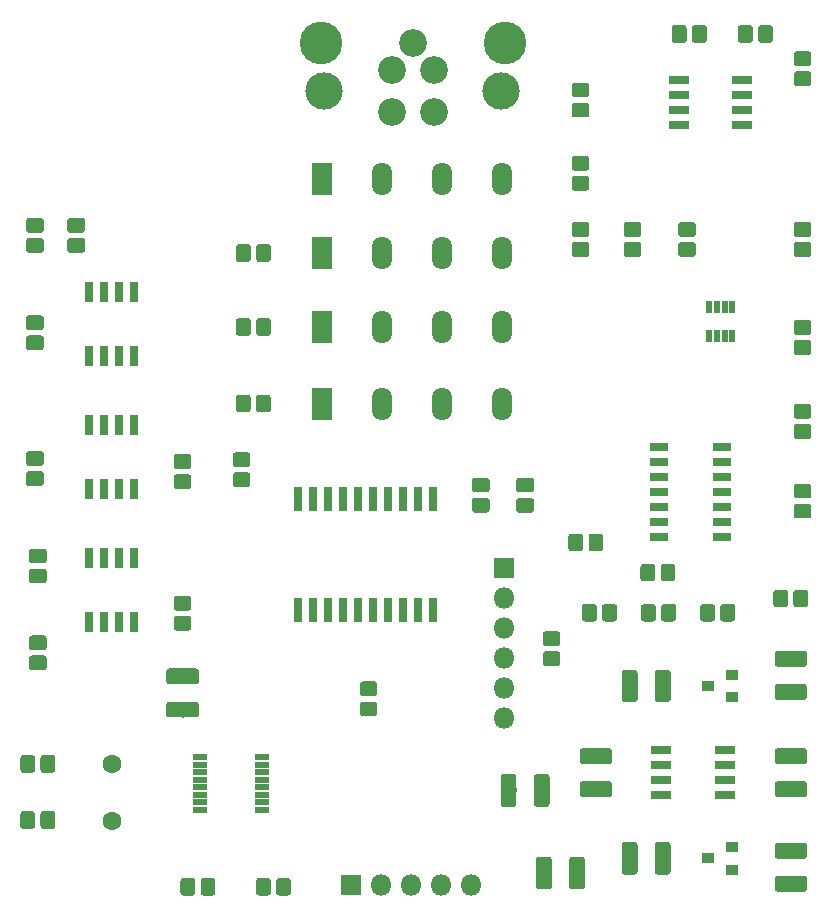
<source format=gts>
G04 #@! TF.GenerationSoftware,KiCad,Pcbnew,5.0.0-rc3+dfsg1-2*
G04 #@! TF.CreationDate,2018-07-16T20:12:42-06:00*
G04 #@! TF.ProjectId,mystat,6D79737461742E6B696361645F706362,1*
G04 #@! TF.SameCoordinates,Original*
G04 #@! TF.FileFunction,Soldermask,Top*
G04 #@! TF.FilePolarity,Negative*
%FSLAX46Y46*%
G04 Gerber Fmt 4.6, Leading zero omitted, Abs format (unit mm)*
G04 Created by KiCad (PCBNEW 5.0.0-rc3+dfsg1-2) date Mon Jul 16 20:12:42 2018*
%MOMM*%
%LPD*%
G01*
G04 APERTURE LIST*
%ADD10C,0.100000*%
%ADD11C,1.251600*%
%ADD12C,1.351600*%
%ADD13R,1.001600X0.901600*%
%ADD14O,1.701600X2.801600*%
%ADD15R,1.701600X2.801600*%
%ADD16O,1.801600X1.801600*%
%ADD17R,1.801600X1.801600*%
%ADD18C,2.351600*%
%ADD19C,3.601600*%
%ADD20C,3.151600*%
%ADD21R,1.651600X0.701600*%
%ADD22R,0.701600X2.051600*%
%ADD23R,0.701600X1.651600*%
%ADD24R,1.301600X0.501600*%
%ADD25R,1.601600X0.701600*%
%ADD26R,0.501600X1.101600*%
%ADD27C,1.601600*%
G04 APERTURE END LIST*
D10*
G04 #@! TO.C,R17*
G36*
X109105383Y-70125510D02*
X109131795Y-70129428D01*
X109157696Y-70135916D01*
X109182837Y-70144911D01*
X109206974Y-70156328D01*
X109229877Y-70170055D01*
X109251324Y-70185961D01*
X109271108Y-70203892D01*
X109289039Y-70223676D01*
X109304945Y-70245123D01*
X109318672Y-70268026D01*
X109330089Y-70292163D01*
X109339084Y-70317304D01*
X109345572Y-70343205D01*
X109349490Y-70369617D01*
X109350800Y-70396286D01*
X109350800Y-71103714D01*
X109349490Y-71130383D01*
X109345572Y-71156795D01*
X109339084Y-71182696D01*
X109330089Y-71207837D01*
X109318672Y-71231974D01*
X109304945Y-71254877D01*
X109289039Y-71276324D01*
X109271108Y-71296108D01*
X109251324Y-71314039D01*
X109229877Y-71329945D01*
X109206974Y-71343672D01*
X109182837Y-71355089D01*
X109157696Y-71364084D01*
X109131795Y-71370572D01*
X109105383Y-71374490D01*
X109078714Y-71375800D01*
X108121286Y-71375800D01*
X108094617Y-71374490D01*
X108068205Y-71370572D01*
X108042304Y-71364084D01*
X108017163Y-71355089D01*
X107993026Y-71343672D01*
X107970123Y-71329945D01*
X107948676Y-71314039D01*
X107928892Y-71296108D01*
X107910961Y-71276324D01*
X107895055Y-71254877D01*
X107881328Y-71231974D01*
X107869911Y-71207837D01*
X107860916Y-71182696D01*
X107854428Y-71156795D01*
X107850510Y-71130383D01*
X107849200Y-71103714D01*
X107849200Y-70396286D01*
X107850510Y-70369617D01*
X107854428Y-70343205D01*
X107860916Y-70317304D01*
X107869911Y-70292163D01*
X107881328Y-70268026D01*
X107895055Y-70245123D01*
X107910961Y-70223676D01*
X107928892Y-70203892D01*
X107948676Y-70185961D01*
X107970123Y-70170055D01*
X107993026Y-70156328D01*
X108017163Y-70144911D01*
X108042304Y-70135916D01*
X108068205Y-70129428D01*
X108094617Y-70125510D01*
X108121286Y-70124200D01*
X109078714Y-70124200D01*
X109105383Y-70125510D01*
X109105383Y-70125510D01*
G37*
D11*
X108600000Y-70750000D03*
D10*
G36*
X109105383Y-71825510D02*
X109131795Y-71829428D01*
X109157696Y-71835916D01*
X109182837Y-71844911D01*
X109206974Y-71856328D01*
X109229877Y-71870055D01*
X109251324Y-71885961D01*
X109271108Y-71903892D01*
X109289039Y-71923676D01*
X109304945Y-71945123D01*
X109318672Y-71968026D01*
X109330089Y-71992163D01*
X109339084Y-72017304D01*
X109345572Y-72043205D01*
X109349490Y-72069617D01*
X109350800Y-72096286D01*
X109350800Y-72803714D01*
X109349490Y-72830383D01*
X109345572Y-72856795D01*
X109339084Y-72882696D01*
X109330089Y-72907837D01*
X109318672Y-72931974D01*
X109304945Y-72954877D01*
X109289039Y-72976324D01*
X109271108Y-72996108D01*
X109251324Y-73014039D01*
X109229877Y-73029945D01*
X109206974Y-73043672D01*
X109182837Y-73055089D01*
X109157696Y-73064084D01*
X109131795Y-73070572D01*
X109105383Y-73074490D01*
X109078714Y-73075800D01*
X108121286Y-73075800D01*
X108094617Y-73074490D01*
X108068205Y-73070572D01*
X108042304Y-73064084D01*
X108017163Y-73055089D01*
X107993026Y-73043672D01*
X107970123Y-73029945D01*
X107948676Y-73014039D01*
X107928892Y-72996108D01*
X107910961Y-72976324D01*
X107895055Y-72954877D01*
X107881328Y-72931974D01*
X107869911Y-72907837D01*
X107860916Y-72882696D01*
X107854428Y-72856795D01*
X107850510Y-72830383D01*
X107849200Y-72803714D01*
X107849200Y-72096286D01*
X107850510Y-72069617D01*
X107854428Y-72043205D01*
X107860916Y-72017304D01*
X107869911Y-71992163D01*
X107881328Y-71968026D01*
X107895055Y-71945123D01*
X107910961Y-71923676D01*
X107928892Y-71903892D01*
X107948676Y-71885961D01*
X107970123Y-71870055D01*
X107993026Y-71856328D01*
X108017163Y-71844911D01*
X108042304Y-71835916D01*
X108068205Y-71829428D01*
X108094617Y-71825510D01*
X108121286Y-71824200D01*
X109078714Y-71824200D01*
X109105383Y-71825510D01*
X109105383Y-71825510D01*
G37*
D11*
X108600000Y-72450000D03*
G04 #@! TD*
D10*
G04 #@! TO.C,C1*
G36*
X104331976Y-123875502D02*
X104358217Y-123879394D01*
X104383950Y-123885840D01*
X104408927Y-123894777D01*
X104432908Y-123906119D01*
X104455662Y-123919757D01*
X104476969Y-123935560D01*
X104496625Y-123953375D01*
X104514440Y-123973031D01*
X104530243Y-123994338D01*
X104543881Y-124017092D01*
X104555223Y-124041073D01*
X104564160Y-124066050D01*
X104570606Y-124091783D01*
X104574498Y-124118024D01*
X104575800Y-124144520D01*
X104575800Y-126355480D01*
X104574498Y-126381976D01*
X104570606Y-126408217D01*
X104564160Y-126433950D01*
X104555223Y-126458927D01*
X104543881Y-126482908D01*
X104530243Y-126505662D01*
X104514440Y-126526969D01*
X104496625Y-126546625D01*
X104476969Y-126564440D01*
X104455662Y-126580243D01*
X104432908Y-126593881D01*
X104408927Y-126605223D01*
X104383950Y-126614160D01*
X104358217Y-126620606D01*
X104331976Y-126624498D01*
X104305480Y-126625800D01*
X103494520Y-126625800D01*
X103468024Y-126624498D01*
X103441783Y-126620606D01*
X103416050Y-126614160D01*
X103391073Y-126605223D01*
X103367092Y-126593881D01*
X103344338Y-126580243D01*
X103323031Y-126564440D01*
X103303375Y-126546625D01*
X103285560Y-126526969D01*
X103269757Y-126505662D01*
X103256119Y-126482908D01*
X103244777Y-126458927D01*
X103235840Y-126433950D01*
X103229394Y-126408217D01*
X103225502Y-126381976D01*
X103224200Y-126355480D01*
X103224200Y-124144520D01*
X103225502Y-124118024D01*
X103229394Y-124091783D01*
X103235840Y-124066050D01*
X103244777Y-124041073D01*
X103256119Y-124017092D01*
X103269757Y-123994338D01*
X103285560Y-123973031D01*
X103303375Y-123953375D01*
X103323031Y-123935560D01*
X103344338Y-123919757D01*
X103367092Y-123906119D01*
X103391073Y-123894777D01*
X103416050Y-123885840D01*
X103441783Y-123879394D01*
X103468024Y-123875502D01*
X103494520Y-123874200D01*
X104305480Y-123874200D01*
X104331976Y-123875502D01*
X104331976Y-123875502D01*
G37*
D12*
X103900000Y-125250000D03*
D10*
G36*
X101531976Y-123875502D02*
X101558217Y-123879394D01*
X101583950Y-123885840D01*
X101608927Y-123894777D01*
X101632908Y-123906119D01*
X101655662Y-123919757D01*
X101676969Y-123935560D01*
X101696625Y-123953375D01*
X101714440Y-123973031D01*
X101730243Y-123994338D01*
X101743881Y-124017092D01*
X101755223Y-124041073D01*
X101764160Y-124066050D01*
X101770606Y-124091783D01*
X101774498Y-124118024D01*
X101775800Y-124144520D01*
X101775800Y-126355480D01*
X101774498Y-126381976D01*
X101770606Y-126408217D01*
X101764160Y-126433950D01*
X101755223Y-126458927D01*
X101743881Y-126482908D01*
X101730243Y-126505662D01*
X101714440Y-126526969D01*
X101696625Y-126546625D01*
X101676969Y-126564440D01*
X101655662Y-126580243D01*
X101632908Y-126593881D01*
X101608927Y-126605223D01*
X101583950Y-126614160D01*
X101558217Y-126620606D01*
X101531976Y-126624498D01*
X101505480Y-126625800D01*
X100694520Y-126625800D01*
X100668024Y-126624498D01*
X100641783Y-126620606D01*
X100616050Y-126614160D01*
X100591073Y-126605223D01*
X100567092Y-126593881D01*
X100544338Y-126580243D01*
X100523031Y-126564440D01*
X100503375Y-126546625D01*
X100485560Y-126526969D01*
X100469757Y-126505662D01*
X100456119Y-126482908D01*
X100444777Y-126458927D01*
X100435840Y-126433950D01*
X100429394Y-126408217D01*
X100425502Y-126381976D01*
X100424200Y-126355480D01*
X100424200Y-124144520D01*
X100425502Y-124118024D01*
X100429394Y-124091783D01*
X100435840Y-124066050D01*
X100444777Y-124041073D01*
X100456119Y-124017092D01*
X100469757Y-123994338D01*
X100485560Y-123973031D01*
X100503375Y-123953375D01*
X100523031Y-123935560D01*
X100544338Y-123919757D01*
X100567092Y-123906119D01*
X100591073Y-123894777D01*
X100616050Y-123885840D01*
X100641783Y-123879394D01*
X100668024Y-123875502D01*
X100694520Y-123874200D01*
X101505480Y-123874200D01*
X101531976Y-123875502D01*
X101531976Y-123875502D01*
G37*
D12*
X101100000Y-125250000D03*
G04 #@! TD*
D10*
G04 #@! TO.C,C2*
G36*
X123131976Y-109225502D02*
X123158217Y-109229394D01*
X123183950Y-109235840D01*
X123208927Y-109244777D01*
X123232908Y-109256119D01*
X123255662Y-109269757D01*
X123276969Y-109285560D01*
X123296625Y-109303375D01*
X123314440Y-109323031D01*
X123330243Y-109344338D01*
X123343881Y-109367092D01*
X123355223Y-109391073D01*
X123364160Y-109416050D01*
X123370606Y-109441783D01*
X123374498Y-109468024D01*
X123375800Y-109494520D01*
X123375800Y-110305480D01*
X123374498Y-110331976D01*
X123370606Y-110358217D01*
X123364160Y-110383950D01*
X123355223Y-110408927D01*
X123343881Y-110432908D01*
X123330243Y-110455662D01*
X123314440Y-110476969D01*
X123296625Y-110496625D01*
X123276969Y-110514440D01*
X123255662Y-110530243D01*
X123232908Y-110543881D01*
X123208927Y-110555223D01*
X123183950Y-110564160D01*
X123158217Y-110570606D01*
X123131976Y-110574498D01*
X123105480Y-110575800D01*
X120894520Y-110575800D01*
X120868024Y-110574498D01*
X120841783Y-110570606D01*
X120816050Y-110564160D01*
X120791073Y-110555223D01*
X120767092Y-110543881D01*
X120744338Y-110530243D01*
X120723031Y-110514440D01*
X120703375Y-110496625D01*
X120685560Y-110476969D01*
X120669757Y-110455662D01*
X120656119Y-110432908D01*
X120644777Y-110408927D01*
X120635840Y-110383950D01*
X120629394Y-110358217D01*
X120625502Y-110331976D01*
X120624200Y-110305480D01*
X120624200Y-109494520D01*
X120625502Y-109468024D01*
X120629394Y-109441783D01*
X120635840Y-109416050D01*
X120644777Y-109391073D01*
X120656119Y-109367092D01*
X120669757Y-109344338D01*
X120685560Y-109323031D01*
X120703375Y-109303375D01*
X120723031Y-109285560D01*
X120744338Y-109269757D01*
X120767092Y-109256119D01*
X120791073Y-109244777D01*
X120816050Y-109235840D01*
X120841783Y-109229394D01*
X120868024Y-109225502D01*
X120894520Y-109224200D01*
X123105480Y-109224200D01*
X123131976Y-109225502D01*
X123131976Y-109225502D01*
G37*
D12*
X122000000Y-109900000D03*
D10*
G36*
X123131976Y-106425502D02*
X123158217Y-106429394D01*
X123183950Y-106435840D01*
X123208927Y-106444777D01*
X123232908Y-106456119D01*
X123255662Y-106469757D01*
X123276969Y-106485560D01*
X123296625Y-106503375D01*
X123314440Y-106523031D01*
X123330243Y-106544338D01*
X123343881Y-106567092D01*
X123355223Y-106591073D01*
X123364160Y-106616050D01*
X123370606Y-106641783D01*
X123374498Y-106668024D01*
X123375800Y-106694520D01*
X123375800Y-107505480D01*
X123374498Y-107531976D01*
X123370606Y-107558217D01*
X123364160Y-107583950D01*
X123355223Y-107608927D01*
X123343881Y-107632908D01*
X123330243Y-107655662D01*
X123314440Y-107676969D01*
X123296625Y-107696625D01*
X123276969Y-107714440D01*
X123255662Y-107730243D01*
X123232908Y-107743881D01*
X123208927Y-107755223D01*
X123183950Y-107764160D01*
X123158217Y-107770606D01*
X123131976Y-107774498D01*
X123105480Y-107775800D01*
X120894520Y-107775800D01*
X120868024Y-107774498D01*
X120841783Y-107770606D01*
X120816050Y-107764160D01*
X120791073Y-107755223D01*
X120767092Y-107743881D01*
X120744338Y-107730243D01*
X120723031Y-107714440D01*
X120703375Y-107696625D01*
X120685560Y-107676969D01*
X120669757Y-107655662D01*
X120656119Y-107632908D01*
X120644777Y-107608927D01*
X120635840Y-107583950D01*
X120629394Y-107558217D01*
X120625502Y-107531976D01*
X120624200Y-107505480D01*
X120624200Y-106694520D01*
X120625502Y-106668024D01*
X120629394Y-106641783D01*
X120635840Y-106616050D01*
X120644777Y-106591073D01*
X120656119Y-106567092D01*
X120669757Y-106544338D01*
X120685560Y-106523031D01*
X120703375Y-106503375D01*
X120723031Y-106485560D01*
X120744338Y-106469757D01*
X120767092Y-106456119D01*
X120791073Y-106444777D01*
X120816050Y-106435840D01*
X120841783Y-106429394D01*
X120868024Y-106425502D01*
X120894520Y-106424200D01*
X123105480Y-106424200D01*
X123131976Y-106425502D01*
X123131976Y-106425502D01*
G37*
D12*
X122000000Y-107100000D03*
G04 #@! TD*
D10*
G04 #@! TO.C,C3*
G36*
X108781976Y-108025502D02*
X108808217Y-108029394D01*
X108833950Y-108035840D01*
X108858927Y-108044777D01*
X108882908Y-108056119D01*
X108905662Y-108069757D01*
X108926969Y-108085560D01*
X108946625Y-108103375D01*
X108964440Y-108123031D01*
X108980243Y-108144338D01*
X108993881Y-108167092D01*
X109005223Y-108191073D01*
X109014160Y-108216050D01*
X109020606Y-108241783D01*
X109024498Y-108268024D01*
X109025800Y-108294520D01*
X109025800Y-110505480D01*
X109024498Y-110531976D01*
X109020606Y-110558217D01*
X109014160Y-110583950D01*
X109005223Y-110608927D01*
X108993881Y-110632908D01*
X108980243Y-110655662D01*
X108964440Y-110676969D01*
X108946625Y-110696625D01*
X108926969Y-110714440D01*
X108905662Y-110730243D01*
X108882908Y-110743881D01*
X108858927Y-110755223D01*
X108833950Y-110764160D01*
X108808217Y-110770606D01*
X108781976Y-110774498D01*
X108755480Y-110775800D01*
X107944520Y-110775800D01*
X107918024Y-110774498D01*
X107891783Y-110770606D01*
X107866050Y-110764160D01*
X107841073Y-110755223D01*
X107817092Y-110743881D01*
X107794338Y-110730243D01*
X107773031Y-110714440D01*
X107753375Y-110696625D01*
X107735560Y-110676969D01*
X107719757Y-110655662D01*
X107706119Y-110632908D01*
X107694777Y-110608927D01*
X107685840Y-110583950D01*
X107679394Y-110558217D01*
X107675502Y-110531976D01*
X107674200Y-110505480D01*
X107674200Y-108294520D01*
X107675502Y-108268024D01*
X107679394Y-108241783D01*
X107685840Y-108216050D01*
X107694777Y-108191073D01*
X107706119Y-108167092D01*
X107719757Y-108144338D01*
X107735560Y-108123031D01*
X107753375Y-108103375D01*
X107773031Y-108085560D01*
X107794338Y-108069757D01*
X107817092Y-108056119D01*
X107841073Y-108044777D01*
X107866050Y-108035840D01*
X107891783Y-108029394D01*
X107918024Y-108025502D01*
X107944520Y-108024200D01*
X108755480Y-108024200D01*
X108781976Y-108025502D01*
X108781976Y-108025502D01*
G37*
D12*
X108350000Y-109400000D03*
D10*
G36*
X111581976Y-108025502D02*
X111608217Y-108029394D01*
X111633950Y-108035840D01*
X111658927Y-108044777D01*
X111682908Y-108056119D01*
X111705662Y-108069757D01*
X111726969Y-108085560D01*
X111746625Y-108103375D01*
X111764440Y-108123031D01*
X111780243Y-108144338D01*
X111793881Y-108167092D01*
X111805223Y-108191073D01*
X111814160Y-108216050D01*
X111820606Y-108241783D01*
X111824498Y-108268024D01*
X111825800Y-108294520D01*
X111825800Y-110505480D01*
X111824498Y-110531976D01*
X111820606Y-110558217D01*
X111814160Y-110583950D01*
X111805223Y-110608927D01*
X111793881Y-110632908D01*
X111780243Y-110655662D01*
X111764440Y-110676969D01*
X111746625Y-110696625D01*
X111726969Y-110714440D01*
X111705662Y-110730243D01*
X111682908Y-110743881D01*
X111658927Y-110755223D01*
X111633950Y-110764160D01*
X111608217Y-110770606D01*
X111581976Y-110774498D01*
X111555480Y-110775800D01*
X110744520Y-110775800D01*
X110718024Y-110774498D01*
X110691783Y-110770606D01*
X110666050Y-110764160D01*
X110641073Y-110755223D01*
X110617092Y-110743881D01*
X110594338Y-110730243D01*
X110573031Y-110714440D01*
X110553375Y-110696625D01*
X110535560Y-110676969D01*
X110519757Y-110655662D01*
X110506119Y-110632908D01*
X110494777Y-110608927D01*
X110485840Y-110583950D01*
X110479394Y-110558217D01*
X110475502Y-110531976D01*
X110474200Y-110505480D01*
X110474200Y-108294520D01*
X110475502Y-108268024D01*
X110479394Y-108241783D01*
X110485840Y-108216050D01*
X110494777Y-108191073D01*
X110506119Y-108167092D01*
X110519757Y-108144338D01*
X110535560Y-108123031D01*
X110553375Y-108103375D01*
X110573031Y-108085560D01*
X110594338Y-108069757D01*
X110617092Y-108056119D01*
X110641073Y-108044777D01*
X110666050Y-108035840D01*
X110691783Y-108029394D01*
X110718024Y-108025502D01*
X110744520Y-108024200D01*
X111555480Y-108024200D01*
X111581976Y-108025502D01*
X111581976Y-108025502D01*
G37*
D12*
X111150000Y-109400000D03*
G04 #@! TD*
D10*
G04 #@! TO.C,C4*
G36*
X106631976Y-117475502D02*
X106658217Y-117479394D01*
X106683950Y-117485840D01*
X106708927Y-117494777D01*
X106732908Y-117506119D01*
X106755662Y-117519757D01*
X106776969Y-117535560D01*
X106796625Y-117553375D01*
X106814440Y-117573031D01*
X106830243Y-117594338D01*
X106843881Y-117617092D01*
X106855223Y-117641073D01*
X106864160Y-117666050D01*
X106870606Y-117691783D01*
X106874498Y-117718024D01*
X106875800Y-117744520D01*
X106875800Y-118555480D01*
X106874498Y-118581976D01*
X106870606Y-118608217D01*
X106864160Y-118633950D01*
X106855223Y-118658927D01*
X106843881Y-118682908D01*
X106830243Y-118705662D01*
X106814440Y-118726969D01*
X106796625Y-118746625D01*
X106776969Y-118764440D01*
X106755662Y-118780243D01*
X106732908Y-118793881D01*
X106708927Y-118805223D01*
X106683950Y-118814160D01*
X106658217Y-118820606D01*
X106631976Y-118824498D01*
X106605480Y-118825800D01*
X104394520Y-118825800D01*
X104368024Y-118824498D01*
X104341783Y-118820606D01*
X104316050Y-118814160D01*
X104291073Y-118805223D01*
X104267092Y-118793881D01*
X104244338Y-118780243D01*
X104223031Y-118764440D01*
X104203375Y-118746625D01*
X104185560Y-118726969D01*
X104169757Y-118705662D01*
X104156119Y-118682908D01*
X104144777Y-118658927D01*
X104135840Y-118633950D01*
X104129394Y-118608217D01*
X104125502Y-118581976D01*
X104124200Y-118555480D01*
X104124200Y-117744520D01*
X104125502Y-117718024D01*
X104129394Y-117691783D01*
X104135840Y-117666050D01*
X104144777Y-117641073D01*
X104156119Y-117617092D01*
X104169757Y-117594338D01*
X104185560Y-117573031D01*
X104203375Y-117553375D01*
X104223031Y-117535560D01*
X104244338Y-117519757D01*
X104267092Y-117506119D01*
X104291073Y-117494777D01*
X104316050Y-117485840D01*
X104341783Y-117479394D01*
X104368024Y-117475502D01*
X104394520Y-117474200D01*
X106605480Y-117474200D01*
X106631976Y-117475502D01*
X106631976Y-117475502D01*
G37*
D12*
X105500000Y-118150000D03*
D10*
G36*
X106631976Y-114675502D02*
X106658217Y-114679394D01*
X106683950Y-114685840D01*
X106708927Y-114694777D01*
X106732908Y-114706119D01*
X106755662Y-114719757D01*
X106776969Y-114735560D01*
X106796625Y-114753375D01*
X106814440Y-114773031D01*
X106830243Y-114794338D01*
X106843881Y-114817092D01*
X106855223Y-114841073D01*
X106864160Y-114866050D01*
X106870606Y-114891783D01*
X106874498Y-114918024D01*
X106875800Y-114944520D01*
X106875800Y-115755480D01*
X106874498Y-115781976D01*
X106870606Y-115808217D01*
X106864160Y-115833950D01*
X106855223Y-115858927D01*
X106843881Y-115882908D01*
X106830243Y-115905662D01*
X106814440Y-115926969D01*
X106796625Y-115946625D01*
X106776969Y-115964440D01*
X106755662Y-115980243D01*
X106732908Y-115993881D01*
X106708927Y-116005223D01*
X106683950Y-116014160D01*
X106658217Y-116020606D01*
X106631976Y-116024498D01*
X106605480Y-116025800D01*
X104394520Y-116025800D01*
X104368024Y-116024498D01*
X104341783Y-116020606D01*
X104316050Y-116014160D01*
X104291073Y-116005223D01*
X104267092Y-115993881D01*
X104244338Y-115980243D01*
X104223031Y-115964440D01*
X104203375Y-115946625D01*
X104185560Y-115926969D01*
X104169757Y-115905662D01*
X104156119Y-115882908D01*
X104144777Y-115858927D01*
X104135840Y-115833950D01*
X104129394Y-115808217D01*
X104125502Y-115781976D01*
X104124200Y-115755480D01*
X104124200Y-114944520D01*
X104125502Y-114918024D01*
X104129394Y-114891783D01*
X104135840Y-114866050D01*
X104144777Y-114841073D01*
X104156119Y-114817092D01*
X104169757Y-114794338D01*
X104185560Y-114773031D01*
X104203375Y-114753375D01*
X104223031Y-114735560D01*
X104244338Y-114719757D01*
X104267092Y-114706119D01*
X104291073Y-114694777D01*
X104316050Y-114685840D01*
X104341783Y-114679394D01*
X104368024Y-114675502D01*
X104394520Y-114674200D01*
X106605480Y-114674200D01*
X106631976Y-114675502D01*
X106631976Y-114675502D01*
G37*
D12*
X105500000Y-115350000D03*
G04 #@! TD*
D10*
G04 #@! TO.C,C5*
G36*
X123131976Y-117475502D02*
X123158217Y-117479394D01*
X123183950Y-117485840D01*
X123208927Y-117494777D01*
X123232908Y-117506119D01*
X123255662Y-117519757D01*
X123276969Y-117535560D01*
X123296625Y-117553375D01*
X123314440Y-117573031D01*
X123330243Y-117594338D01*
X123343881Y-117617092D01*
X123355223Y-117641073D01*
X123364160Y-117666050D01*
X123370606Y-117691783D01*
X123374498Y-117718024D01*
X123375800Y-117744520D01*
X123375800Y-118555480D01*
X123374498Y-118581976D01*
X123370606Y-118608217D01*
X123364160Y-118633950D01*
X123355223Y-118658927D01*
X123343881Y-118682908D01*
X123330243Y-118705662D01*
X123314440Y-118726969D01*
X123296625Y-118746625D01*
X123276969Y-118764440D01*
X123255662Y-118780243D01*
X123232908Y-118793881D01*
X123208927Y-118805223D01*
X123183950Y-118814160D01*
X123158217Y-118820606D01*
X123131976Y-118824498D01*
X123105480Y-118825800D01*
X120894520Y-118825800D01*
X120868024Y-118824498D01*
X120841783Y-118820606D01*
X120816050Y-118814160D01*
X120791073Y-118805223D01*
X120767092Y-118793881D01*
X120744338Y-118780243D01*
X120723031Y-118764440D01*
X120703375Y-118746625D01*
X120685560Y-118726969D01*
X120669757Y-118705662D01*
X120656119Y-118682908D01*
X120644777Y-118658927D01*
X120635840Y-118633950D01*
X120629394Y-118608217D01*
X120625502Y-118581976D01*
X120624200Y-118555480D01*
X120624200Y-117744520D01*
X120625502Y-117718024D01*
X120629394Y-117691783D01*
X120635840Y-117666050D01*
X120644777Y-117641073D01*
X120656119Y-117617092D01*
X120669757Y-117594338D01*
X120685560Y-117573031D01*
X120703375Y-117553375D01*
X120723031Y-117535560D01*
X120744338Y-117519757D01*
X120767092Y-117506119D01*
X120791073Y-117494777D01*
X120816050Y-117485840D01*
X120841783Y-117479394D01*
X120868024Y-117475502D01*
X120894520Y-117474200D01*
X123105480Y-117474200D01*
X123131976Y-117475502D01*
X123131976Y-117475502D01*
G37*
D12*
X122000000Y-118150000D03*
D10*
G36*
X123131976Y-114675502D02*
X123158217Y-114679394D01*
X123183950Y-114685840D01*
X123208927Y-114694777D01*
X123232908Y-114706119D01*
X123255662Y-114719757D01*
X123276969Y-114735560D01*
X123296625Y-114753375D01*
X123314440Y-114773031D01*
X123330243Y-114794338D01*
X123343881Y-114817092D01*
X123355223Y-114841073D01*
X123364160Y-114866050D01*
X123370606Y-114891783D01*
X123374498Y-114918024D01*
X123375800Y-114944520D01*
X123375800Y-115755480D01*
X123374498Y-115781976D01*
X123370606Y-115808217D01*
X123364160Y-115833950D01*
X123355223Y-115858927D01*
X123343881Y-115882908D01*
X123330243Y-115905662D01*
X123314440Y-115926969D01*
X123296625Y-115946625D01*
X123276969Y-115964440D01*
X123255662Y-115980243D01*
X123232908Y-115993881D01*
X123208927Y-116005223D01*
X123183950Y-116014160D01*
X123158217Y-116020606D01*
X123131976Y-116024498D01*
X123105480Y-116025800D01*
X120894520Y-116025800D01*
X120868024Y-116024498D01*
X120841783Y-116020606D01*
X120816050Y-116014160D01*
X120791073Y-116005223D01*
X120767092Y-115993881D01*
X120744338Y-115980243D01*
X120723031Y-115964440D01*
X120703375Y-115946625D01*
X120685560Y-115926969D01*
X120669757Y-115905662D01*
X120656119Y-115882908D01*
X120644777Y-115858927D01*
X120635840Y-115833950D01*
X120629394Y-115808217D01*
X120625502Y-115781976D01*
X120624200Y-115755480D01*
X120624200Y-114944520D01*
X120625502Y-114918024D01*
X120629394Y-114891783D01*
X120635840Y-114866050D01*
X120644777Y-114841073D01*
X120656119Y-114817092D01*
X120669757Y-114794338D01*
X120685560Y-114773031D01*
X120703375Y-114753375D01*
X120723031Y-114735560D01*
X120744338Y-114719757D01*
X120767092Y-114706119D01*
X120791073Y-114694777D01*
X120816050Y-114685840D01*
X120841783Y-114679394D01*
X120868024Y-114675502D01*
X120894520Y-114674200D01*
X123105480Y-114674200D01*
X123131976Y-114675502D01*
X123131976Y-114675502D01*
G37*
D12*
X122000000Y-115350000D03*
G04 #@! TD*
D10*
G04 #@! TO.C,C6*
G36*
X111581976Y-122625502D02*
X111608217Y-122629394D01*
X111633950Y-122635840D01*
X111658927Y-122644777D01*
X111682908Y-122656119D01*
X111705662Y-122669757D01*
X111726969Y-122685560D01*
X111746625Y-122703375D01*
X111764440Y-122723031D01*
X111780243Y-122744338D01*
X111793881Y-122767092D01*
X111805223Y-122791073D01*
X111814160Y-122816050D01*
X111820606Y-122841783D01*
X111824498Y-122868024D01*
X111825800Y-122894520D01*
X111825800Y-125105480D01*
X111824498Y-125131976D01*
X111820606Y-125158217D01*
X111814160Y-125183950D01*
X111805223Y-125208927D01*
X111793881Y-125232908D01*
X111780243Y-125255662D01*
X111764440Y-125276969D01*
X111746625Y-125296625D01*
X111726969Y-125314440D01*
X111705662Y-125330243D01*
X111682908Y-125343881D01*
X111658927Y-125355223D01*
X111633950Y-125364160D01*
X111608217Y-125370606D01*
X111581976Y-125374498D01*
X111555480Y-125375800D01*
X110744520Y-125375800D01*
X110718024Y-125374498D01*
X110691783Y-125370606D01*
X110666050Y-125364160D01*
X110641073Y-125355223D01*
X110617092Y-125343881D01*
X110594338Y-125330243D01*
X110573031Y-125314440D01*
X110553375Y-125296625D01*
X110535560Y-125276969D01*
X110519757Y-125255662D01*
X110506119Y-125232908D01*
X110494777Y-125208927D01*
X110485840Y-125183950D01*
X110479394Y-125158217D01*
X110475502Y-125131976D01*
X110474200Y-125105480D01*
X110474200Y-122894520D01*
X110475502Y-122868024D01*
X110479394Y-122841783D01*
X110485840Y-122816050D01*
X110494777Y-122791073D01*
X110506119Y-122767092D01*
X110519757Y-122744338D01*
X110535560Y-122723031D01*
X110553375Y-122703375D01*
X110573031Y-122685560D01*
X110594338Y-122669757D01*
X110617092Y-122656119D01*
X110641073Y-122644777D01*
X110666050Y-122635840D01*
X110691783Y-122629394D01*
X110718024Y-122625502D01*
X110744520Y-122624200D01*
X111555480Y-122624200D01*
X111581976Y-122625502D01*
X111581976Y-122625502D01*
G37*
D12*
X111150000Y-124000000D03*
D10*
G36*
X108781976Y-122625502D02*
X108808217Y-122629394D01*
X108833950Y-122635840D01*
X108858927Y-122644777D01*
X108882908Y-122656119D01*
X108905662Y-122669757D01*
X108926969Y-122685560D01*
X108946625Y-122703375D01*
X108964440Y-122723031D01*
X108980243Y-122744338D01*
X108993881Y-122767092D01*
X109005223Y-122791073D01*
X109014160Y-122816050D01*
X109020606Y-122841783D01*
X109024498Y-122868024D01*
X109025800Y-122894520D01*
X109025800Y-125105480D01*
X109024498Y-125131976D01*
X109020606Y-125158217D01*
X109014160Y-125183950D01*
X109005223Y-125208927D01*
X108993881Y-125232908D01*
X108980243Y-125255662D01*
X108964440Y-125276969D01*
X108946625Y-125296625D01*
X108926969Y-125314440D01*
X108905662Y-125330243D01*
X108882908Y-125343881D01*
X108858927Y-125355223D01*
X108833950Y-125364160D01*
X108808217Y-125370606D01*
X108781976Y-125374498D01*
X108755480Y-125375800D01*
X107944520Y-125375800D01*
X107918024Y-125374498D01*
X107891783Y-125370606D01*
X107866050Y-125364160D01*
X107841073Y-125355223D01*
X107817092Y-125343881D01*
X107794338Y-125330243D01*
X107773031Y-125314440D01*
X107753375Y-125296625D01*
X107735560Y-125276969D01*
X107719757Y-125255662D01*
X107706119Y-125232908D01*
X107694777Y-125208927D01*
X107685840Y-125183950D01*
X107679394Y-125158217D01*
X107675502Y-125131976D01*
X107674200Y-125105480D01*
X107674200Y-122894520D01*
X107675502Y-122868024D01*
X107679394Y-122841783D01*
X107685840Y-122816050D01*
X107694777Y-122791073D01*
X107706119Y-122767092D01*
X107719757Y-122744338D01*
X107735560Y-122723031D01*
X107753375Y-122703375D01*
X107773031Y-122685560D01*
X107794338Y-122669757D01*
X107817092Y-122656119D01*
X107841073Y-122644777D01*
X107866050Y-122635840D01*
X107891783Y-122629394D01*
X107918024Y-122625502D01*
X107944520Y-122624200D01*
X108755480Y-122624200D01*
X108781976Y-122625502D01*
X108781976Y-122625502D01*
G37*
D12*
X108350000Y-124000000D03*
G04 #@! TD*
D10*
G04 #@! TO.C,C7*
G36*
X123131976Y-125475502D02*
X123158217Y-125479394D01*
X123183950Y-125485840D01*
X123208927Y-125494777D01*
X123232908Y-125506119D01*
X123255662Y-125519757D01*
X123276969Y-125535560D01*
X123296625Y-125553375D01*
X123314440Y-125573031D01*
X123330243Y-125594338D01*
X123343881Y-125617092D01*
X123355223Y-125641073D01*
X123364160Y-125666050D01*
X123370606Y-125691783D01*
X123374498Y-125718024D01*
X123375800Y-125744520D01*
X123375800Y-126555480D01*
X123374498Y-126581976D01*
X123370606Y-126608217D01*
X123364160Y-126633950D01*
X123355223Y-126658927D01*
X123343881Y-126682908D01*
X123330243Y-126705662D01*
X123314440Y-126726969D01*
X123296625Y-126746625D01*
X123276969Y-126764440D01*
X123255662Y-126780243D01*
X123232908Y-126793881D01*
X123208927Y-126805223D01*
X123183950Y-126814160D01*
X123158217Y-126820606D01*
X123131976Y-126824498D01*
X123105480Y-126825800D01*
X120894520Y-126825800D01*
X120868024Y-126824498D01*
X120841783Y-126820606D01*
X120816050Y-126814160D01*
X120791073Y-126805223D01*
X120767092Y-126793881D01*
X120744338Y-126780243D01*
X120723031Y-126764440D01*
X120703375Y-126746625D01*
X120685560Y-126726969D01*
X120669757Y-126705662D01*
X120656119Y-126682908D01*
X120644777Y-126658927D01*
X120635840Y-126633950D01*
X120629394Y-126608217D01*
X120625502Y-126581976D01*
X120624200Y-126555480D01*
X120624200Y-125744520D01*
X120625502Y-125718024D01*
X120629394Y-125691783D01*
X120635840Y-125666050D01*
X120644777Y-125641073D01*
X120656119Y-125617092D01*
X120669757Y-125594338D01*
X120685560Y-125573031D01*
X120703375Y-125553375D01*
X120723031Y-125535560D01*
X120744338Y-125519757D01*
X120767092Y-125506119D01*
X120791073Y-125494777D01*
X120816050Y-125485840D01*
X120841783Y-125479394D01*
X120868024Y-125475502D01*
X120894520Y-125474200D01*
X123105480Y-125474200D01*
X123131976Y-125475502D01*
X123131976Y-125475502D01*
G37*
D12*
X122000000Y-126150000D03*
D10*
G36*
X123131976Y-122675502D02*
X123158217Y-122679394D01*
X123183950Y-122685840D01*
X123208927Y-122694777D01*
X123232908Y-122706119D01*
X123255662Y-122719757D01*
X123276969Y-122735560D01*
X123296625Y-122753375D01*
X123314440Y-122773031D01*
X123330243Y-122794338D01*
X123343881Y-122817092D01*
X123355223Y-122841073D01*
X123364160Y-122866050D01*
X123370606Y-122891783D01*
X123374498Y-122918024D01*
X123375800Y-122944520D01*
X123375800Y-123755480D01*
X123374498Y-123781976D01*
X123370606Y-123808217D01*
X123364160Y-123833950D01*
X123355223Y-123858927D01*
X123343881Y-123882908D01*
X123330243Y-123905662D01*
X123314440Y-123926969D01*
X123296625Y-123946625D01*
X123276969Y-123964440D01*
X123255662Y-123980243D01*
X123232908Y-123993881D01*
X123208927Y-124005223D01*
X123183950Y-124014160D01*
X123158217Y-124020606D01*
X123131976Y-124024498D01*
X123105480Y-124025800D01*
X120894520Y-124025800D01*
X120868024Y-124024498D01*
X120841783Y-124020606D01*
X120816050Y-124014160D01*
X120791073Y-124005223D01*
X120767092Y-123993881D01*
X120744338Y-123980243D01*
X120723031Y-123964440D01*
X120703375Y-123946625D01*
X120685560Y-123926969D01*
X120669757Y-123905662D01*
X120656119Y-123882908D01*
X120644777Y-123858927D01*
X120635840Y-123833950D01*
X120629394Y-123808217D01*
X120625502Y-123781976D01*
X120624200Y-123755480D01*
X120624200Y-122944520D01*
X120625502Y-122918024D01*
X120629394Y-122891783D01*
X120635840Y-122866050D01*
X120644777Y-122841073D01*
X120656119Y-122817092D01*
X120669757Y-122794338D01*
X120685560Y-122773031D01*
X120703375Y-122753375D01*
X120723031Y-122735560D01*
X120744338Y-122719757D01*
X120767092Y-122706119D01*
X120791073Y-122694777D01*
X120816050Y-122685840D01*
X120841783Y-122679394D01*
X120868024Y-122675502D01*
X120894520Y-122674200D01*
X123105480Y-122674200D01*
X123131976Y-122675502D01*
X123131976Y-122675502D01*
G37*
D12*
X122000000Y-123350000D03*
G04 #@! TD*
D10*
G04 #@! TO.C,C8*
G36*
X98531976Y-116875502D02*
X98558217Y-116879394D01*
X98583950Y-116885840D01*
X98608927Y-116894777D01*
X98632908Y-116906119D01*
X98655662Y-116919757D01*
X98676969Y-116935560D01*
X98696625Y-116953375D01*
X98714440Y-116973031D01*
X98730243Y-116994338D01*
X98743881Y-117017092D01*
X98755223Y-117041073D01*
X98764160Y-117066050D01*
X98770606Y-117091783D01*
X98774498Y-117118024D01*
X98775800Y-117144520D01*
X98775800Y-119355480D01*
X98774498Y-119381976D01*
X98770606Y-119408217D01*
X98764160Y-119433950D01*
X98755223Y-119458927D01*
X98743881Y-119482908D01*
X98730243Y-119505662D01*
X98714440Y-119526969D01*
X98696625Y-119546625D01*
X98676969Y-119564440D01*
X98655662Y-119580243D01*
X98632908Y-119593881D01*
X98608927Y-119605223D01*
X98583950Y-119614160D01*
X98558217Y-119620606D01*
X98531976Y-119624498D01*
X98505480Y-119625800D01*
X97694520Y-119625800D01*
X97668024Y-119624498D01*
X97641783Y-119620606D01*
X97616050Y-119614160D01*
X97591073Y-119605223D01*
X97567092Y-119593881D01*
X97544338Y-119580243D01*
X97523031Y-119564440D01*
X97503375Y-119546625D01*
X97485560Y-119526969D01*
X97469757Y-119505662D01*
X97456119Y-119482908D01*
X97444777Y-119458927D01*
X97435840Y-119433950D01*
X97429394Y-119408217D01*
X97425502Y-119381976D01*
X97424200Y-119355480D01*
X97424200Y-117144520D01*
X97425502Y-117118024D01*
X97429394Y-117091783D01*
X97435840Y-117066050D01*
X97444777Y-117041073D01*
X97456119Y-117017092D01*
X97469757Y-116994338D01*
X97485560Y-116973031D01*
X97503375Y-116953375D01*
X97523031Y-116935560D01*
X97544338Y-116919757D01*
X97567092Y-116906119D01*
X97591073Y-116894777D01*
X97616050Y-116885840D01*
X97641783Y-116879394D01*
X97668024Y-116875502D01*
X97694520Y-116874200D01*
X98505480Y-116874200D01*
X98531976Y-116875502D01*
X98531976Y-116875502D01*
G37*
D12*
X98100000Y-118250000D03*
D10*
G36*
X101331976Y-116875502D02*
X101358217Y-116879394D01*
X101383950Y-116885840D01*
X101408927Y-116894777D01*
X101432908Y-116906119D01*
X101455662Y-116919757D01*
X101476969Y-116935560D01*
X101496625Y-116953375D01*
X101514440Y-116973031D01*
X101530243Y-116994338D01*
X101543881Y-117017092D01*
X101555223Y-117041073D01*
X101564160Y-117066050D01*
X101570606Y-117091783D01*
X101574498Y-117118024D01*
X101575800Y-117144520D01*
X101575800Y-119355480D01*
X101574498Y-119381976D01*
X101570606Y-119408217D01*
X101564160Y-119433950D01*
X101555223Y-119458927D01*
X101543881Y-119482908D01*
X101530243Y-119505662D01*
X101514440Y-119526969D01*
X101496625Y-119546625D01*
X101476969Y-119564440D01*
X101455662Y-119580243D01*
X101432908Y-119593881D01*
X101408927Y-119605223D01*
X101383950Y-119614160D01*
X101358217Y-119620606D01*
X101331976Y-119624498D01*
X101305480Y-119625800D01*
X100494520Y-119625800D01*
X100468024Y-119624498D01*
X100441783Y-119620606D01*
X100416050Y-119614160D01*
X100391073Y-119605223D01*
X100367092Y-119593881D01*
X100344338Y-119580243D01*
X100323031Y-119564440D01*
X100303375Y-119546625D01*
X100285560Y-119526969D01*
X100269757Y-119505662D01*
X100256119Y-119482908D01*
X100244777Y-119458927D01*
X100235840Y-119433950D01*
X100229394Y-119408217D01*
X100225502Y-119381976D01*
X100224200Y-119355480D01*
X100224200Y-117144520D01*
X100225502Y-117118024D01*
X100229394Y-117091783D01*
X100235840Y-117066050D01*
X100244777Y-117041073D01*
X100256119Y-117017092D01*
X100269757Y-116994338D01*
X100285560Y-116973031D01*
X100303375Y-116953375D01*
X100323031Y-116935560D01*
X100344338Y-116919757D01*
X100367092Y-116906119D01*
X100391073Y-116894777D01*
X100416050Y-116885840D01*
X100441783Y-116879394D01*
X100468024Y-116875502D01*
X100494520Y-116874200D01*
X101305480Y-116874200D01*
X101331976Y-116875502D01*
X101331976Y-116875502D01*
G37*
D12*
X100900000Y-118250000D03*
G04 #@! TD*
D10*
G04 #@! TO.C,C9*
G36*
X102255383Y-106475510D02*
X102281795Y-106479428D01*
X102307696Y-106485916D01*
X102332837Y-106494911D01*
X102356974Y-106506328D01*
X102379877Y-106520055D01*
X102401324Y-106535961D01*
X102421108Y-106553892D01*
X102439039Y-106573676D01*
X102454945Y-106595123D01*
X102468672Y-106618026D01*
X102480089Y-106642163D01*
X102489084Y-106667304D01*
X102495572Y-106693205D01*
X102499490Y-106719617D01*
X102500800Y-106746286D01*
X102500800Y-107453714D01*
X102499490Y-107480383D01*
X102495572Y-107506795D01*
X102489084Y-107532696D01*
X102480089Y-107557837D01*
X102468672Y-107581974D01*
X102454945Y-107604877D01*
X102439039Y-107626324D01*
X102421108Y-107646108D01*
X102401324Y-107664039D01*
X102379877Y-107679945D01*
X102356974Y-107693672D01*
X102332837Y-107705089D01*
X102307696Y-107714084D01*
X102281795Y-107720572D01*
X102255383Y-107724490D01*
X102228714Y-107725800D01*
X101271286Y-107725800D01*
X101244617Y-107724490D01*
X101218205Y-107720572D01*
X101192304Y-107714084D01*
X101167163Y-107705089D01*
X101143026Y-107693672D01*
X101120123Y-107679945D01*
X101098676Y-107664039D01*
X101078892Y-107646108D01*
X101060961Y-107626324D01*
X101045055Y-107604877D01*
X101031328Y-107581974D01*
X101019911Y-107557837D01*
X101010916Y-107532696D01*
X101004428Y-107506795D01*
X101000510Y-107480383D01*
X100999200Y-107453714D01*
X100999200Y-106746286D01*
X101000510Y-106719617D01*
X101004428Y-106693205D01*
X101010916Y-106667304D01*
X101019911Y-106642163D01*
X101031328Y-106618026D01*
X101045055Y-106595123D01*
X101060961Y-106573676D01*
X101078892Y-106553892D01*
X101098676Y-106535961D01*
X101120123Y-106520055D01*
X101143026Y-106506328D01*
X101167163Y-106494911D01*
X101192304Y-106485916D01*
X101218205Y-106479428D01*
X101244617Y-106475510D01*
X101271286Y-106474200D01*
X102228714Y-106474200D01*
X102255383Y-106475510D01*
X102255383Y-106475510D01*
G37*
D11*
X101750000Y-107100000D03*
D10*
G36*
X102255383Y-104775510D02*
X102281795Y-104779428D01*
X102307696Y-104785916D01*
X102332837Y-104794911D01*
X102356974Y-104806328D01*
X102379877Y-104820055D01*
X102401324Y-104835961D01*
X102421108Y-104853892D01*
X102439039Y-104873676D01*
X102454945Y-104895123D01*
X102468672Y-104918026D01*
X102480089Y-104942163D01*
X102489084Y-104967304D01*
X102495572Y-104993205D01*
X102499490Y-105019617D01*
X102500800Y-105046286D01*
X102500800Y-105753714D01*
X102499490Y-105780383D01*
X102495572Y-105806795D01*
X102489084Y-105832696D01*
X102480089Y-105857837D01*
X102468672Y-105881974D01*
X102454945Y-105904877D01*
X102439039Y-105926324D01*
X102421108Y-105946108D01*
X102401324Y-105964039D01*
X102379877Y-105979945D01*
X102356974Y-105993672D01*
X102332837Y-106005089D01*
X102307696Y-106014084D01*
X102281795Y-106020572D01*
X102255383Y-106024490D01*
X102228714Y-106025800D01*
X101271286Y-106025800D01*
X101244617Y-106024490D01*
X101218205Y-106020572D01*
X101192304Y-106014084D01*
X101167163Y-106005089D01*
X101143026Y-105993672D01*
X101120123Y-105979945D01*
X101098676Y-105964039D01*
X101078892Y-105946108D01*
X101060961Y-105926324D01*
X101045055Y-105904877D01*
X101031328Y-105881974D01*
X101019911Y-105857837D01*
X101010916Y-105832696D01*
X101004428Y-105806795D01*
X101000510Y-105780383D01*
X100999200Y-105753714D01*
X100999200Y-105046286D01*
X101000510Y-105019617D01*
X101004428Y-104993205D01*
X101010916Y-104967304D01*
X101019911Y-104942163D01*
X101031328Y-104918026D01*
X101045055Y-104895123D01*
X101060961Y-104873676D01*
X101078892Y-104853892D01*
X101098676Y-104835961D01*
X101120123Y-104820055D01*
X101143026Y-104806328D01*
X101167163Y-104794911D01*
X101192304Y-104785916D01*
X101218205Y-104779428D01*
X101244617Y-104775510D01*
X101271286Y-104774200D01*
X102228714Y-104774200D01*
X102255383Y-104775510D01*
X102255383Y-104775510D01*
G37*
D11*
X101750000Y-105400000D03*
G04 #@! TD*
D10*
G04 #@! TO.C,C10*
G36*
X86755383Y-110725510D02*
X86781795Y-110729428D01*
X86807696Y-110735916D01*
X86832837Y-110744911D01*
X86856974Y-110756328D01*
X86879877Y-110770055D01*
X86901324Y-110785961D01*
X86921108Y-110803892D01*
X86939039Y-110823676D01*
X86954945Y-110845123D01*
X86968672Y-110868026D01*
X86980089Y-110892163D01*
X86989084Y-110917304D01*
X86995572Y-110943205D01*
X86999490Y-110969617D01*
X87000800Y-110996286D01*
X87000800Y-111703714D01*
X86999490Y-111730383D01*
X86995572Y-111756795D01*
X86989084Y-111782696D01*
X86980089Y-111807837D01*
X86968672Y-111831974D01*
X86954945Y-111854877D01*
X86939039Y-111876324D01*
X86921108Y-111896108D01*
X86901324Y-111914039D01*
X86879877Y-111929945D01*
X86856974Y-111943672D01*
X86832837Y-111955089D01*
X86807696Y-111964084D01*
X86781795Y-111970572D01*
X86755383Y-111974490D01*
X86728714Y-111975800D01*
X85771286Y-111975800D01*
X85744617Y-111974490D01*
X85718205Y-111970572D01*
X85692304Y-111964084D01*
X85667163Y-111955089D01*
X85643026Y-111943672D01*
X85620123Y-111929945D01*
X85598676Y-111914039D01*
X85578892Y-111896108D01*
X85560961Y-111876324D01*
X85545055Y-111854877D01*
X85531328Y-111831974D01*
X85519911Y-111807837D01*
X85510916Y-111782696D01*
X85504428Y-111756795D01*
X85500510Y-111730383D01*
X85499200Y-111703714D01*
X85499200Y-110996286D01*
X85500510Y-110969617D01*
X85504428Y-110943205D01*
X85510916Y-110917304D01*
X85519911Y-110892163D01*
X85531328Y-110868026D01*
X85545055Y-110845123D01*
X85560961Y-110823676D01*
X85578892Y-110803892D01*
X85598676Y-110785961D01*
X85620123Y-110770055D01*
X85643026Y-110756328D01*
X85667163Y-110744911D01*
X85692304Y-110735916D01*
X85718205Y-110729428D01*
X85744617Y-110725510D01*
X85771286Y-110724200D01*
X86728714Y-110724200D01*
X86755383Y-110725510D01*
X86755383Y-110725510D01*
G37*
D11*
X86250000Y-111350000D03*
D10*
G36*
X86755383Y-109025510D02*
X86781795Y-109029428D01*
X86807696Y-109035916D01*
X86832837Y-109044911D01*
X86856974Y-109056328D01*
X86879877Y-109070055D01*
X86901324Y-109085961D01*
X86921108Y-109103892D01*
X86939039Y-109123676D01*
X86954945Y-109145123D01*
X86968672Y-109168026D01*
X86980089Y-109192163D01*
X86989084Y-109217304D01*
X86995572Y-109243205D01*
X86999490Y-109269617D01*
X87000800Y-109296286D01*
X87000800Y-110003714D01*
X86999490Y-110030383D01*
X86995572Y-110056795D01*
X86989084Y-110082696D01*
X86980089Y-110107837D01*
X86968672Y-110131974D01*
X86954945Y-110154877D01*
X86939039Y-110176324D01*
X86921108Y-110196108D01*
X86901324Y-110214039D01*
X86879877Y-110229945D01*
X86856974Y-110243672D01*
X86832837Y-110255089D01*
X86807696Y-110264084D01*
X86781795Y-110270572D01*
X86755383Y-110274490D01*
X86728714Y-110275800D01*
X85771286Y-110275800D01*
X85744617Y-110274490D01*
X85718205Y-110270572D01*
X85692304Y-110264084D01*
X85667163Y-110255089D01*
X85643026Y-110243672D01*
X85620123Y-110229945D01*
X85598676Y-110214039D01*
X85578892Y-110196108D01*
X85560961Y-110176324D01*
X85545055Y-110154877D01*
X85531328Y-110131974D01*
X85519911Y-110107837D01*
X85510916Y-110082696D01*
X85504428Y-110056795D01*
X85500510Y-110030383D01*
X85499200Y-110003714D01*
X85499200Y-109296286D01*
X85500510Y-109269617D01*
X85504428Y-109243205D01*
X85510916Y-109217304D01*
X85519911Y-109192163D01*
X85531328Y-109168026D01*
X85545055Y-109145123D01*
X85560961Y-109123676D01*
X85578892Y-109103892D01*
X85598676Y-109085961D01*
X85620123Y-109070055D01*
X85643026Y-109056328D01*
X85667163Y-109044911D01*
X85692304Y-109035916D01*
X85718205Y-109029428D01*
X85744617Y-109025510D01*
X85771286Y-109024200D01*
X86728714Y-109024200D01*
X86755383Y-109025510D01*
X86755383Y-109025510D01*
G37*
D11*
X86250000Y-109650000D03*
G04 #@! TD*
D10*
G04 #@! TO.C,C11*
G36*
X71005383Y-103475510D02*
X71031795Y-103479428D01*
X71057696Y-103485916D01*
X71082837Y-103494911D01*
X71106974Y-103506328D01*
X71129877Y-103520055D01*
X71151324Y-103535961D01*
X71171108Y-103553892D01*
X71189039Y-103573676D01*
X71204945Y-103595123D01*
X71218672Y-103618026D01*
X71230089Y-103642163D01*
X71239084Y-103667304D01*
X71245572Y-103693205D01*
X71249490Y-103719617D01*
X71250800Y-103746286D01*
X71250800Y-104453714D01*
X71249490Y-104480383D01*
X71245572Y-104506795D01*
X71239084Y-104532696D01*
X71230089Y-104557837D01*
X71218672Y-104581974D01*
X71204945Y-104604877D01*
X71189039Y-104626324D01*
X71171108Y-104646108D01*
X71151324Y-104664039D01*
X71129877Y-104679945D01*
X71106974Y-104693672D01*
X71082837Y-104705089D01*
X71057696Y-104714084D01*
X71031795Y-104720572D01*
X71005383Y-104724490D01*
X70978714Y-104725800D01*
X70021286Y-104725800D01*
X69994617Y-104724490D01*
X69968205Y-104720572D01*
X69942304Y-104714084D01*
X69917163Y-104705089D01*
X69893026Y-104693672D01*
X69870123Y-104679945D01*
X69848676Y-104664039D01*
X69828892Y-104646108D01*
X69810961Y-104626324D01*
X69795055Y-104604877D01*
X69781328Y-104581974D01*
X69769911Y-104557837D01*
X69760916Y-104532696D01*
X69754428Y-104506795D01*
X69750510Y-104480383D01*
X69749200Y-104453714D01*
X69749200Y-103746286D01*
X69750510Y-103719617D01*
X69754428Y-103693205D01*
X69760916Y-103667304D01*
X69769911Y-103642163D01*
X69781328Y-103618026D01*
X69795055Y-103595123D01*
X69810961Y-103573676D01*
X69828892Y-103553892D01*
X69848676Y-103535961D01*
X69870123Y-103520055D01*
X69893026Y-103506328D01*
X69917163Y-103494911D01*
X69942304Y-103485916D01*
X69968205Y-103479428D01*
X69994617Y-103475510D01*
X70021286Y-103474200D01*
X70978714Y-103474200D01*
X71005383Y-103475510D01*
X71005383Y-103475510D01*
G37*
D11*
X70500000Y-104100000D03*
D10*
G36*
X71005383Y-101775510D02*
X71031795Y-101779428D01*
X71057696Y-101785916D01*
X71082837Y-101794911D01*
X71106974Y-101806328D01*
X71129877Y-101820055D01*
X71151324Y-101835961D01*
X71171108Y-101853892D01*
X71189039Y-101873676D01*
X71204945Y-101895123D01*
X71218672Y-101918026D01*
X71230089Y-101942163D01*
X71239084Y-101967304D01*
X71245572Y-101993205D01*
X71249490Y-102019617D01*
X71250800Y-102046286D01*
X71250800Y-102753714D01*
X71249490Y-102780383D01*
X71245572Y-102806795D01*
X71239084Y-102832696D01*
X71230089Y-102857837D01*
X71218672Y-102881974D01*
X71204945Y-102904877D01*
X71189039Y-102926324D01*
X71171108Y-102946108D01*
X71151324Y-102964039D01*
X71129877Y-102979945D01*
X71106974Y-102993672D01*
X71082837Y-103005089D01*
X71057696Y-103014084D01*
X71031795Y-103020572D01*
X71005383Y-103024490D01*
X70978714Y-103025800D01*
X70021286Y-103025800D01*
X69994617Y-103024490D01*
X69968205Y-103020572D01*
X69942304Y-103014084D01*
X69917163Y-103005089D01*
X69893026Y-102993672D01*
X69870123Y-102979945D01*
X69848676Y-102964039D01*
X69828892Y-102946108D01*
X69810961Y-102926324D01*
X69795055Y-102904877D01*
X69781328Y-102881974D01*
X69769911Y-102857837D01*
X69760916Y-102832696D01*
X69754428Y-102806795D01*
X69750510Y-102780383D01*
X69749200Y-102753714D01*
X69749200Y-102046286D01*
X69750510Y-102019617D01*
X69754428Y-101993205D01*
X69760916Y-101967304D01*
X69769911Y-101942163D01*
X69781328Y-101918026D01*
X69795055Y-101895123D01*
X69810961Y-101873676D01*
X69828892Y-101853892D01*
X69848676Y-101835961D01*
X69870123Y-101820055D01*
X69893026Y-101806328D01*
X69917163Y-101794911D01*
X69942304Y-101785916D01*
X69968205Y-101779428D01*
X69994617Y-101775510D01*
X70021286Y-101774200D01*
X70978714Y-101774200D01*
X71005383Y-101775510D01*
X71005383Y-101775510D01*
G37*
D11*
X70500000Y-102400000D03*
G04 #@! TD*
D10*
G04 #@! TO.C,C12*
G36*
X58755383Y-106825510D02*
X58781795Y-106829428D01*
X58807696Y-106835916D01*
X58832837Y-106844911D01*
X58856974Y-106856328D01*
X58879877Y-106870055D01*
X58901324Y-106885961D01*
X58921108Y-106903892D01*
X58939039Y-106923676D01*
X58954945Y-106945123D01*
X58968672Y-106968026D01*
X58980089Y-106992163D01*
X58989084Y-107017304D01*
X58995572Y-107043205D01*
X58999490Y-107069617D01*
X59000800Y-107096286D01*
X59000800Y-107803714D01*
X58999490Y-107830383D01*
X58995572Y-107856795D01*
X58989084Y-107882696D01*
X58980089Y-107907837D01*
X58968672Y-107931974D01*
X58954945Y-107954877D01*
X58939039Y-107976324D01*
X58921108Y-107996108D01*
X58901324Y-108014039D01*
X58879877Y-108029945D01*
X58856974Y-108043672D01*
X58832837Y-108055089D01*
X58807696Y-108064084D01*
X58781795Y-108070572D01*
X58755383Y-108074490D01*
X58728714Y-108075800D01*
X57771286Y-108075800D01*
X57744617Y-108074490D01*
X57718205Y-108070572D01*
X57692304Y-108064084D01*
X57667163Y-108055089D01*
X57643026Y-108043672D01*
X57620123Y-108029945D01*
X57598676Y-108014039D01*
X57578892Y-107996108D01*
X57560961Y-107976324D01*
X57545055Y-107954877D01*
X57531328Y-107931974D01*
X57519911Y-107907837D01*
X57510916Y-107882696D01*
X57504428Y-107856795D01*
X57500510Y-107830383D01*
X57499200Y-107803714D01*
X57499200Y-107096286D01*
X57500510Y-107069617D01*
X57504428Y-107043205D01*
X57510916Y-107017304D01*
X57519911Y-106992163D01*
X57531328Y-106968026D01*
X57545055Y-106945123D01*
X57560961Y-106923676D01*
X57578892Y-106903892D01*
X57598676Y-106885961D01*
X57620123Y-106870055D01*
X57643026Y-106856328D01*
X57667163Y-106844911D01*
X57692304Y-106835916D01*
X57718205Y-106829428D01*
X57744617Y-106825510D01*
X57771286Y-106824200D01*
X58728714Y-106824200D01*
X58755383Y-106825510D01*
X58755383Y-106825510D01*
G37*
D11*
X58250000Y-107450000D03*
D10*
G36*
X58755383Y-105125510D02*
X58781795Y-105129428D01*
X58807696Y-105135916D01*
X58832837Y-105144911D01*
X58856974Y-105156328D01*
X58879877Y-105170055D01*
X58901324Y-105185961D01*
X58921108Y-105203892D01*
X58939039Y-105223676D01*
X58954945Y-105245123D01*
X58968672Y-105268026D01*
X58980089Y-105292163D01*
X58989084Y-105317304D01*
X58995572Y-105343205D01*
X58999490Y-105369617D01*
X59000800Y-105396286D01*
X59000800Y-106103714D01*
X58999490Y-106130383D01*
X58995572Y-106156795D01*
X58989084Y-106182696D01*
X58980089Y-106207837D01*
X58968672Y-106231974D01*
X58954945Y-106254877D01*
X58939039Y-106276324D01*
X58921108Y-106296108D01*
X58901324Y-106314039D01*
X58879877Y-106329945D01*
X58856974Y-106343672D01*
X58832837Y-106355089D01*
X58807696Y-106364084D01*
X58781795Y-106370572D01*
X58755383Y-106374490D01*
X58728714Y-106375800D01*
X57771286Y-106375800D01*
X57744617Y-106374490D01*
X57718205Y-106370572D01*
X57692304Y-106364084D01*
X57667163Y-106355089D01*
X57643026Y-106343672D01*
X57620123Y-106329945D01*
X57598676Y-106314039D01*
X57578892Y-106296108D01*
X57560961Y-106276324D01*
X57545055Y-106254877D01*
X57531328Y-106231974D01*
X57519911Y-106207837D01*
X57510916Y-106182696D01*
X57504428Y-106156795D01*
X57500510Y-106130383D01*
X57499200Y-106103714D01*
X57499200Y-105396286D01*
X57500510Y-105369617D01*
X57504428Y-105343205D01*
X57510916Y-105317304D01*
X57519911Y-105292163D01*
X57531328Y-105268026D01*
X57545055Y-105245123D01*
X57560961Y-105223676D01*
X57578892Y-105203892D01*
X57598676Y-105185961D01*
X57620123Y-105170055D01*
X57643026Y-105156328D01*
X57667163Y-105144911D01*
X57692304Y-105135916D01*
X57718205Y-105129428D01*
X57744617Y-105125510D01*
X57771286Y-105124200D01*
X58728714Y-105124200D01*
X58755383Y-105125510D01*
X58755383Y-105125510D01*
G37*
D11*
X58250000Y-105750000D03*
G04 #@! TD*
D10*
G04 #@! TO.C,C13*
G36*
X71005383Y-91475510D02*
X71031795Y-91479428D01*
X71057696Y-91485916D01*
X71082837Y-91494911D01*
X71106974Y-91506328D01*
X71129877Y-91520055D01*
X71151324Y-91535961D01*
X71171108Y-91553892D01*
X71189039Y-91573676D01*
X71204945Y-91595123D01*
X71218672Y-91618026D01*
X71230089Y-91642163D01*
X71239084Y-91667304D01*
X71245572Y-91693205D01*
X71249490Y-91719617D01*
X71250800Y-91746286D01*
X71250800Y-92453714D01*
X71249490Y-92480383D01*
X71245572Y-92506795D01*
X71239084Y-92532696D01*
X71230089Y-92557837D01*
X71218672Y-92581974D01*
X71204945Y-92604877D01*
X71189039Y-92626324D01*
X71171108Y-92646108D01*
X71151324Y-92664039D01*
X71129877Y-92679945D01*
X71106974Y-92693672D01*
X71082837Y-92705089D01*
X71057696Y-92714084D01*
X71031795Y-92720572D01*
X71005383Y-92724490D01*
X70978714Y-92725800D01*
X70021286Y-92725800D01*
X69994617Y-92724490D01*
X69968205Y-92720572D01*
X69942304Y-92714084D01*
X69917163Y-92705089D01*
X69893026Y-92693672D01*
X69870123Y-92679945D01*
X69848676Y-92664039D01*
X69828892Y-92646108D01*
X69810961Y-92626324D01*
X69795055Y-92604877D01*
X69781328Y-92581974D01*
X69769911Y-92557837D01*
X69760916Y-92532696D01*
X69754428Y-92506795D01*
X69750510Y-92480383D01*
X69749200Y-92453714D01*
X69749200Y-91746286D01*
X69750510Y-91719617D01*
X69754428Y-91693205D01*
X69760916Y-91667304D01*
X69769911Y-91642163D01*
X69781328Y-91618026D01*
X69795055Y-91595123D01*
X69810961Y-91573676D01*
X69828892Y-91553892D01*
X69848676Y-91535961D01*
X69870123Y-91520055D01*
X69893026Y-91506328D01*
X69917163Y-91494911D01*
X69942304Y-91485916D01*
X69968205Y-91479428D01*
X69994617Y-91475510D01*
X70021286Y-91474200D01*
X70978714Y-91474200D01*
X71005383Y-91475510D01*
X71005383Y-91475510D01*
G37*
D11*
X70500000Y-92100000D03*
D10*
G36*
X71005383Y-89775510D02*
X71031795Y-89779428D01*
X71057696Y-89785916D01*
X71082837Y-89794911D01*
X71106974Y-89806328D01*
X71129877Y-89820055D01*
X71151324Y-89835961D01*
X71171108Y-89853892D01*
X71189039Y-89873676D01*
X71204945Y-89895123D01*
X71218672Y-89918026D01*
X71230089Y-89942163D01*
X71239084Y-89967304D01*
X71245572Y-89993205D01*
X71249490Y-90019617D01*
X71250800Y-90046286D01*
X71250800Y-90753714D01*
X71249490Y-90780383D01*
X71245572Y-90806795D01*
X71239084Y-90832696D01*
X71230089Y-90857837D01*
X71218672Y-90881974D01*
X71204945Y-90904877D01*
X71189039Y-90926324D01*
X71171108Y-90946108D01*
X71151324Y-90964039D01*
X71129877Y-90979945D01*
X71106974Y-90993672D01*
X71082837Y-91005089D01*
X71057696Y-91014084D01*
X71031795Y-91020572D01*
X71005383Y-91024490D01*
X70978714Y-91025800D01*
X70021286Y-91025800D01*
X69994617Y-91024490D01*
X69968205Y-91020572D01*
X69942304Y-91014084D01*
X69917163Y-91005089D01*
X69893026Y-90993672D01*
X69870123Y-90979945D01*
X69848676Y-90964039D01*
X69828892Y-90946108D01*
X69810961Y-90926324D01*
X69795055Y-90904877D01*
X69781328Y-90881974D01*
X69769911Y-90857837D01*
X69760916Y-90832696D01*
X69754428Y-90806795D01*
X69750510Y-90780383D01*
X69749200Y-90753714D01*
X69749200Y-90046286D01*
X69750510Y-90019617D01*
X69754428Y-89993205D01*
X69760916Y-89967304D01*
X69769911Y-89942163D01*
X69781328Y-89918026D01*
X69795055Y-89895123D01*
X69810961Y-89873676D01*
X69828892Y-89853892D01*
X69848676Y-89835961D01*
X69870123Y-89820055D01*
X69893026Y-89806328D01*
X69917163Y-89794911D01*
X69942304Y-89785916D01*
X69968205Y-89779428D01*
X69994617Y-89775510D01*
X70021286Y-89774200D01*
X70978714Y-89774200D01*
X71005383Y-89775510D01*
X71005383Y-89775510D01*
G37*
D11*
X70500000Y-90400000D03*
G04 #@! TD*
D10*
G04 #@! TO.C,C14*
G36*
X58505383Y-91225510D02*
X58531795Y-91229428D01*
X58557696Y-91235916D01*
X58582837Y-91244911D01*
X58606974Y-91256328D01*
X58629877Y-91270055D01*
X58651324Y-91285961D01*
X58671108Y-91303892D01*
X58689039Y-91323676D01*
X58704945Y-91345123D01*
X58718672Y-91368026D01*
X58730089Y-91392163D01*
X58739084Y-91417304D01*
X58745572Y-91443205D01*
X58749490Y-91469617D01*
X58750800Y-91496286D01*
X58750800Y-92203714D01*
X58749490Y-92230383D01*
X58745572Y-92256795D01*
X58739084Y-92282696D01*
X58730089Y-92307837D01*
X58718672Y-92331974D01*
X58704945Y-92354877D01*
X58689039Y-92376324D01*
X58671108Y-92396108D01*
X58651324Y-92414039D01*
X58629877Y-92429945D01*
X58606974Y-92443672D01*
X58582837Y-92455089D01*
X58557696Y-92464084D01*
X58531795Y-92470572D01*
X58505383Y-92474490D01*
X58478714Y-92475800D01*
X57521286Y-92475800D01*
X57494617Y-92474490D01*
X57468205Y-92470572D01*
X57442304Y-92464084D01*
X57417163Y-92455089D01*
X57393026Y-92443672D01*
X57370123Y-92429945D01*
X57348676Y-92414039D01*
X57328892Y-92396108D01*
X57310961Y-92376324D01*
X57295055Y-92354877D01*
X57281328Y-92331974D01*
X57269911Y-92307837D01*
X57260916Y-92282696D01*
X57254428Y-92256795D01*
X57250510Y-92230383D01*
X57249200Y-92203714D01*
X57249200Y-91496286D01*
X57250510Y-91469617D01*
X57254428Y-91443205D01*
X57260916Y-91417304D01*
X57269911Y-91392163D01*
X57281328Y-91368026D01*
X57295055Y-91345123D01*
X57310961Y-91323676D01*
X57328892Y-91303892D01*
X57348676Y-91285961D01*
X57370123Y-91270055D01*
X57393026Y-91256328D01*
X57417163Y-91244911D01*
X57442304Y-91235916D01*
X57468205Y-91229428D01*
X57494617Y-91225510D01*
X57521286Y-91224200D01*
X58478714Y-91224200D01*
X58505383Y-91225510D01*
X58505383Y-91225510D01*
G37*
D11*
X58000000Y-91850000D03*
D10*
G36*
X58505383Y-89525510D02*
X58531795Y-89529428D01*
X58557696Y-89535916D01*
X58582837Y-89544911D01*
X58606974Y-89556328D01*
X58629877Y-89570055D01*
X58651324Y-89585961D01*
X58671108Y-89603892D01*
X58689039Y-89623676D01*
X58704945Y-89645123D01*
X58718672Y-89668026D01*
X58730089Y-89692163D01*
X58739084Y-89717304D01*
X58745572Y-89743205D01*
X58749490Y-89769617D01*
X58750800Y-89796286D01*
X58750800Y-90503714D01*
X58749490Y-90530383D01*
X58745572Y-90556795D01*
X58739084Y-90582696D01*
X58730089Y-90607837D01*
X58718672Y-90631974D01*
X58704945Y-90654877D01*
X58689039Y-90676324D01*
X58671108Y-90696108D01*
X58651324Y-90714039D01*
X58629877Y-90729945D01*
X58606974Y-90743672D01*
X58582837Y-90755089D01*
X58557696Y-90764084D01*
X58531795Y-90770572D01*
X58505383Y-90774490D01*
X58478714Y-90775800D01*
X57521286Y-90775800D01*
X57494617Y-90774490D01*
X57468205Y-90770572D01*
X57442304Y-90764084D01*
X57417163Y-90755089D01*
X57393026Y-90743672D01*
X57370123Y-90729945D01*
X57348676Y-90714039D01*
X57328892Y-90696108D01*
X57310961Y-90676324D01*
X57295055Y-90654877D01*
X57281328Y-90631974D01*
X57269911Y-90607837D01*
X57260916Y-90582696D01*
X57254428Y-90556795D01*
X57250510Y-90530383D01*
X57249200Y-90503714D01*
X57249200Y-89796286D01*
X57250510Y-89769617D01*
X57254428Y-89743205D01*
X57260916Y-89717304D01*
X57269911Y-89692163D01*
X57281328Y-89668026D01*
X57295055Y-89645123D01*
X57310961Y-89623676D01*
X57328892Y-89603892D01*
X57348676Y-89585961D01*
X57370123Y-89570055D01*
X57393026Y-89556328D01*
X57417163Y-89544911D01*
X57442304Y-89535916D01*
X57468205Y-89529428D01*
X57494617Y-89525510D01*
X57521286Y-89524200D01*
X58478714Y-89524200D01*
X58505383Y-89525510D01*
X58505383Y-89525510D01*
G37*
D11*
X58000000Y-90150000D03*
G04 #@! TD*
D10*
G04 #@! TO.C,C15*
G36*
X58505383Y-71475510D02*
X58531795Y-71479428D01*
X58557696Y-71485916D01*
X58582837Y-71494911D01*
X58606974Y-71506328D01*
X58629877Y-71520055D01*
X58651324Y-71535961D01*
X58671108Y-71553892D01*
X58689039Y-71573676D01*
X58704945Y-71595123D01*
X58718672Y-71618026D01*
X58730089Y-71642163D01*
X58739084Y-71667304D01*
X58745572Y-71693205D01*
X58749490Y-71719617D01*
X58750800Y-71746286D01*
X58750800Y-72453714D01*
X58749490Y-72480383D01*
X58745572Y-72506795D01*
X58739084Y-72532696D01*
X58730089Y-72557837D01*
X58718672Y-72581974D01*
X58704945Y-72604877D01*
X58689039Y-72626324D01*
X58671108Y-72646108D01*
X58651324Y-72664039D01*
X58629877Y-72679945D01*
X58606974Y-72693672D01*
X58582837Y-72705089D01*
X58557696Y-72714084D01*
X58531795Y-72720572D01*
X58505383Y-72724490D01*
X58478714Y-72725800D01*
X57521286Y-72725800D01*
X57494617Y-72724490D01*
X57468205Y-72720572D01*
X57442304Y-72714084D01*
X57417163Y-72705089D01*
X57393026Y-72693672D01*
X57370123Y-72679945D01*
X57348676Y-72664039D01*
X57328892Y-72646108D01*
X57310961Y-72626324D01*
X57295055Y-72604877D01*
X57281328Y-72581974D01*
X57269911Y-72557837D01*
X57260916Y-72532696D01*
X57254428Y-72506795D01*
X57250510Y-72480383D01*
X57249200Y-72453714D01*
X57249200Y-71746286D01*
X57250510Y-71719617D01*
X57254428Y-71693205D01*
X57260916Y-71667304D01*
X57269911Y-71642163D01*
X57281328Y-71618026D01*
X57295055Y-71595123D01*
X57310961Y-71573676D01*
X57328892Y-71553892D01*
X57348676Y-71535961D01*
X57370123Y-71520055D01*
X57393026Y-71506328D01*
X57417163Y-71494911D01*
X57442304Y-71485916D01*
X57468205Y-71479428D01*
X57494617Y-71475510D01*
X57521286Y-71474200D01*
X58478714Y-71474200D01*
X58505383Y-71475510D01*
X58505383Y-71475510D01*
G37*
D11*
X58000000Y-72100000D03*
D10*
G36*
X58505383Y-69775510D02*
X58531795Y-69779428D01*
X58557696Y-69785916D01*
X58582837Y-69794911D01*
X58606974Y-69806328D01*
X58629877Y-69820055D01*
X58651324Y-69835961D01*
X58671108Y-69853892D01*
X58689039Y-69873676D01*
X58704945Y-69895123D01*
X58718672Y-69918026D01*
X58730089Y-69942163D01*
X58739084Y-69967304D01*
X58745572Y-69993205D01*
X58749490Y-70019617D01*
X58750800Y-70046286D01*
X58750800Y-70753714D01*
X58749490Y-70780383D01*
X58745572Y-70806795D01*
X58739084Y-70832696D01*
X58730089Y-70857837D01*
X58718672Y-70881974D01*
X58704945Y-70904877D01*
X58689039Y-70926324D01*
X58671108Y-70946108D01*
X58651324Y-70964039D01*
X58629877Y-70979945D01*
X58606974Y-70993672D01*
X58582837Y-71005089D01*
X58557696Y-71014084D01*
X58531795Y-71020572D01*
X58505383Y-71024490D01*
X58478714Y-71025800D01*
X57521286Y-71025800D01*
X57494617Y-71024490D01*
X57468205Y-71020572D01*
X57442304Y-71014084D01*
X57417163Y-71005089D01*
X57393026Y-70993672D01*
X57370123Y-70979945D01*
X57348676Y-70964039D01*
X57328892Y-70946108D01*
X57310961Y-70926324D01*
X57295055Y-70904877D01*
X57281328Y-70881974D01*
X57269911Y-70857837D01*
X57260916Y-70832696D01*
X57254428Y-70806795D01*
X57250510Y-70780383D01*
X57249200Y-70753714D01*
X57249200Y-70046286D01*
X57250510Y-70019617D01*
X57254428Y-69993205D01*
X57260916Y-69967304D01*
X57269911Y-69942163D01*
X57281328Y-69918026D01*
X57295055Y-69895123D01*
X57310961Y-69873676D01*
X57328892Y-69853892D01*
X57348676Y-69835961D01*
X57370123Y-69820055D01*
X57393026Y-69806328D01*
X57417163Y-69794911D01*
X57442304Y-69785916D01*
X57468205Y-69779428D01*
X57494617Y-69775510D01*
X57521286Y-69774200D01*
X58478714Y-69774200D01*
X58505383Y-69775510D01*
X58505383Y-69775510D01*
G37*
D11*
X58000000Y-70400000D03*
G04 #@! TD*
D10*
G04 #@! TO.C,C16*
G36*
X58505383Y-79725510D02*
X58531795Y-79729428D01*
X58557696Y-79735916D01*
X58582837Y-79744911D01*
X58606974Y-79756328D01*
X58629877Y-79770055D01*
X58651324Y-79785961D01*
X58671108Y-79803892D01*
X58689039Y-79823676D01*
X58704945Y-79845123D01*
X58718672Y-79868026D01*
X58730089Y-79892163D01*
X58739084Y-79917304D01*
X58745572Y-79943205D01*
X58749490Y-79969617D01*
X58750800Y-79996286D01*
X58750800Y-80703714D01*
X58749490Y-80730383D01*
X58745572Y-80756795D01*
X58739084Y-80782696D01*
X58730089Y-80807837D01*
X58718672Y-80831974D01*
X58704945Y-80854877D01*
X58689039Y-80876324D01*
X58671108Y-80896108D01*
X58651324Y-80914039D01*
X58629877Y-80929945D01*
X58606974Y-80943672D01*
X58582837Y-80955089D01*
X58557696Y-80964084D01*
X58531795Y-80970572D01*
X58505383Y-80974490D01*
X58478714Y-80975800D01*
X57521286Y-80975800D01*
X57494617Y-80974490D01*
X57468205Y-80970572D01*
X57442304Y-80964084D01*
X57417163Y-80955089D01*
X57393026Y-80943672D01*
X57370123Y-80929945D01*
X57348676Y-80914039D01*
X57328892Y-80896108D01*
X57310961Y-80876324D01*
X57295055Y-80854877D01*
X57281328Y-80831974D01*
X57269911Y-80807837D01*
X57260916Y-80782696D01*
X57254428Y-80756795D01*
X57250510Y-80730383D01*
X57249200Y-80703714D01*
X57249200Y-79996286D01*
X57250510Y-79969617D01*
X57254428Y-79943205D01*
X57260916Y-79917304D01*
X57269911Y-79892163D01*
X57281328Y-79868026D01*
X57295055Y-79845123D01*
X57310961Y-79823676D01*
X57328892Y-79803892D01*
X57348676Y-79785961D01*
X57370123Y-79770055D01*
X57393026Y-79756328D01*
X57417163Y-79744911D01*
X57442304Y-79735916D01*
X57468205Y-79729428D01*
X57494617Y-79725510D01*
X57521286Y-79724200D01*
X58478714Y-79724200D01*
X58505383Y-79725510D01*
X58505383Y-79725510D01*
G37*
D11*
X58000000Y-80350000D03*
D10*
G36*
X58505383Y-78025510D02*
X58531795Y-78029428D01*
X58557696Y-78035916D01*
X58582837Y-78044911D01*
X58606974Y-78056328D01*
X58629877Y-78070055D01*
X58651324Y-78085961D01*
X58671108Y-78103892D01*
X58689039Y-78123676D01*
X58704945Y-78145123D01*
X58718672Y-78168026D01*
X58730089Y-78192163D01*
X58739084Y-78217304D01*
X58745572Y-78243205D01*
X58749490Y-78269617D01*
X58750800Y-78296286D01*
X58750800Y-79003714D01*
X58749490Y-79030383D01*
X58745572Y-79056795D01*
X58739084Y-79082696D01*
X58730089Y-79107837D01*
X58718672Y-79131974D01*
X58704945Y-79154877D01*
X58689039Y-79176324D01*
X58671108Y-79196108D01*
X58651324Y-79214039D01*
X58629877Y-79229945D01*
X58606974Y-79243672D01*
X58582837Y-79255089D01*
X58557696Y-79264084D01*
X58531795Y-79270572D01*
X58505383Y-79274490D01*
X58478714Y-79275800D01*
X57521286Y-79275800D01*
X57494617Y-79274490D01*
X57468205Y-79270572D01*
X57442304Y-79264084D01*
X57417163Y-79255089D01*
X57393026Y-79243672D01*
X57370123Y-79229945D01*
X57348676Y-79214039D01*
X57328892Y-79196108D01*
X57310961Y-79176324D01*
X57295055Y-79154877D01*
X57281328Y-79131974D01*
X57269911Y-79107837D01*
X57260916Y-79082696D01*
X57254428Y-79056795D01*
X57250510Y-79030383D01*
X57249200Y-79003714D01*
X57249200Y-78296286D01*
X57250510Y-78269617D01*
X57254428Y-78243205D01*
X57260916Y-78217304D01*
X57269911Y-78192163D01*
X57281328Y-78168026D01*
X57295055Y-78145123D01*
X57310961Y-78123676D01*
X57328892Y-78103892D01*
X57348676Y-78085961D01*
X57370123Y-78070055D01*
X57393026Y-78056328D01*
X57417163Y-78044911D01*
X57442304Y-78035916D01*
X57468205Y-78029428D01*
X57494617Y-78025510D01*
X57521286Y-78024200D01*
X58478714Y-78024200D01*
X58505383Y-78025510D01*
X58505383Y-78025510D01*
G37*
D11*
X58000000Y-78650000D03*
G04 #@! TD*
D10*
G04 #@! TO.C,C17*
G36*
X57780383Y-115250510D02*
X57806795Y-115254428D01*
X57832696Y-115260916D01*
X57857837Y-115269911D01*
X57881974Y-115281328D01*
X57904877Y-115295055D01*
X57926324Y-115310961D01*
X57946108Y-115328892D01*
X57964039Y-115348676D01*
X57979945Y-115370123D01*
X57993672Y-115393026D01*
X58005089Y-115417163D01*
X58014084Y-115442304D01*
X58020572Y-115468205D01*
X58024490Y-115494617D01*
X58025800Y-115521286D01*
X58025800Y-116478714D01*
X58024490Y-116505383D01*
X58020572Y-116531795D01*
X58014084Y-116557696D01*
X58005089Y-116582837D01*
X57993672Y-116606974D01*
X57979945Y-116629877D01*
X57964039Y-116651324D01*
X57946108Y-116671108D01*
X57926324Y-116689039D01*
X57904877Y-116704945D01*
X57881974Y-116718672D01*
X57857837Y-116730089D01*
X57832696Y-116739084D01*
X57806795Y-116745572D01*
X57780383Y-116749490D01*
X57753714Y-116750800D01*
X57046286Y-116750800D01*
X57019617Y-116749490D01*
X56993205Y-116745572D01*
X56967304Y-116739084D01*
X56942163Y-116730089D01*
X56918026Y-116718672D01*
X56895123Y-116704945D01*
X56873676Y-116689039D01*
X56853892Y-116671108D01*
X56835961Y-116651324D01*
X56820055Y-116629877D01*
X56806328Y-116606974D01*
X56794911Y-116582837D01*
X56785916Y-116557696D01*
X56779428Y-116531795D01*
X56775510Y-116505383D01*
X56774200Y-116478714D01*
X56774200Y-115521286D01*
X56775510Y-115494617D01*
X56779428Y-115468205D01*
X56785916Y-115442304D01*
X56794911Y-115417163D01*
X56806328Y-115393026D01*
X56820055Y-115370123D01*
X56835961Y-115348676D01*
X56853892Y-115328892D01*
X56873676Y-115310961D01*
X56895123Y-115295055D01*
X56918026Y-115281328D01*
X56942163Y-115269911D01*
X56967304Y-115260916D01*
X56993205Y-115254428D01*
X57019617Y-115250510D01*
X57046286Y-115249200D01*
X57753714Y-115249200D01*
X57780383Y-115250510D01*
X57780383Y-115250510D01*
G37*
D11*
X57400000Y-116000000D03*
D10*
G36*
X59480383Y-115250510D02*
X59506795Y-115254428D01*
X59532696Y-115260916D01*
X59557837Y-115269911D01*
X59581974Y-115281328D01*
X59604877Y-115295055D01*
X59626324Y-115310961D01*
X59646108Y-115328892D01*
X59664039Y-115348676D01*
X59679945Y-115370123D01*
X59693672Y-115393026D01*
X59705089Y-115417163D01*
X59714084Y-115442304D01*
X59720572Y-115468205D01*
X59724490Y-115494617D01*
X59725800Y-115521286D01*
X59725800Y-116478714D01*
X59724490Y-116505383D01*
X59720572Y-116531795D01*
X59714084Y-116557696D01*
X59705089Y-116582837D01*
X59693672Y-116606974D01*
X59679945Y-116629877D01*
X59664039Y-116651324D01*
X59646108Y-116671108D01*
X59626324Y-116689039D01*
X59604877Y-116704945D01*
X59581974Y-116718672D01*
X59557837Y-116730089D01*
X59532696Y-116739084D01*
X59506795Y-116745572D01*
X59480383Y-116749490D01*
X59453714Y-116750800D01*
X58746286Y-116750800D01*
X58719617Y-116749490D01*
X58693205Y-116745572D01*
X58667304Y-116739084D01*
X58642163Y-116730089D01*
X58618026Y-116718672D01*
X58595123Y-116704945D01*
X58573676Y-116689039D01*
X58553892Y-116671108D01*
X58535961Y-116651324D01*
X58520055Y-116629877D01*
X58506328Y-116606974D01*
X58494911Y-116582837D01*
X58485916Y-116557696D01*
X58479428Y-116531795D01*
X58475510Y-116505383D01*
X58474200Y-116478714D01*
X58474200Y-115521286D01*
X58475510Y-115494617D01*
X58479428Y-115468205D01*
X58485916Y-115442304D01*
X58494911Y-115417163D01*
X58506328Y-115393026D01*
X58520055Y-115370123D01*
X58535961Y-115348676D01*
X58553892Y-115328892D01*
X58573676Y-115310961D01*
X58595123Y-115295055D01*
X58618026Y-115281328D01*
X58642163Y-115269911D01*
X58667304Y-115260916D01*
X58693205Y-115254428D01*
X58719617Y-115250510D01*
X58746286Y-115249200D01*
X59453714Y-115249200D01*
X59480383Y-115250510D01*
X59480383Y-115250510D01*
G37*
D11*
X59100000Y-116000000D03*
G04 #@! TD*
D10*
G04 #@! TO.C,C18*
G36*
X57780383Y-120000510D02*
X57806795Y-120004428D01*
X57832696Y-120010916D01*
X57857837Y-120019911D01*
X57881974Y-120031328D01*
X57904877Y-120045055D01*
X57926324Y-120060961D01*
X57946108Y-120078892D01*
X57964039Y-120098676D01*
X57979945Y-120120123D01*
X57993672Y-120143026D01*
X58005089Y-120167163D01*
X58014084Y-120192304D01*
X58020572Y-120218205D01*
X58024490Y-120244617D01*
X58025800Y-120271286D01*
X58025800Y-121228714D01*
X58024490Y-121255383D01*
X58020572Y-121281795D01*
X58014084Y-121307696D01*
X58005089Y-121332837D01*
X57993672Y-121356974D01*
X57979945Y-121379877D01*
X57964039Y-121401324D01*
X57946108Y-121421108D01*
X57926324Y-121439039D01*
X57904877Y-121454945D01*
X57881974Y-121468672D01*
X57857837Y-121480089D01*
X57832696Y-121489084D01*
X57806795Y-121495572D01*
X57780383Y-121499490D01*
X57753714Y-121500800D01*
X57046286Y-121500800D01*
X57019617Y-121499490D01*
X56993205Y-121495572D01*
X56967304Y-121489084D01*
X56942163Y-121480089D01*
X56918026Y-121468672D01*
X56895123Y-121454945D01*
X56873676Y-121439039D01*
X56853892Y-121421108D01*
X56835961Y-121401324D01*
X56820055Y-121379877D01*
X56806328Y-121356974D01*
X56794911Y-121332837D01*
X56785916Y-121307696D01*
X56779428Y-121281795D01*
X56775510Y-121255383D01*
X56774200Y-121228714D01*
X56774200Y-120271286D01*
X56775510Y-120244617D01*
X56779428Y-120218205D01*
X56785916Y-120192304D01*
X56794911Y-120167163D01*
X56806328Y-120143026D01*
X56820055Y-120120123D01*
X56835961Y-120098676D01*
X56853892Y-120078892D01*
X56873676Y-120060961D01*
X56895123Y-120045055D01*
X56918026Y-120031328D01*
X56942163Y-120019911D01*
X56967304Y-120010916D01*
X56993205Y-120004428D01*
X57019617Y-120000510D01*
X57046286Y-119999200D01*
X57753714Y-119999200D01*
X57780383Y-120000510D01*
X57780383Y-120000510D01*
G37*
D11*
X57400000Y-120750000D03*
D10*
G36*
X59480383Y-120000510D02*
X59506795Y-120004428D01*
X59532696Y-120010916D01*
X59557837Y-120019911D01*
X59581974Y-120031328D01*
X59604877Y-120045055D01*
X59626324Y-120060961D01*
X59646108Y-120078892D01*
X59664039Y-120098676D01*
X59679945Y-120120123D01*
X59693672Y-120143026D01*
X59705089Y-120167163D01*
X59714084Y-120192304D01*
X59720572Y-120218205D01*
X59724490Y-120244617D01*
X59725800Y-120271286D01*
X59725800Y-121228714D01*
X59724490Y-121255383D01*
X59720572Y-121281795D01*
X59714084Y-121307696D01*
X59705089Y-121332837D01*
X59693672Y-121356974D01*
X59679945Y-121379877D01*
X59664039Y-121401324D01*
X59646108Y-121421108D01*
X59626324Y-121439039D01*
X59604877Y-121454945D01*
X59581974Y-121468672D01*
X59557837Y-121480089D01*
X59532696Y-121489084D01*
X59506795Y-121495572D01*
X59480383Y-121499490D01*
X59453714Y-121500800D01*
X58746286Y-121500800D01*
X58719617Y-121499490D01*
X58693205Y-121495572D01*
X58667304Y-121489084D01*
X58642163Y-121480089D01*
X58618026Y-121468672D01*
X58595123Y-121454945D01*
X58573676Y-121439039D01*
X58553892Y-121421108D01*
X58535961Y-121401324D01*
X58520055Y-121379877D01*
X58506328Y-121356974D01*
X58494911Y-121332837D01*
X58485916Y-121307696D01*
X58479428Y-121281795D01*
X58475510Y-121255383D01*
X58474200Y-121228714D01*
X58474200Y-120271286D01*
X58475510Y-120244617D01*
X58479428Y-120218205D01*
X58485916Y-120192304D01*
X58494911Y-120167163D01*
X58506328Y-120143026D01*
X58520055Y-120120123D01*
X58535961Y-120098676D01*
X58553892Y-120078892D01*
X58573676Y-120060961D01*
X58595123Y-120045055D01*
X58618026Y-120031328D01*
X58642163Y-120019911D01*
X58667304Y-120010916D01*
X58693205Y-120004428D01*
X58719617Y-120000510D01*
X58746286Y-119999200D01*
X59453714Y-119999200D01*
X59480383Y-120000510D01*
X59480383Y-120000510D01*
G37*
D11*
X59100000Y-120750000D03*
G04 #@! TD*
D10*
G04 #@! TO.C,C19*
G36*
X71631976Y-107925502D02*
X71658217Y-107929394D01*
X71683950Y-107935840D01*
X71708927Y-107944777D01*
X71732908Y-107956119D01*
X71755662Y-107969757D01*
X71776969Y-107985560D01*
X71796625Y-108003375D01*
X71814440Y-108023031D01*
X71830243Y-108044338D01*
X71843881Y-108067092D01*
X71855223Y-108091073D01*
X71864160Y-108116050D01*
X71870606Y-108141783D01*
X71874498Y-108168024D01*
X71875800Y-108194520D01*
X71875800Y-109005480D01*
X71874498Y-109031976D01*
X71870606Y-109058217D01*
X71864160Y-109083950D01*
X71855223Y-109108927D01*
X71843881Y-109132908D01*
X71830243Y-109155662D01*
X71814440Y-109176969D01*
X71796625Y-109196625D01*
X71776969Y-109214440D01*
X71755662Y-109230243D01*
X71732908Y-109243881D01*
X71708927Y-109255223D01*
X71683950Y-109264160D01*
X71658217Y-109270606D01*
X71631976Y-109274498D01*
X71605480Y-109275800D01*
X69394520Y-109275800D01*
X69368024Y-109274498D01*
X69341783Y-109270606D01*
X69316050Y-109264160D01*
X69291073Y-109255223D01*
X69267092Y-109243881D01*
X69244338Y-109230243D01*
X69223031Y-109214440D01*
X69203375Y-109196625D01*
X69185560Y-109176969D01*
X69169757Y-109155662D01*
X69156119Y-109132908D01*
X69144777Y-109108927D01*
X69135840Y-109083950D01*
X69129394Y-109058217D01*
X69125502Y-109031976D01*
X69124200Y-109005480D01*
X69124200Y-108194520D01*
X69125502Y-108168024D01*
X69129394Y-108141783D01*
X69135840Y-108116050D01*
X69144777Y-108091073D01*
X69156119Y-108067092D01*
X69169757Y-108044338D01*
X69185560Y-108023031D01*
X69203375Y-108003375D01*
X69223031Y-107985560D01*
X69244338Y-107969757D01*
X69267092Y-107956119D01*
X69291073Y-107944777D01*
X69316050Y-107935840D01*
X69341783Y-107929394D01*
X69368024Y-107925502D01*
X69394520Y-107924200D01*
X71605480Y-107924200D01*
X71631976Y-107925502D01*
X71631976Y-107925502D01*
G37*
D12*
X70500000Y-108600000D03*
D10*
G36*
X71631976Y-110725502D02*
X71658217Y-110729394D01*
X71683950Y-110735840D01*
X71708927Y-110744777D01*
X71732908Y-110756119D01*
X71755662Y-110769757D01*
X71776969Y-110785560D01*
X71796625Y-110803375D01*
X71814440Y-110823031D01*
X71830243Y-110844338D01*
X71843881Y-110867092D01*
X71855223Y-110891073D01*
X71864160Y-110916050D01*
X71870606Y-110941783D01*
X71874498Y-110968024D01*
X71875800Y-110994520D01*
X71875800Y-111805480D01*
X71874498Y-111831976D01*
X71870606Y-111858217D01*
X71864160Y-111883950D01*
X71855223Y-111908927D01*
X71843881Y-111932908D01*
X71830243Y-111955662D01*
X71814440Y-111976969D01*
X71796625Y-111996625D01*
X71776969Y-112014440D01*
X71755662Y-112030243D01*
X71732908Y-112043881D01*
X71708927Y-112055223D01*
X71683950Y-112064160D01*
X71658217Y-112070606D01*
X71631976Y-112074498D01*
X71605480Y-112075800D01*
X69394520Y-112075800D01*
X69368024Y-112074498D01*
X69341783Y-112070606D01*
X69316050Y-112064160D01*
X69291073Y-112055223D01*
X69267092Y-112043881D01*
X69244338Y-112030243D01*
X69223031Y-112014440D01*
X69203375Y-111996625D01*
X69185560Y-111976969D01*
X69169757Y-111955662D01*
X69156119Y-111932908D01*
X69144777Y-111908927D01*
X69135840Y-111883950D01*
X69129394Y-111858217D01*
X69125502Y-111831976D01*
X69124200Y-111805480D01*
X69124200Y-110994520D01*
X69125502Y-110968024D01*
X69129394Y-110941783D01*
X69135840Y-110916050D01*
X69144777Y-110891073D01*
X69156119Y-110867092D01*
X69169757Y-110844338D01*
X69185560Y-110823031D01*
X69203375Y-110803375D01*
X69223031Y-110785560D01*
X69244338Y-110769757D01*
X69267092Y-110756119D01*
X69291073Y-110744777D01*
X69316050Y-110735840D01*
X69341783Y-110729394D01*
X69368024Y-110725502D01*
X69394520Y-110724200D01*
X71605480Y-110724200D01*
X71631976Y-110725502D01*
X71631976Y-110725502D01*
G37*
D12*
X70500000Y-111400000D03*
G04 #@! TD*
D10*
G04 #@! TO.C,C20*
G36*
X79430383Y-125650510D02*
X79456795Y-125654428D01*
X79482696Y-125660916D01*
X79507837Y-125669911D01*
X79531974Y-125681328D01*
X79554877Y-125695055D01*
X79576324Y-125710961D01*
X79596108Y-125728892D01*
X79614039Y-125748676D01*
X79629945Y-125770123D01*
X79643672Y-125793026D01*
X79655089Y-125817163D01*
X79664084Y-125842304D01*
X79670572Y-125868205D01*
X79674490Y-125894617D01*
X79675800Y-125921286D01*
X79675800Y-126878714D01*
X79674490Y-126905383D01*
X79670572Y-126931795D01*
X79664084Y-126957696D01*
X79655089Y-126982837D01*
X79643672Y-127006974D01*
X79629945Y-127029877D01*
X79614039Y-127051324D01*
X79596108Y-127071108D01*
X79576324Y-127089039D01*
X79554877Y-127104945D01*
X79531974Y-127118672D01*
X79507837Y-127130089D01*
X79482696Y-127139084D01*
X79456795Y-127145572D01*
X79430383Y-127149490D01*
X79403714Y-127150800D01*
X78696286Y-127150800D01*
X78669617Y-127149490D01*
X78643205Y-127145572D01*
X78617304Y-127139084D01*
X78592163Y-127130089D01*
X78568026Y-127118672D01*
X78545123Y-127104945D01*
X78523676Y-127089039D01*
X78503892Y-127071108D01*
X78485961Y-127051324D01*
X78470055Y-127029877D01*
X78456328Y-127006974D01*
X78444911Y-126982837D01*
X78435916Y-126957696D01*
X78429428Y-126931795D01*
X78425510Y-126905383D01*
X78424200Y-126878714D01*
X78424200Y-125921286D01*
X78425510Y-125894617D01*
X78429428Y-125868205D01*
X78435916Y-125842304D01*
X78444911Y-125817163D01*
X78456328Y-125793026D01*
X78470055Y-125770123D01*
X78485961Y-125748676D01*
X78503892Y-125728892D01*
X78523676Y-125710961D01*
X78545123Y-125695055D01*
X78568026Y-125681328D01*
X78592163Y-125669911D01*
X78617304Y-125660916D01*
X78643205Y-125654428D01*
X78669617Y-125650510D01*
X78696286Y-125649200D01*
X79403714Y-125649200D01*
X79430383Y-125650510D01*
X79430383Y-125650510D01*
G37*
D11*
X79050000Y-126400000D03*
D10*
G36*
X77730383Y-125650510D02*
X77756795Y-125654428D01*
X77782696Y-125660916D01*
X77807837Y-125669911D01*
X77831974Y-125681328D01*
X77854877Y-125695055D01*
X77876324Y-125710961D01*
X77896108Y-125728892D01*
X77914039Y-125748676D01*
X77929945Y-125770123D01*
X77943672Y-125793026D01*
X77955089Y-125817163D01*
X77964084Y-125842304D01*
X77970572Y-125868205D01*
X77974490Y-125894617D01*
X77975800Y-125921286D01*
X77975800Y-126878714D01*
X77974490Y-126905383D01*
X77970572Y-126931795D01*
X77964084Y-126957696D01*
X77955089Y-126982837D01*
X77943672Y-127006974D01*
X77929945Y-127029877D01*
X77914039Y-127051324D01*
X77896108Y-127071108D01*
X77876324Y-127089039D01*
X77854877Y-127104945D01*
X77831974Y-127118672D01*
X77807837Y-127130089D01*
X77782696Y-127139084D01*
X77756795Y-127145572D01*
X77730383Y-127149490D01*
X77703714Y-127150800D01*
X76996286Y-127150800D01*
X76969617Y-127149490D01*
X76943205Y-127145572D01*
X76917304Y-127139084D01*
X76892163Y-127130089D01*
X76868026Y-127118672D01*
X76845123Y-127104945D01*
X76823676Y-127089039D01*
X76803892Y-127071108D01*
X76785961Y-127051324D01*
X76770055Y-127029877D01*
X76756328Y-127006974D01*
X76744911Y-126982837D01*
X76735916Y-126957696D01*
X76729428Y-126931795D01*
X76725510Y-126905383D01*
X76724200Y-126878714D01*
X76724200Y-125921286D01*
X76725510Y-125894617D01*
X76729428Y-125868205D01*
X76735916Y-125842304D01*
X76744911Y-125817163D01*
X76756328Y-125793026D01*
X76770055Y-125770123D01*
X76785961Y-125748676D01*
X76803892Y-125728892D01*
X76823676Y-125710961D01*
X76845123Y-125695055D01*
X76868026Y-125681328D01*
X76892163Y-125669911D01*
X76917304Y-125660916D01*
X76943205Y-125654428D01*
X76969617Y-125650510D01*
X76996286Y-125649200D01*
X77703714Y-125649200D01*
X77730383Y-125650510D01*
X77730383Y-125650510D01*
G37*
D11*
X77350000Y-126400000D03*
G04 #@! TD*
D10*
G04 #@! TO.C,C21*
G36*
X71330383Y-125650510D02*
X71356795Y-125654428D01*
X71382696Y-125660916D01*
X71407837Y-125669911D01*
X71431974Y-125681328D01*
X71454877Y-125695055D01*
X71476324Y-125710961D01*
X71496108Y-125728892D01*
X71514039Y-125748676D01*
X71529945Y-125770123D01*
X71543672Y-125793026D01*
X71555089Y-125817163D01*
X71564084Y-125842304D01*
X71570572Y-125868205D01*
X71574490Y-125894617D01*
X71575800Y-125921286D01*
X71575800Y-126878714D01*
X71574490Y-126905383D01*
X71570572Y-126931795D01*
X71564084Y-126957696D01*
X71555089Y-126982837D01*
X71543672Y-127006974D01*
X71529945Y-127029877D01*
X71514039Y-127051324D01*
X71496108Y-127071108D01*
X71476324Y-127089039D01*
X71454877Y-127104945D01*
X71431974Y-127118672D01*
X71407837Y-127130089D01*
X71382696Y-127139084D01*
X71356795Y-127145572D01*
X71330383Y-127149490D01*
X71303714Y-127150800D01*
X70596286Y-127150800D01*
X70569617Y-127149490D01*
X70543205Y-127145572D01*
X70517304Y-127139084D01*
X70492163Y-127130089D01*
X70468026Y-127118672D01*
X70445123Y-127104945D01*
X70423676Y-127089039D01*
X70403892Y-127071108D01*
X70385961Y-127051324D01*
X70370055Y-127029877D01*
X70356328Y-127006974D01*
X70344911Y-126982837D01*
X70335916Y-126957696D01*
X70329428Y-126931795D01*
X70325510Y-126905383D01*
X70324200Y-126878714D01*
X70324200Y-125921286D01*
X70325510Y-125894617D01*
X70329428Y-125868205D01*
X70335916Y-125842304D01*
X70344911Y-125817163D01*
X70356328Y-125793026D01*
X70370055Y-125770123D01*
X70385961Y-125748676D01*
X70403892Y-125728892D01*
X70423676Y-125710961D01*
X70445123Y-125695055D01*
X70468026Y-125681328D01*
X70492163Y-125669911D01*
X70517304Y-125660916D01*
X70543205Y-125654428D01*
X70569617Y-125650510D01*
X70596286Y-125649200D01*
X71303714Y-125649200D01*
X71330383Y-125650510D01*
X71330383Y-125650510D01*
G37*
D11*
X70950000Y-126400000D03*
D10*
G36*
X73030383Y-125650510D02*
X73056795Y-125654428D01*
X73082696Y-125660916D01*
X73107837Y-125669911D01*
X73131974Y-125681328D01*
X73154877Y-125695055D01*
X73176324Y-125710961D01*
X73196108Y-125728892D01*
X73214039Y-125748676D01*
X73229945Y-125770123D01*
X73243672Y-125793026D01*
X73255089Y-125817163D01*
X73264084Y-125842304D01*
X73270572Y-125868205D01*
X73274490Y-125894617D01*
X73275800Y-125921286D01*
X73275800Y-126878714D01*
X73274490Y-126905383D01*
X73270572Y-126931795D01*
X73264084Y-126957696D01*
X73255089Y-126982837D01*
X73243672Y-127006974D01*
X73229945Y-127029877D01*
X73214039Y-127051324D01*
X73196108Y-127071108D01*
X73176324Y-127089039D01*
X73154877Y-127104945D01*
X73131974Y-127118672D01*
X73107837Y-127130089D01*
X73082696Y-127139084D01*
X73056795Y-127145572D01*
X73030383Y-127149490D01*
X73003714Y-127150800D01*
X72296286Y-127150800D01*
X72269617Y-127149490D01*
X72243205Y-127145572D01*
X72217304Y-127139084D01*
X72192163Y-127130089D01*
X72168026Y-127118672D01*
X72145123Y-127104945D01*
X72123676Y-127089039D01*
X72103892Y-127071108D01*
X72085961Y-127051324D01*
X72070055Y-127029877D01*
X72056328Y-127006974D01*
X72044911Y-126982837D01*
X72035916Y-126957696D01*
X72029428Y-126931795D01*
X72025510Y-126905383D01*
X72024200Y-126878714D01*
X72024200Y-125921286D01*
X72025510Y-125894617D01*
X72029428Y-125868205D01*
X72035916Y-125842304D01*
X72044911Y-125817163D01*
X72056328Y-125793026D01*
X72070055Y-125770123D01*
X72085961Y-125748676D01*
X72103892Y-125728892D01*
X72123676Y-125710961D01*
X72145123Y-125695055D01*
X72168026Y-125681328D01*
X72192163Y-125669911D01*
X72217304Y-125660916D01*
X72243205Y-125654428D01*
X72269617Y-125650510D01*
X72296286Y-125649200D01*
X73003714Y-125649200D01*
X73030383Y-125650510D01*
X73030383Y-125650510D01*
G37*
D11*
X72650000Y-126400000D03*
G04 #@! TD*
D10*
G04 #@! TO.C,C22*
G36*
X121530383Y-101250510D02*
X121556795Y-101254428D01*
X121582696Y-101260916D01*
X121607837Y-101269911D01*
X121631974Y-101281328D01*
X121654877Y-101295055D01*
X121676324Y-101310961D01*
X121696108Y-101328892D01*
X121714039Y-101348676D01*
X121729945Y-101370123D01*
X121743672Y-101393026D01*
X121755089Y-101417163D01*
X121764084Y-101442304D01*
X121770572Y-101468205D01*
X121774490Y-101494617D01*
X121775800Y-101521286D01*
X121775800Y-102478714D01*
X121774490Y-102505383D01*
X121770572Y-102531795D01*
X121764084Y-102557696D01*
X121755089Y-102582837D01*
X121743672Y-102606974D01*
X121729945Y-102629877D01*
X121714039Y-102651324D01*
X121696108Y-102671108D01*
X121676324Y-102689039D01*
X121654877Y-102704945D01*
X121631974Y-102718672D01*
X121607837Y-102730089D01*
X121582696Y-102739084D01*
X121556795Y-102745572D01*
X121530383Y-102749490D01*
X121503714Y-102750800D01*
X120796286Y-102750800D01*
X120769617Y-102749490D01*
X120743205Y-102745572D01*
X120717304Y-102739084D01*
X120692163Y-102730089D01*
X120668026Y-102718672D01*
X120645123Y-102704945D01*
X120623676Y-102689039D01*
X120603892Y-102671108D01*
X120585961Y-102651324D01*
X120570055Y-102629877D01*
X120556328Y-102606974D01*
X120544911Y-102582837D01*
X120535916Y-102557696D01*
X120529428Y-102531795D01*
X120525510Y-102505383D01*
X120524200Y-102478714D01*
X120524200Y-101521286D01*
X120525510Y-101494617D01*
X120529428Y-101468205D01*
X120535916Y-101442304D01*
X120544911Y-101417163D01*
X120556328Y-101393026D01*
X120570055Y-101370123D01*
X120585961Y-101348676D01*
X120603892Y-101328892D01*
X120623676Y-101310961D01*
X120645123Y-101295055D01*
X120668026Y-101281328D01*
X120692163Y-101269911D01*
X120717304Y-101260916D01*
X120743205Y-101254428D01*
X120769617Y-101250510D01*
X120796286Y-101249200D01*
X121503714Y-101249200D01*
X121530383Y-101250510D01*
X121530383Y-101250510D01*
G37*
D11*
X121150000Y-102000000D03*
D10*
G36*
X123230383Y-101250510D02*
X123256795Y-101254428D01*
X123282696Y-101260916D01*
X123307837Y-101269911D01*
X123331974Y-101281328D01*
X123354877Y-101295055D01*
X123376324Y-101310961D01*
X123396108Y-101328892D01*
X123414039Y-101348676D01*
X123429945Y-101370123D01*
X123443672Y-101393026D01*
X123455089Y-101417163D01*
X123464084Y-101442304D01*
X123470572Y-101468205D01*
X123474490Y-101494617D01*
X123475800Y-101521286D01*
X123475800Y-102478714D01*
X123474490Y-102505383D01*
X123470572Y-102531795D01*
X123464084Y-102557696D01*
X123455089Y-102582837D01*
X123443672Y-102606974D01*
X123429945Y-102629877D01*
X123414039Y-102651324D01*
X123396108Y-102671108D01*
X123376324Y-102689039D01*
X123354877Y-102704945D01*
X123331974Y-102718672D01*
X123307837Y-102730089D01*
X123282696Y-102739084D01*
X123256795Y-102745572D01*
X123230383Y-102749490D01*
X123203714Y-102750800D01*
X122496286Y-102750800D01*
X122469617Y-102749490D01*
X122443205Y-102745572D01*
X122417304Y-102739084D01*
X122392163Y-102730089D01*
X122368026Y-102718672D01*
X122345123Y-102704945D01*
X122323676Y-102689039D01*
X122303892Y-102671108D01*
X122285961Y-102651324D01*
X122270055Y-102629877D01*
X122256328Y-102606974D01*
X122244911Y-102582837D01*
X122235916Y-102557696D01*
X122229428Y-102531795D01*
X122225510Y-102505383D01*
X122224200Y-102478714D01*
X122224200Y-101521286D01*
X122225510Y-101494617D01*
X122229428Y-101468205D01*
X122235916Y-101442304D01*
X122244911Y-101417163D01*
X122256328Y-101393026D01*
X122270055Y-101370123D01*
X122285961Y-101348676D01*
X122303892Y-101328892D01*
X122323676Y-101310961D01*
X122345123Y-101295055D01*
X122368026Y-101281328D01*
X122392163Y-101269911D01*
X122417304Y-101260916D01*
X122443205Y-101254428D01*
X122469617Y-101250510D01*
X122496286Y-101249200D01*
X123203714Y-101249200D01*
X123230383Y-101250510D01*
X123230383Y-101250510D01*
G37*
D11*
X122850000Y-102000000D03*
G04 #@! TD*
D10*
G04 #@! TO.C,C23*
G36*
X110280383Y-99050510D02*
X110306795Y-99054428D01*
X110332696Y-99060916D01*
X110357837Y-99069911D01*
X110381974Y-99081328D01*
X110404877Y-99095055D01*
X110426324Y-99110961D01*
X110446108Y-99128892D01*
X110464039Y-99148676D01*
X110479945Y-99170123D01*
X110493672Y-99193026D01*
X110505089Y-99217163D01*
X110514084Y-99242304D01*
X110520572Y-99268205D01*
X110524490Y-99294617D01*
X110525800Y-99321286D01*
X110525800Y-100278714D01*
X110524490Y-100305383D01*
X110520572Y-100331795D01*
X110514084Y-100357696D01*
X110505089Y-100382837D01*
X110493672Y-100406974D01*
X110479945Y-100429877D01*
X110464039Y-100451324D01*
X110446108Y-100471108D01*
X110426324Y-100489039D01*
X110404877Y-100504945D01*
X110381974Y-100518672D01*
X110357837Y-100530089D01*
X110332696Y-100539084D01*
X110306795Y-100545572D01*
X110280383Y-100549490D01*
X110253714Y-100550800D01*
X109546286Y-100550800D01*
X109519617Y-100549490D01*
X109493205Y-100545572D01*
X109467304Y-100539084D01*
X109442163Y-100530089D01*
X109418026Y-100518672D01*
X109395123Y-100504945D01*
X109373676Y-100489039D01*
X109353892Y-100471108D01*
X109335961Y-100451324D01*
X109320055Y-100429877D01*
X109306328Y-100406974D01*
X109294911Y-100382837D01*
X109285916Y-100357696D01*
X109279428Y-100331795D01*
X109275510Y-100305383D01*
X109274200Y-100278714D01*
X109274200Y-99321286D01*
X109275510Y-99294617D01*
X109279428Y-99268205D01*
X109285916Y-99242304D01*
X109294911Y-99217163D01*
X109306328Y-99193026D01*
X109320055Y-99170123D01*
X109335961Y-99148676D01*
X109353892Y-99128892D01*
X109373676Y-99110961D01*
X109395123Y-99095055D01*
X109418026Y-99081328D01*
X109442163Y-99069911D01*
X109467304Y-99060916D01*
X109493205Y-99054428D01*
X109519617Y-99050510D01*
X109546286Y-99049200D01*
X110253714Y-99049200D01*
X110280383Y-99050510D01*
X110280383Y-99050510D01*
G37*
D11*
X109900000Y-99800000D03*
D10*
G36*
X111980383Y-99050510D02*
X112006795Y-99054428D01*
X112032696Y-99060916D01*
X112057837Y-99069911D01*
X112081974Y-99081328D01*
X112104877Y-99095055D01*
X112126324Y-99110961D01*
X112146108Y-99128892D01*
X112164039Y-99148676D01*
X112179945Y-99170123D01*
X112193672Y-99193026D01*
X112205089Y-99217163D01*
X112214084Y-99242304D01*
X112220572Y-99268205D01*
X112224490Y-99294617D01*
X112225800Y-99321286D01*
X112225800Y-100278714D01*
X112224490Y-100305383D01*
X112220572Y-100331795D01*
X112214084Y-100357696D01*
X112205089Y-100382837D01*
X112193672Y-100406974D01*
X112179945Y-100429877D01*
X112164039Y-100451324D01*
X112146108Y-100471108D01*
X112126324Y-100489039D01*
X112104877Y-100504945D01*
X112081974Y-100518672D01*
X112057837Y-100530089D01*
X112032696Y-100539084D01*
X112006795Y-100545572D01*
X111980383Y-100549490D01*
X111953714Y-100550800D01*
X111246286Y-100550800D01*
X111219617Y-100549490D01*
X111193205Y-100545572D01*
X111167304Y-100539084D01*
X111142163Y-100530089D01*
X111118026Y-100518672D01*
X111095123Y-100504945D01*
X111073676Y-100489039D01*
X111053892Y-100471108D01*
X111035961Y-100451324D01*
X111020055Y-100429877D01*
X111006328Y-100406974D01*
X110994911Y-100382837D01*
X110985916Y-100357696D01*
X110979428Y-100331795D01*
X110975510Y-100305383D01*
X110974200Y-100278714D01*
X110974200Y-99321286D01*
X110975510Y-99294617D01*
X110979428Y-99268205D01*
X110985916Y-99242304D01*
X110994911Y-99217163D01*
X111006328Y-99193026D01*
X111020055Y-99170123D01*
X111035961Y-99148676D01*
X111053892Y-99128892D01*
X111073676Y-99110961D01*
X111095123Y-99095055D01*
X111118026Y-99081328D01*
X111142163Y-99069911D01*
X111167304Y-99060916D01*
X111193205Y-99054428D01*
X111219617Y-99050510D01*
X111246286Y-99049200D01*
X111953714Y-99049200D01*
X111980383Y-99050510D01*
X111980383Y-99050510D01*
G37*
D11*
X111600000Y-99800000D03*
G04 #@! TD*
D10*
G04 #@! TO.C,C24*
G36*
X117030383Y-102450510D02*
X117056795Y-102454428D01*
X117082696Y-102460916D01*
X117107837Y-102469911D01*
X117131974Y-102481328D01*
X117154877Y-102495055D01*
X117176324Y-102510961D01*
X117196108Y-102528892D01*
X117214039Y-102548676D01*
X117229945Y-102570123D01*
X117243672Y-102593026D01*
X117255089Y-102617163D01*
X117264084Y-102642304D01*
X117270572Y-102668205D01*
X117274490Y-102694617D01*
X117275800Y-102721286D01*
X117275800Y-103678714D01*
X117274490Y-103705383D01*
X117270572Y-103731795D01*
X117264084Y-103757696D01*
X117255089Y-103782837D01*
X117243672Y-103806974D01*
X117229945Y-103829877D01*
X117214039Y-103851324D01*
X117196108Y-103871108D01*
X117176324Y-103889039D01*
X117154877Y-103904945D01*
X117131974Y-103918672D01*
X117107837Y-103930089D01*
X117082696Y-103939084D01*
X117056795Y-103945572D01*
X117030383Y-103949490D01*
X117003714Y-103950800D01*
X116296286Y-103950800D01*
X116269617Y-103949490D01*
X116243205Y-103945572D01*
X116217304Y-103939084D01*
X116192163Y-103930089D01*
X116168026Y-103918672D01*
X116145123Y-103904945D01*
X116123676Y-103889039D01*
X116103892Y-103871108D01*
X116085961Y-103851324D01*
X116070055Y-103829877D01*
X116056328Y-103806974D01*
X116044911Y-103782837D01*
X116035916Y-103757696D01*
X116029428Y-103731795D01*
X116025510Y-103705383D01*
X116024200Y-103678714D01*
X116024200Y-102721286D01*
X116025510Y-102694617D01*
X116029428Y-102668205D01*
X116035916Y-102642304D01*
X116044911Y-102617163D01*
X116056328Y-102593026D01*
X116070055Y-102570123D01*
X116085961Y-102548676D01*
X116103892Y-102528892D01*
X116123676Y-102510961D01*
X116145123Y-102495055D01*
X116168026Y-102481328D01*
X116192163Y-102469911D01*
X116217304Y-102460916D01*
X116243205Y-102454428D01*
X116269617Y-102450510D01*
X116296286Y-102449200D01*
X117003714Y-102449200D01*
X117030383Y-102450510D01*
X117030383Y-102450510D01*
G37*
D11*
X116650000Y-103200000D03*
D10*
G36*
X115330383Y-102450510D02*
X115356795Y-102454428D01*
X115382696Y-102460916D01*
X115407837Y-102469911D01*
X115431974Y-102481328D01*
X115454877Y-102495055D01*
X115476324Y-102510961D01*
X115496108Y-102528892D01*
X115514039Y-102548676D01*
X115529945Y-102570123D01*
X115543672Y-102593026D01*
X115555089Y-102617163D01*
X115564084Y-102642304D01*
X115570572Y-102668205D01*
X115574490Y-102694617D01*
X115575800Y-102721286D01*
X115575800Y-103678714D01*
X115574490Y-103705383D01*
X115570572Y-103731795D01*
X115564084Y-103757696D01*
X115555089Y-103782837D01*
X115543672Y-103806974D01*
X115529945Y-103829877D01*
X115514039Y-103851324D01*
X115496108Y-103871108D01*
X115476324Y-103889039D01*
X115454877Y-103904945D01*
X115431974Y-103918672D01*
X115407837Y-103930089D01*
X115382696Y-103939084D01*
X115356795Y-103945572D01*
X115330383Y-103949490D01*
X115303714Y-103950800D01*
X114596286Y-103950800D01*
X114569617Y-103949490D01*
X114543205Y-103945572D01*
X114517304Y-103939084D01*
X114492163Y-103930089D01*
X114468026Y-103918672D01*
X114445123Y-103904945D01*
X114423676Y-103889039D01*
X114403892Y-103871108D01*
X114385961Y-103851324D01*
X114370055Y-103829877D01*
X114356328Y-103806974D01*
X114344911Y-103782837D01*
X114335916Y-103757696D01*
X114329428Y-103731795D01*
X114325510Y-103705383D01*
X114324200Y-103678714D01*
X114324200Y-102721286D01*
X114325510Y-102694617D01*
X114329428Y-102668205D01*
X114335916Y-102642304D01*
X114344911Y-102617163D01*
X114356328Y-102593026D01*
X114370055Y-102570123D01*
X114385961Y-102548676D01*
X114403892Y-102528892D01*
X114423676Y-102510961D01*
X114445123Y-102495055D01*
X114468026Y-102481328D01*
X114492163Y-102469911D01*
X114517304Y-102460916D01*
X114543205Y-102454428D01*
X114569617Y-102450510D01*
X114596286Y-102449200D01*
X115303714Y-102449200D01*
X115330383Y-102450510D01*
X115330383Y-102450510D01*
G37*
D11*
X114950000Y-103200000D03*
G04 #@! TD*
D10*
G04 #@! TO.C,C25*
G36*
X105330383Y-102450510D02*
X105356795Y-102454428D01*
X105382696Y-102460916D01*
X105407837Y-102469911D01*
X105431974Y-102481328D01*
X105454877Y-102495055D01*
X105476324Y-102510961D01*
X105496108Y-102528892D01*
X105514039Y-102548676D01*
X105529945Y-102570123D01*
X105543672Y-102593026D01*
X105555089Y-102617163D01*
X105564084Y-102642304D01*
X105570572Y-102668205D01*
X105574490Y-102694617D01*
X105575800Y-102721286D01*
X105575800Y-103678714D01*
X105574490Y-103705383D01*
X105570572Y-103731795D01*
X105564084Y-103757696D01*
X105555089Y-103782837D01*
X105543672Y-103806974D01*
X105529945Y-103829877D01*
X105514039Y-103851324D01*
X105496108Y-103871108D01*
X105476324Y-103889039D01*
X105454877Y-103904945D01*
X105431974Y-103918672D01*
X105407837Y-103930089D01*
X105382696Y-103939084D01*
X105356795Y-103945572D01*
X105330383Y-103949490D01*
X105303714Y-103950800D01*
X104596286Y-103950800D01*
X104569617Y-103949490D01*
X104543205Y-103945572D01*
X104517304Y-103939084D01*
X104492163Y-103930089D01*
X104468026Y-103918672D01*
X104445123Y-103904945D01*
X104423676Y-103889039D01*
X104403892Y-103871108D01*
X104385961Y-103851324D01*
X104370055Y-103829877D01*
X104356328Y-103806974D01*
X104344911Y-103782837D01*
X104335916Y-103757696D01*
X104329428Y-103731795D01*
X104325510Y-103705383D01*
X104324200Y-103678714D01*
X104324200Y-102721286D01*
X104325510Y-102694617D01*
X104329428Y-102668205D01*
X104335916Y-102642304D01*
X104344911Y-102617163D01*
X104356328Y-102593026D01*
X104370055Y-102570123D01*
X104385961Y-102548676D01*
X104403892Y-102528892D01*
X104423676Y-102510961D01*
X104445123Y-102495055D01*
X104468026Y-102481328D01*
X104492163Y-102469911D01*
X104517304Y-102460916D01*
X104543205Y-102454428D01*
X104569617Y-102450510D01*
X104596286Y-102449200D01*
X105303714Y-102449200D01*
X105330383Y-102450510D01*
X105330383Y-102450510D01*
G37*
D11*
X104950000Y-103200000D03*
D10*
G36*
X107030383Y-102450510D02*
X107056795Y-102454428D01*
X107082696Y-102460916D01*
X107107837Y-102469911D01*
X107131974Y-102481328D01*
X107154877Y-102495055D01*
X107176324Y-102510961D01*
X107196108Y-102528892D01*
X107214039Y-102548676D01*
X107229945Y-102570123D01*
X107243672Y-102593026D01*
X107255089Y-102617163D01*
X107264084Y-102642304D01*
X107270572Y-102668205D01*
X107274490Y-102694617D01*
X107275800Y-102721286D01*
X107275800Y-103678714D01*
X107274490Y-103705383D01*
X107270572Y-103731795D01*
X107264084Y-103757696D01*
X107255089Y-103782837D01*
X107243672Y-103806974D01*
X107229945Y-103829877D01*
X107214039Y-103851324D01*
X107196108Y-103871108D01*
X107176324Y-103889039D01*
X107154877Y-103904945D01*
X107131974Y-103918672D01*
X107107837Y-103930089D01*
X107082696Y-103939084D01*
X107056795Y-103945572D01*
X107030383Y-103949490D01*
X107003714Y-103950800D01*
X106296286Y-103950800D01*
X106269617Y-103949490D01*
X106243205Y-103945572D01*
X106217304Y-103939084D01*
X106192163Y-103930089D01*
X106168026Y-103918672D01*
X106145123Y-103904945D01*
X106123676Y-103889039D01*
X106103892Y-103871108D01*
X106085961Y-103851324D01*
X106070055Y-103829877D01*
X106056328Y-103806974D01*
X106044911Y-103782837D01*
X106035916Y-103757696D01*
X106029428Y-103731795D01*
X106025510Y-103705383D01*
X106024200Y-103678714D01*
X106024200Y-102721286D01*
X106025510Y-102694617D01*
X106029428Y-102668205D01*
X106035916Y-102642304D01*
X106044911Y-102617163D01*
X106056328Y-102593026D01*
X106070055Y-102570123D01*
X106085961Y-102548676D01*
X106103892Y-102528892D01*
X106123676Y-102510961D01*
X106145123Y-102495055D01*
X106168026Y-102481328D01*
X106192163Y-102469911D01*
X106217304Y-102460916D01*
X106243205Y-102454428D01*
X106269617Y-102450510D01*
X106296286Y-102449200D01*
X107003714Y-102449200D01*
X107030383Y-102450510D01*
X107030383Y-102450510D01*
G37*
D11*
X106650000Y-103200000D03*
G04 #@! TD*
D10*
G04 #@! TO.C,C26*
G36*
X96255383Y-91775510D02*
X96281795Y-91779428D01*
X96307696Y-91785916D01*
X96332837Y-91794911D01*
X96356974Y-91806328D01*
X96379877Y-91820055D01*
X96401324Y-91835961D01*
X96421108Y-91853892D01*
X96439039Y-91873676D01*
X96454945Y-91895123D01*
X96468672Y-91918026D01*
X96480089Y-91942163D01*
X96489084Y-91967304D01*
X96495572Y-91993205D01*
X96499490Y-92019617D01*
X96500800Y-92046286D01*
X96500800Y-92753714D01*
X96499490Y-92780383D01*
X96495572Y-92806795D01*
X96489084Y-92832696D01*
X96480089Y-92857837D01*
X96468672Y-92881974D01*
X96454945Y-92904877D01*
X96439039Y-92926324D01*
X96421108Y-92946108D01*
X96401324Y-92964039D01*
X96379877Y-92979945D01*
X96356974Y-92993672D01*
X96332837Y-93005089D01*
X96307696Y-93014084D01*
X96281795Y-93020572D01*
X96255383Y-93024490D01*
X96228714Y-93025800D01*
X95271286Y-93025800D01*
X95244617Y-93024490D01*
X95218205Y-93020572D01*
X95192304Y-93014084D01*
X95167163Y-93005089D01*
X95143026Y-92993672D01*
X95120123Y-92979945D01*
X95098676Y-92964039D01*
X95078892Y-92946108D01*
X95060961Y-92926324D01*
X95045055Y-92904877D01*
X95031328Y-92881974D01*
X95019911Y-92857837D01*
X95010916Y-92832696D01*
X95004428Y-92806795D01*
X95000510Y-92780383D01*
X94999200Y-92753714D01*
X94999200Y-92046286D01*
X95000510Y-92019617D01*
X95004428Y-91993205D01*
X95010916Y-91967304D01*
X95019911Y-91942163D01*
X95031328Y-91918026D01*
X95045055Y-91895123D01*
X95060961Y-91873676D01*
X95078892Y-91853892D01*
X95098676Y-91835961D01*
X95120123Y-91820055D01*
X95143026Y-91806328D01*
X95167163Y-91794911D01*
X95192304Y-91785916D01*
X95218205Y-91779428D01*
X95244617Y-91775510D01*
X95271286Y-91774200D01*
X96228714Y-91774200D01*
X96255383Y-91775510D01*
X96255383Y-91775510D01*
G37*
D11*
X95750000Y-92400000D03*
D10*
G36*
X96255383Y-93475510D02*
X96281795Y-93479428D01*
X96307696Y-93485916D01*
X96332837Y-93494911D01*
X96356974Y-93506328D01*
X96379877Y-93520055D01*
X96401324Y-93535961D01*
X96421108Y-93553892D01*
X96439039Y-93573676D01*
X96454945Y-93595123D01*
X96468672Y-93618026D01*
X96480089Y-93642163D01*
X96489084Y-93667304D01*
X96495572Y-93693205D01*
X96499490Y-93719617D01*
X96500800Y-93746286D01*
X96500800Y-94453714D01*
X96499490Y-94480383D01*
X96495572Y-94506795D01*
X96489084Y-94532696D01*
X96480089Y-94557837D01*
X96468672Y-94581974D01*
X96454945Y-94604877D01*
X96439039Y-94626324D01*
X96421108Y-94646108D01*
X96401324Y-94664039D01*
X96379877Y-94679945D01*
X96356974Y-94693672D01*
X96332837Y-94705089D01*
X96307696Y-94714084D01*
X96281795Y-94720572D01*
X96255383Y-94724490D01*
X96228714Y-94725800D01*
X95271286Y-94725800D01*
X95244617Y-94724490D01*
X95218205Y-94720572D01*
X95192304Y-94714084D01*
X95167163Y-94705089D01*
X95143026Y-94693672D01*
X95120123Y-94679945D01*
X95098676Y-94664039D01*
X95078892Y-94646108D01*
X95060961Y-94626324D01*
X95045055Y-94604877D01*
X95031328Y-94581974D01*
X95019911Y-94557837D01*
X95010916Y-94532696D01*
X95004428Y-94506795D01*
X95000510Y-94480383D01*
X94999200Y-94453714D01*
X94999200Y-93746286D01*
X95000510Y-93719617D01*
X95004428Y-93693205D01*
X95010916Y-93667304D01*
X95019911Y-93642163D01*
X95031328Y-93618026D01*
X95045055Y-93595123D01*
X95060961Y-93573676D01*
X95078892Y-93553892D01*
X95098676Y-93535961D01*
X95120123Y-93520055D01*
X95143026Y-93506328D01*
X95167163Y-93494911D01*
X95192304Y-93485916D01*
X95218205Y-93479428D01*
X95244617Y-93475510D01*
X95271286Y-93474200D01*
X96228714Y-93474200D01*
X96255383Y-93475510D01*
X96255383Y-93475510D01*
G37*
D11*
X95750000Y-94100000D03*
G04 #@! TD*
D10*
G04 #@! TO.C,C27*
G36*
X123505383Y-57375510D02*
X123531795Y-57379428D01*
X123557696Y-57385916D01*
X123582837Y-57394911D01*
X123606974Y-57406328D01*
X123629877Y-57420055D01*
X123651324Y-57435961D01*
X123671108Y-57453892D01*
X123689039Y-57473676D01*
X123704945Y-57495123D01*
X123718672Y-57518026D01*
X123730089Y-57542163D01*
X123739084Y-57567304D01*
X123745572Y-57593205D01*
X123749490Y-57619617D01*
X123750800Y-57646286D01*
X123750800Y-58353714D01*
X123749490Y-58380383D01*
X123745572Y-58406795D01*
X123739084Y-58432696D01*
X123730089Y-58457837D01*
X123718672Y-58481974D01*
X123704945Y-58504877D01*
X123689039Y-58526324D01*
X123671108Y-58546108D01*
X123651324Y-58564039D01*
X123629877Y-58579945D01*
X123606974Y-58593672D01*
X123582837Y-58605089D01*
X123557696Y-58614084D01*
X123531795Y-58620572D01*
X123505383Y-58624490D01*
X123478714Y-58625800D01*
X122521286Y-58625800D01*
X122494617Y-58624490D01*
X122468205Y-58620572D01*
X122442304Y-58614084D01*
X122417163Y-58605089D01*
X122393026Y-58593672D01*
X122370123Y-58579945D01*
X122348676Y-58564039D01*
X122328892Y-58546108D01*
X122310961Y-58526324D01*
X122295055Y-58504877D01*
X122281328Y-58481974D01*
X122269911Y-58457837D01*
X122260916Y-58432696D01*
X122254428Y-58406795D01*
X122250510Y-58380383D01*
X122249200Y-58353714D01*
X122249200Y-57646286D01*
X122250510Y-57619617D01*
X122254428Y-57593205D01*
X122260916Y-57567304D01*
X122269911Y-57542163D01*
X122281328Y-57518026D01*
X122295055Y-57495123D01*
X122310961Y-57473676D01*
X122328892Y-57453892D01*
X122348676Y-57435961D01*
X122370123Y-57420055D01*
X122393026Y-57406328D01*
X122417163Y-57394911D01*
X122442304Y-57385916D01*
X122468205Y-57379428D01*
X122494617Y-57375510D01*
X122521286Y-57374200D01*
X123478714Y-57374200D01*
X123505383Y-57375510D01*
X123505383Y-57375510D01*
G37*
D11*
X123000000Y-58000000D03*
D10*
G36*
X123505383Y-55675510D02*
X123531795Y-55679428D01*
X123557696Y-55685916D01*
X123582837Y-55694911D01*
X123606974Y-55706328D01*
X123629877Y-55720055D01*
X123651324Y-55735961D01*
X123671108Y-55753892D01*
X123689039Y-55773676D01*
X123704945Y-55795123D01*
X123718672Y-55818026D01*
X123730089Y-55842163D01*
X123739084Y-55867304D01*
X123745572Y-55893205D01*
X123749490Y-55919617D01*
X123750800Y-55946286D01*
X123750800Y-56653714D01*
X123749490Y-56680383D01*
X123745572Y-56706795D01*
X123739084Y-56732696D01*
X123730089Y-56757837D01*
X123718672Y-56781974D01*
X123704945Y-56804877D01*
X123689039Y-56826324D01*
X123671108Y-56846108D01*
X123651324Y-56864039D01*
X123629877Y-56879945D01*
X123606974Y-56893672D01*
X123582837Y-56905089D01*
X123557696Y-56914084D01*
X123531795Y-56920572D01*
X123505383Y-56924490D01*
X123478714Y-56925800D01*
X122521286Y-56925800D01*
X122494617Y-56924490D01*
X122468205Y-56920572D01*
X122442304Y-56914084D01*
X122417163Y-56905089D01*
X122393026Y-56893672D01*
X122370123Y-56879945D01*
X122348676Y-56864039D01*
X122328892Y-56846108D01*
X122310961Y-56826324D01*
X122295055Y-56804877D01*
X122281328Y-56781974D01*
X122269911Y-56757837D01*
X122260916Y-56732696D01*
X122254428Y-56706795D01*
X122250510Y-56680383D01*
X122249200Y-56653714D01*
X122249200Y-55946286D01*
X122250510Y-55919617D01*
X122254428Y-55893205D01*
X122260916Y-55867304D01*
X122269911Y-55842163D01*
X122281328Y-55818026D01*
X122295055Y-55795123D01*
X122310961Y-55773676D01*
X122328892Y-55753892D01*
X122348676Y-55735961D01*
X122370123Y-55720055D01*
X122393026Y-55706328D01*
X122417163Y-55694911D01*
X122442304Y-55685916D01*
X122468205Y-55679428D01*
X122494617Y-55675510D01*
X122521286Y-55674200D01*
X123478714Y-55674200D01*
X123505383Y-55675510D01*
X123505383Y-55675510D01*
G37*
D11*
X123000000Y-56300000D03*
G04 #@! TD*
D10*
G04 #@! TO.C,C28*
G36*
X123505383Y-71825510D02*
X123531795Y-71829428D01*
X123557696Y-71835916D01*
X123582837Y-71844911D01*
X123606974Y-71856328D01*
X123629877Y-71870055D01*
X123651324Y-71885961D01*
X123671108Y-71903892D01*
X123689039Y-71923676D01*
X123704945Y-71945123D01*
X123718672Y-71968026D01*
X123730089Y-71992163D01*
X123739084Y-72017304D01*
X123745572Y-72043205D01*
X123749490Y-72069617D01*
X123750800Y-72096286D01*
X123750800Y-72803714D01*
X123749490Y-72830383D01*
X123745572Y-72856795D01*
X123739084Y-72882696D01*
X123730089Y-72907837D01*
X123718672Y-72931974D01*
X123704945Y-72954877D01*
X123689039Y-72976324D01*
X123671108Y-72996108D01*
X123651324Y-73014039D01*
X123629877Y-73029945D01*
X123606974Y-73043672D01*
X123582837Y-73055089D01*
X123557696Y-73064084D01*
X123531795Y-73070572D01*
X123505383Y-73074490D01*
X123478714Y-73075800D01*
X122521286Y-73075800D01*
X122494617Y-73074490D01*
X122468205Y-73070572D01*
X122442304Y-73064084D01*
X122417163Y-73055089D01*
X122393026Y-73043672D01*
X122370123Y-73029945D01*
X122348676Y-73014039D01*
X122328892Y-72996108D01*
X122310961Y-72976324D01*
X122295055Y-72954877D01*
X122281328Y-72931974D01*
X122269911Y-72907837D01*
X122260916Y-72882696D01*
X122254428Y-72856795D01*
X122250510Y-72830383D01*
X122249200Y-72803714D01*
X122249200Y-72096286D01*
X122250510Y-72069617D01*
X122254428Y-72043205D01*
X122260916Y-72017304D01*
X122269911Y-71992163D01*
X122281328Y-71968026D01*
X122295055Y-71945123D01*
X122310961Y-71923676D01*
X122328892Y-71903892D01*
X122348676Y-71885961D01*
X122370123Y-71870055D01*
X122393026Y-71856328D01*
X122417163Y-71844911D01*
X122442304Y-71835916D01*
X122468205Y-71829428D01*
X122494617Y-71825510D01*
X122521286Y-71824200D01*
X123478714Y-71824200D01*
X123505383Y-71825510D01*
X123505383Y-71825510D01*
G37*
D11*
X123000000Y-72450000D03*
D10*
G36*
X123505383Y-70125510D02*
X123531795Y-70129428D01*
X123557696Y-70135916D01*
X123582837Y-70144911D01*
X123606974Y-70156328D01*
X123629877Y-70170055D01*
X123651324Y-70185961D01*
X123671108Y-70203892D01*
X123689039Y-70223676D01*
X123704945Y-70245123D01*
X123718672Y-70268026D01*
X123730089Y-70292163D01*
X123739084Y-70317304D01*
X123745572Y-70343205D01*
X123749490Y-70369617D01*
X123750800Y-70396286D01*
X123750800Y-71103714D01*
X123749490Y-71130383D01*
X123745572Y-71156795D01*
X123739084Y-71182696D01*
X123730089Y-71207837D01*
X123718672Y-71231974D01*
X123704945Y-71254877D01*
X123689039Y-71276324D01*
X123671108Y-71296108D01*
X123651324Y-71314039D01*
X123629877Y-71329945D01*
X123606974Y-71343672D01*
X123582837Y-71355089D01*
X123557696Y-71364084D01*
X123531795Y-71370572D01*
X123505383Y-71374490D01*
X123478714Y-71375800D01*
X122521286Y-71375800D01*
X122494617Y-71374490D01*
X122468205Y-71370572D01*
X122442304Y-71364084D01*
X122417163Y-71355089D01*
X122393026Y-71343672D01*
X122370123Y-71329945D01*
X122348676Y-71314039D01*
X122328892Y-71296108D01*
X122310961Y-71276324D01*
X122295055Y-71254877D01*
X122281328Y-71231974D01*
X122269911Y-71207837D01*
X122260916Y-71182696D01*
X122254428Y-71156795D01*
X122250510Y-71130383D01*
X122249200Y-71103714D01*
X122249200Y-70396286D01*
X122250510Y-70369617D01*
X122254428Y-70343205D01*
X122260916Y-70317304D01*
X122269911Y-70292163D01*
X122281328Y-70268026D01*
X122295055Y-70245123D01*
X122310961Y-70223676D01*
X122328892Y-70203892D01*
X122348676Y-70185961D01*
X122370123Y-70170055D01*
X122393026Y-70156328D01*
X122417163Y-70144911D01*
X122442304Y-70135916D01*
X122468205Y-70129428D01*
X122494617Y-70125510D01*
X122521286Y-70124200D01*
X123478714Y-70124200D01*
X123505383Y-70125510D01*
X123505383Y-70125510D01*
G37*
D11*
X123000000Y-70750000D03*
G04 #@! TD*
D10*
G04 #@! TO.C,C29*
G36*
X113705383Y-70125510D02*
X113731795Y-70129428D01*
X113757696Y-70135916D01*
X113782837Y-70144911D01*
X113806974Y-70156328D01*
X113829877Y-70170055D01*
X113851324Y-70185961D01*
X113871108Y-70203892D01*
X113889039Y-70223676D01*
X113904945Y-70245123D01*
X113918672Y-70268026D01*
X113930089Y-70292163D01*
X113939084Y-70317304D01*
X113945572Y-70343205D01*
X113949490Y-70369617D01*
X113950800Y-70396286D01*
X113950800Y-71103714D01*
X113949490Y-71130383D01*
X113945572Y-71156795D01*
X113939084Y-71182696D01*
X113930089Y-71207837D01*
X113918672Y-71231974D01*
X113904945Y-71254877D01*
X113889039Y-71276324D01*
X113871108Y-71296108D01*
X113851324Y-71314039D01*
X113829877Y-71329945D01*
X113806974Y-71343672D01*
X113782837Y-71355089D01*
X113757696Y-71364084D01*
X113731795Y-71370572D01*
X113705383Y-71374490D01*
X113678714Y-71375800D01*
X112721286Y-71375800D01*
X112694617Y-71374490D01*
X112668205Y-71370572D01*
X112642304Y-71364084D01*
X112617163Y-71355089D01*
X112593026Y-71343672D01*
X112570123Y-71329945D01*
X112548676Y-71314039D01*
X112528892Y-71296108D01*
X112510961Y-71276324D01*
X112495055Y-71254877D01*
X112481328Y-71231974D01*
X112469911Y-71207837D01*
X112460916Y-71182696D01*
X112454428Y-71156795D01*
X112450510Y-71130383D01*
X112449200Y-71103714D01*
X112449200Y-70396286D01*
X112450510Y-70369617D01*
X112454428Y-70343205D01*
X112460916Y-70317304D01*
X112469911Y-70292163D01*
X112481328Y-70268026D01*
X112495055Y-70245123D01*
X112510961Y-70223676D01*
X112528892Y-70203892D01*
X112548676Y-70185961D01*
X112570123Y-70170055D01*
X112593026Y-70156328D01*
X112617163Y-70144911D01*
X112642304Y-70135916D01*
X112668205Y-70129428D01*
X112694617Y-70125510D01*
X112721286Y-70124200D01*
X113678714Y-70124200D01*
X113705383Y-70125510D01*
X113705383Y-70125510D01*
G37*
D11*
X113200000Y-70750000D03*
D10*
G36*
X113705383Y-71825510D02*
X113731795Y-71829428D01*
X113757696Y-71835916D01*
X113782837Y-71844911D01*
X113806974Y-71856328D01*
X113829877Y-71870055D01*
X113851324Y-71885961D01*
X113871108Y-71903892D01*
X113889039Y-71923676D01*
X113904945Y-71945123D01*
X113918672Y-71968026D01*
X113930089Y-71992163D01*
X113939084Y-72017304D01*
X113945572Y-72043205D01*
X113949490Y-72069617D01*
X113950800Y-72096286D01*
X113950800Y-72803714D01*
X113949490Y-72830383D01*
X113945572Y-72856795D01*
X113939084Y-72882696D01*
X113930089Y-72907837D01*
X113918672Y-72931974D01*
X113904945Y-72954877D01*
X113889039Y-72976324D01*
X113871108Y-72996108D01*
X113851324Y-73014039D01*
X113829877Y-73029945D01*
X113806974Y-73043672D01*
X113782837Y-73055089D01*
X113757696Y-73064084D01*
X113731795Y-73070572D01*
X113705383Y-73074490D01*
X113678714Y-73075800D01*
X112721286Y-73075800D01*
X112694617Y-73074490D01*
X112668205Y-73070572D01*
X112642304Y-73064084D01*
X112617163Y-73055089D01*
X112593026Y-73043672D01*
X112570123Y-73029945D01*
X112548676Y-73014039D01*
X112528892Y-72996108D01*
X112510961Y-72976324D01*
X112495055Y-72954877D01*
X112481328Y-72931974D01*
X112469911Y-72907837D01*
X112460916Y-72882696D01*
X112454428Y-72856795D01*
X112450510Y-72830383D01*
X112449200Y-72803714D01*
X112449200Y-72096286D01*
X112450510Y-72069617D01*
X112454428Y-72043205D01*
X112460916Y-72017304D01*
X112469911Y-71992163D01*
X112481328Y-71968026D01*
X112495055Y-71945123D01*
X112510961Y-71923676D01*
X112528892Y-71903892D01*
X112548676Y-71885961D01*
X112570123Y-71870055D01*
X112593026Y-71856328D01*
X112617163Y-71844911D01*
X112642304Y-71835916D01*
X112668205Y-71829428D01*
X112694617Y-71825510D01*
X112721286Y-71824200D01*
X113678714Y-71824200D01*
X113705383Y-71825510D01*
X113705383Y-71825510D01*
G37*
D11*
X113200000Y-72450000D03*
G04 #@! TD*
D13*
G04 #@! TO.C,D1*
X115000000Y-109400000D03*
X117000000Y-108450000D03*
X117000000Y-110350000D03*
G04 #@! TD*
G04 #@! TO.C,D2*
X115000000Y-124000000D03*
X117000000Y-123050000D03*
X117000000Y-124950000D03*
G04 #@! TD*
D14*
G04 #@! TO.C,K1*
X97580000Y-66500000D03*
X92500000Y-66500000D03*
X87420000Y-66500000D03*
D15*
X82340000Y-66500000D03*
G04 #@! TD*
D14*
G04 #@! TO.C,K2*
X97580000Y-79000000D03*
X92500000Y-79000000D03*
X87420000Y-79000000D03*
D15*
X82340000Y-79000000D03*
G04 #@! TD*
D14*
G04 #@! TO.C,K3*
X97580000Y-85500000D03*
X92500000Y-85500000D03*
X87420000Y-85500000D03*
D15*
X82340000Y-85500000D03*
G04 #@! TD*
D14*
G04 #@! TO.C,K4*
X97580000Y-72750000D03*
X92500000Y-72750000D03*
X87420000Y-72750000D03*
D15*
X82340000Y-72750000D03*
G04 #@! TD*
D16*
G04 #@! TO.C,P1*
X94910000Y-126250000D03*
X92370000Y-126250000D03*
X89830000Y-126250000D03*
X87290000Y-126250000D03*
D17*
X84750000Y-126250000D03*
G04 #@! TD*
D18*
G04 #@! TO.C,P2*
X90000000Y-55000000D03*
D19*
X97770000Y-55000000D03*
X82230000Y-55000000D03*
D20*
X82500000Y-59000000D03*
X97500000Y-59000000D03*
D18*
X91770000Y-57230000D03*
X88230000Y-57230000D03*
X88230000Y-60770000D03*
X91770000Y-60770000D03*
G04 #@! TD*
D16*
G04 #@! TO.C,P3*
X97750000Y-112160000D03*
X97750000Y-109620000D03*
X97750000Y-107080000D03*
X97750000Y-104540000D03*
X97750000Y-102000000D03*
D17*
X97750000Y-99460000D03*
G04 #@! TD*
D10*
G04 #@! TO.C,R1*
G36*
X76005383Y-91325510D02*
X76031795Y-91329428D01*
X76057696Y-91335916D01*
X76082837Y-91344911D01*
X76106974Y-91356328D01*
X76129877Y-91370055D01*
X76151324Y-91385961D01*
X76171108Y-91403892D01*
X76189039Y-91423676D01*
X76204945Y-91445123D01*
X76218672Y-91468026D01*
X76230089Y-91492163D01*
X76239084Y-91517304D01*
X76245572Y-91543205D01*
X76249490Y-91569617D01*
X76250800Y-91596286D01*
X76250800Y-92303714D01*
X76249490Y-92330383D01*
X76245572Y-92356795D01*
X76239084Y-92382696D01*
X76230089Y-92407837D01*
X76218672Y-92431974D01*
X76204945Y-92454877D01*
X76189039Y-92476324D01*
X76171108Y-92496108D01*
X76151324Y-92514039D01*
X76129877Y-92529945D01*
X76106974Y-92543672D01*
X76082837Y-92555089D01*
X76057696Y-92564084D01*
X76031795Y-92570572D01*
X76005383Y-92574490D01*
X75978714Y-92575800D01*
X75021286Y-92575800D01*
X74994617Y-92574490D01*
X74968205Y-92570572D01*
X74942304Y-92564084D01*
X74917163Y-92555089D01*
X74893026Y-92543672D01*
X74870123Y-92529945D01*
X74848676Y-92514039D01*
X74828892Y-92496108D01*
X74810961Y-92476324D01*
X74795055Y-92454877D01*
X74781328Y-92431974D01*
X74769911Y-92407837D01*
X74760916Y-92382696D01*
X74754428Y-92356795D01*
X74750510Y-92330383D01*
X74749200Y-92303714D01*
X74749200Y-91596286D01*
X74750510Y-91569617D01*
X74754428Y-91543205D01*
X74760916Y-91517304D01*
X74769911Y-91492163D01*
X74781328Y-91468026D01*
X74795055Y-91445123D01*
X74810961Y-91423676D01*
X74828892Y-91403892D01*
X74848676Y-91385961D01*
X74870123Y-91370055D01*
X74893026Y-91356328D01*
X74917163Y-91344911D01*
X74942304Y-91335916D01*
X74968205Y-91329428D01*
X74994617Y-91325510D01*
X75021286Y-91324200D01*
X75978714Y-91324200D01*
X76005383Y-91325510D01*
X76005383Y-91325510D01*
G37*
D11*
X75500000Y-91950000D03*
D10*
G36*
X76005383Y-89625510D02*
X76031795Y-89629428D01*
X76057696Y-89635916D01*
X76082837Y-89644911D01*
X76106974Y-89656328D01*
X76129877Y-89670055D01*
X76151324Y-89685961D01*
X76171108Y-89703892D01*
X76189039Y-89723676D01*
X76204945Y-89745123D01*
X76218672Y-89768026D01*
X76230089Y-89792163D01*
X76239084Y-89817304D01*
X76245572Y-89843205D01*
X76249490Y-89869617D01*
X76250800Y-89896286D01*
X76250800Y-90603714D01*
X76249490Y-90630383D01*
X76245572Y-90656795D01*
X76239084Y-90682696D01*
X76230089Y-90707837D01*
X76218672Y-90731974D01*
X76204945Y-90754877D01*
X76189039Y-90776324D01*
X76171108Y-90796108D01*
X76151324Y-90814039D01*
X76129877Y-90829945D01*
X76106974Y-90843672D01*
X76082837Y-90855089D01*
X76057696Y-90864084D01*
X76031795Y-90870572D01*
X76005383Y-90874490D01*
X75978714Y-90875800D01*
X75021286Y-90875800D01*
X74994617Y-90874490D01*
X74968205Y-90870572D01*
X74942304Y-90864084D01*
X74917163Y-90855089D01*
X74893026Y-90843672D01*
X74870123Y-90829945D01*
X74848676Y-90814039D01*
X74828892Y-90796108D01*
X74810961Y-90776324D01*
X74795055Y-90754877D01*
X74781328Y-90731974D01*
X74769911Y-90707837D01*
X74760916Y-90682696D01*
X74754428Y-90656795D01*
X74750510Y-90630383D01*
X74749200Y-90603714D01*
X74749200Y-89896286D01*
X74750510Y-89869617D01*
X74754428Y-89843205D01*
X74760916Y-89817304D01*
X74769911Y-89792163D01*
X74781328Y-89768026D01*
X74795055Y-89745123D01*
X74810961Y-89723676D01*
X74828892Y-89703892D01*
X74848676Y-89685961D01*
X74870123Y-89670055D01*
X74893026Y-89656328D01*
X74917163Y-89644911D01*
X74942304Y-89635916D01*
X74968205Y-89629428D01*
X74994617Y-89625510D01*
X75021286Y-89624200D01*
X75978714Y-89624200D01*
X76005383Y-89625510D01*
X76005383Y-89625510D01*
G37*
D11*
X75500000Y-90250000D03*
G04 #@! TD*
D10*
G04 #@! TO.C,R2*
G36*
X58755383Y-99475510D02*
X58781795Y-99479428D01*
X58807696Y-99485916D01*
X58832837Y-99494911D01*
X58856974Y-99506328D01*
X58879877Y-99520055D01*
X58901324Y-99535961D01*
X58921108Y-99553892D01*
X58939039Y-99573676D01*
X58954945Y-99595123D01*
X58968672Y-99618026D01*
X58980089Y-99642163D01*
X58989084Y-99667304D01*
X58995572Y-99693205D01*
X58999490Y-99719617D01*
X59000800Y-99746286D01*
X59000800Y-100453714D01*
X58999490Y-100480383D01*
X58995572Y-100506795D01*
X58989084Y-100532696D01*
X58980089Y-100557837D01*
X58968672Y-100581974D01*
X58954945Y-100604877D01*
X58939039Y-100626324D01*
X58921108Y-100646108D01*
X58901324Y-100664039D01*
X58879877Y-100679945D01*
X58856974Y-100693672D01*
X58832837Y-100705089D01*
X58807696Y-100714084D01*
X58781795Y-100720572D01*
X58755383Y-100724490D01*
X58728714Y-100725800D01*
X57771286Y-100725800D01*
X57744617Y-100724490D01*
X57718205Y-100720572D01*
X57692304Y-100714084D01*
X57667163Y-100705089D01*
X57643026Y-100693672D01*
X57620123Y-100679945D01*
X57598676Y-100664039D01*
X57578892Y-100646108D01*
X57560961Y-100626324D01*
X57545055Y-100604877D01*
X57531328Y-100581974D01*
X57519911Y-100557837D01*
X57510916Y-100532696D01*
X57504428Y-100506795D01*
X57500510Y-100480383D01*
X57499200Y-100453714D01*
X57499200Y-99746286D01*
X57500510Y-99719617D01*
X57504428Y-99693205D01*
X57510916Y-99667304D01*
X57519911Y-99642163D01*
X57531328Y-99618026D01*
X57545055Y-99595123D01*
X57560961Y-99573676D01*
X57578892Y-99553892D01*
X57598676Y-99535961D01*
X57620123Y-99520055D01*
X57643026Y-99506328D01*
X57667163Y-99494911D01*
X57692304Y-99485916D01*
X57718205Y-99479428D01*
X57744617Y-99475510D01*
X57771286Y-99474200D01*
X58728714Y-99474200D01*
X58755383Y-99475510D01*
X58755383Y-99475510D01*
G37*
D11*
X58250000Y-100100000D03*
D10*
G36*
X58755383Y-97775510D02*
X58781795Y-97779428D01*
X58807696Y-97785916D01*
X58832837Y-97794911D01*
X58856974Y-97806328D01*
X58879877Y-97820055D01*
X58901324Y-97835961D01*
X58921108Y-97853892D01*
X58939039Y-97873676D01*
X58954945Y-97895123D01*
X58968672Y-97918026D01*
X58980089Y-97942163D01*
X58989084Y-97967304D01*
X58995572Y-97993205D01*
X58999490Y-98019617D01*
X59000800Y-98046286D01*
X59000800Y-98753714D01*
X58999490Y-98780383D01*
X58995572Y-98806795D01*
X58989084Y-98832696D01*
X58980089Y-98857837D01*
X58968672Y-98881974D01*
X58954945Y-98904877D01*
X58939039Y-98926324D01*
X58921108Y-98946108D01*
X58901324Y-98964039D01*
X58879877Y-98979945D01*
X58856974Y-98993672D01*
X58832837Y-99005089D01*
X58807696Y-99014084D01*
X58781795Y-99020572D01*
X58755383Y-99024490D01*
X58728714Y-99025800D01*
X57771286Y-99025800D01*
X57744617Y-99024490D01*
X57718205Y-99020572D01*
X57692304Y-99014084D01*
X57667163Y-99005089D01*
X57643026Y-98993672D01*
X57620123Y-98979945D01*
X57598676Y-98964039D01*
X57578892Y-98946108D01*
X57560961Y-98926324D01*
X57545055Y-98904877D01*
X57531328Y-98881974D01*
X57519911Y-98857837D01*
X57510916Y-98832696D01*
X57504428Y-98806795D01*
X57500510Y-98780383D01*
X57499200Y-98753714D01*
X57499200Y-98046286D01*
X57500510Y-98019617D01*
X57504428Y-97993205D01*
X57510916Y-97967304D01*
X57519911Y-97942163D01*
X57531328Y-97918026D01*
X57545055Y-97895123D01*
X57560961Y-97873676D01*
X57578892Y-97853892D01*
X57598676Y-97835961D01*
X57620123Y-97820055D01*
X57643026Y-97806328D01*
X57667163Y-97794911D01*
X57692304Y-97785916D01*
X57718205Y-97779428D01*
X57744617Y-97775510D01*
X57771286Y-97774200D01*
X58728714Y-97774200D01*
X58755383Y-97775510D01*
X58755383Y-97775510D01*
G37*
D11*
X58250000Y-98400000D03*
G04 #@! TD*
D10*
G04 #@! TO.C,R3*
G36*
X62005383Y-69775510D02*
X62031795Y-69779428D01*
X62057696Y-69785916D01*
X62082837Y-69794911D01*
X62106974Y-69806328D01*
X62129877Y-69820055D01*
X62151324Y-69835961D01*
X62171108Y-69853892D01*
X62189039Y-69873676D01*
X62204945Y-69895123D01*
X62218672Y-69918026D01*
X62230089Y-69942163D01*
X62239084Y-69967304D01*
X62245572Y-69993205D01*
X62249490Y-70019617D01*
X62250800Y-70046286D01*
X62250800Y-70753714D01*
X62249490Y-70780383D01*
X62245572Y-70806795D01*
X62239084Y-70832696D01*
X62230089Y-70857837D01*
X62218672Y-70881974D01*
X62204945Y-70904877D01*
X62189039Y-70926324D01*
X62171108Y-70946108D01*
X62151324Y-70964039D01*
X62129877Y-70979945D01*
X62106974Y-70993672D01*
X62082837Y-71005089D01*
X62057696Y-71014084D01*
X62031795Y-71020572D01*
X62005383Y-71024490D01*
X61978714Y-71025800D01*
X61021286Y-71025800D01*
X60994617Y-71024490D01*
X60968205Y-71020572D01*
X60942304Y-71014084D01*
X60917163Y-71005089D01*
X60893026Y-70993672D01*
X60870123Y-70979945D01*
X60848676Y-70964039D01*
X60828892Y-70946108D01*
X60810961Y-70926324D01*
X60795055Y-70904877D01*
X60781328Y-70881974D01*
X60769911Y-70857837D01*
X60760916Y-70832696D01*
X60754428Y-70806795D01*
X60750510Y-70780383D01*
X60749200Y-70753714D01*
X60749200Y-70046286D01*
X60750510Y-70019617D01*
X60754428Y-69993205D01*
X60760916Y-69967304D01*
X60769911Y-69942163D01*
X60781328Y-69918026D01*
X60795055Y-69895123D01*
X60810961Y-69873676D01*
X60828892Y-69853892D01*
X60848676Y-69835961D01*
X60870123Y-69820055D01*
X60893026Y-69806328D01*
X60917163Y-69794911D01*
X60942304Y-69785916D01*
X60968205Y-69779428D01*
X60994617Y-69775510D01*
X61021286Y-69774200D01*
X61978714Y-69774200D01*
X62005383Y-69775510D01*
X62005383Y-69775510D01*
G37*
D11*
X61500000Y-70400000D03*
D10*
G36*
X62005383Y-71475510D02*
X62031795Y-71479428D01*
X62057696Y-71485916D01*
X62082837Y-71494911D01*
X62106974Y-71506328D01*
X62129877Y-71520055D01*
X62151324Y-71535961D01*
X62171108Y-71553892D01*
X62189039Y-71573676D01*
X62204945Y-71595123D01*
X62218672Y-71618026D01*
X62230089Y-71642163D01*
X62239084Y-71667304D01*
X62245572Y-71693205D01*
X62249490Y-71719617D01*
X62250800Y-71746286D01*
X62250800Y-72453714D01*
X62249490Y-72480383D01*
X62245572Y-72506795D01*
X62239084Y-72532696D01*
X62230089Y-72557837D01*
X62218672Y-72581974D01*
X62204945Y-72604877D01*
X62189039Y-72626324D01*
X62171108Y-72646108D01*
X62151324Y-72664039D01*
X62129877Y-72679945D01*
X62106974Y-72693672D01*
X62082837Y-72705089D01*
X62057696Y-72714084D01*
X62031795Y-72720572D01*
X62005383Y-72724490D01*
X61978714Y-72725800D01*
X61021286Y-72725800D01*
X60994617Y-72724490D01*
X60968205Y-72720572D01*
X60942304Y-72714084D01*
X60917163Y-72705089D01*
X60893026Y-72693672D01*
X60870123Y-72679945D01*
X60848676Y-72664039D01*
X60828892Y-72646108D01*
X60810961Y-72626324D01*
X60795055Y-72604877D01*
X60781328Y-72581974D01*
X60769911Y-72557837D01*
X60760916Y-72532696D01*
X60754428Y-72506795D01*
X60750510Y-72480383D01*
X60749200Y-72453714D01*
X60749200Y-71746286D01*
X60750510Y-71719617D01*
X60754428Y-71693205D01*
X60760916Y-71667304D01*
X60769911Y-71642163D01*
X60781328Y-71618026D01*
X60795055Y-71595123D01*
X60810961Y-71573676D01*
X60828892Y-71553892D01*
X60848676Y-71535961D01*
X60870123Y-71520055D01*
X60893026Y-71506328D01*
X60917163Y-71494911D01*
X60942304Y-71485916D01*
X60968205Y-71479428D01*
X60994617Y-71475510D01*
X61021286Y-71474200D01*
X61978714Y-71474200D01*
X62005383Y-71475510D01*
X62005383Y-71475510D01*
G37*
D11*
X61500000Y-72100000D03*
G04 #@! TD*
D10*
G04 #@! TO.C,R4*
G36*
X110330383Y-102450510D02*
X110356795Y-102454428D01*
X110382696Y-102460916D01*
X110407837Y-102469911D01*
X110431974Y-102481328D01*
X110454877Y-102495055D01*
X110476324Y-102510961D01*
X110496108Y-102528892D01*
X110514039Y-102548676D01*
X110529945Y-102570123D01*
X110543672Y-102593026D01*
X110555089Y-102617163D01*
X110564084Y-102642304D01*
X110570572Y-102668205D01*
X110574490Y-102694617D01*
X110575800Y-102721286D01*
X110575800Y-103678714D01*
X110574490Y-103705383D01*
X110570572Y-103731795D01*
X110564084Y-103757696D01*
X110555089Y-103782837D01*
X110543672Y-103806974D01*
X110529945Y-103829877D01*
X110514039Y-103851324D01*
X110496108Y-103871108D01*
X110476324Y-103889039D01*
X110454877Y-103904945D01*
X110431974Y-103918672D01*
X110407837Y-103930089D01*
X110382696Y-103939084D01*
X110356795Y-103945572D01*
X110330383Y-103949490D01*
X110303714Y-103950800D01*
X109596286Y-103950800D01*
X109569617Y-103949490D01*
X109543205Y-103945572D01*
X109517304Y-103939084D01*
X109492163Y-103930089D01*
X109468026Y-103918672D01*
X109445123Y-103904945D01*
X109423676Y-103889039D01*
X109403892Y-103871108D01*
X109385961Y-103851324D01*
X109370055Y-103829877D01*
X109356328Y-103806974D01*
X109344911Y-103782837D01*
X109335916Y-103757696D01*
X109329428Y-103731795D01*
X109325510Y-103705383D01*
X109324200Y-103678714D01*
X109324200Y-102721286D01*
X109325510Y-102694617D01*
X109329428Y-102668205D01*
X109335916Y-102642304D01*
X109344911Y-102617163D01*
X109356328Y-102593026D01*
X109370055Y-102570123D01*
X109385961Y-102548676D01*
X109403892Y-102528892D01*
X109423676Y-102510961D01*
X109445123Y-102495055D01*
X109468026Y-102481328D01*
X109492163Y-102469911D01*
X109517304Y-102460916D01*
X109543205Y-102454428D01*
X109569617Y-102450510D01*
X109596286Y-102449200D01*
X110303714Y-102449200D01*
X110330383Y-102450510D01*
X110330383Y-102450510D01*
G37*
D11*
X109950000Y-103200000D03*
D10*
G36*
X112030383Y-102450510D02*
X112056795Y-102454428D01*
X112082696Y-102460916D01*
X112107837Y-102469911D01*
X112131974Y-102481328D01*
X112154877Y-102495055D01*
X112176324Y-102510961D01*
X112196108Y-102528892D01*
X112214039Y-102548676D01*
X112229945Y-102570123D01*
X112243672Y-102593026D01*
X112255089Y-102617163D01*
X112264084Y-102642304D01*
X112270572Y-102668205D01*
X112274490Y-102694617D01*
X112275800Y-102721286D01*
X112275800Y-103678714D01*
X112274490Y-103705383D01*
X112270572Y-103731795D01*
X112264084Y-103757696D01*
X112255089Y-103782837D01*
X112243672Y-103806974D01*
X112229945Y-103829877D01*
X112214039Y-103851324D01*
X112196108Y-103871108D01*
X112176324Y-103889039D01*
X112154877Y-103904945D01*
X112131974Y-103918672D01*
X112107837Y-103930089D01*
X112082696Y-103939084D01*
X112056795Y-103945572D01*
X112030383Y-103949490D01*
X112003714Y-103950800D01*
X111296286Y-103950800D01*
X111269617Y-103949490D01*
X111243205Y-103945572D01*
X111217304Y-103939084D01*
X111192163Y-103930089D01*
X111168026Y-103918672D01*
X111145123Y-103904945D01*
X111123676Y-103889039D01*
X111103892Y-103871108D01*
X111085961Y-103851324D01*
X111070055Y-103829877D01*
X111056328Y-103806974D01*
X111044911Y-103782837D01*
X111035916Y-103757696D01*
X111029428Y-103731795D01*
X111025510Y-103705383D01*
X111024200Y-103678714D01*
X111024200Y-102721286D01*
X111025510Y-102694617D01*
X111029428Y-102668205D01*
X111035916Y-102642304D01*
X111044911Y-102617163D01*
X111056328Y-102593026D01*
X111070055Y-102570123D01*
X111085961Y-102548676D01*
X111103892Y-102528892D01*
X111123676Y-102510961D01*
X111145123Y-102495055D01*
X111168026Y-102481328D01*
X111192163Y-102469911D01*
X111217304Y-102460916D01*
X111243205Y-102454428D01*
X111269617Y-102450510D01*
X111296286Y-102449200D01*
X112003714Y-102449200D01*
X112030383Y-102450510D01*
X112030383Y-102450510D01*
G37*
D11*
X111650000Y-103200000D03*
G04 #@! TD*
D10*
G04 #@! TO.C,R5*
G36*
X123505383Y-78425510D02*
X123531795Y-78429428D01*
X123557696Y-78435916D01*
X123582837Y-78444911D01*
X123606974Y-78456328D01*
X123629877Y-78470055D01*
X123651324Y-78485961D01*
X123671108Y-78503892D01*
X123689039Y-78523676D01*
X123704945Y-78545123D01*
X123718672Y-78568026D01*
X123730089Y-78592163D01*
X123739084Y-78617304D01*
X123745572Y-78643205D01*
X123749490Y-78669617D01*
X123750800Y-78696286D01*
X123750800Y-79403714D01*
X123749490Y-79430383D01*
X123745572Y-79456795D01*
X123739084Y-79482696D01*
X123730089Y-79507837D01*
X123718672Y-79531974D01*
X123704945Y-79554877D01*
X123689039Y-79576324D01*
X123671108Y-79596108D01*
X123651324Y-79614039D01*
X123629877Y-79629945D01*
X123606974Y-79643672D01*
X123582837Y-79655089D01*
X123557696Y-79664084D01*
X123531795Y-79670572D01*
X123505383Y-79674490D01*
X123478714Y-79675800D01*
X122521286Y-79675800D01*
X122494617Y-79674490D01*
X122468205Y-79670572D01*
X122442304Y-79664084D01*
X122417163Y-79655089D01*
X122393026Y-79643672D01*
X122370123Y-79629945D01*
X122348676Y-79614039D01*
X122328892Y-79596108D01*
X122310961Y-79576324D01*
X122295055Y-79554877D01*
X122281328Y-79531974D01*
X122269911Y-79507837D01*
X122260916Y-79482696D01*
X122254428Y-79456795D01*
X122250510Y-79430383D01*
X122249200Y-79403714D01*
X122249200Y-78696286D01*
X122250510Y-78669617D01*
X122254428Y-78643205D01*
X122260916Y-78617304D01*
X122269911Y-78592163D01*
X122281328Y-78568026D01*
X122295055Y-78545123D01*
X122310961Y-78523676D01*
X122328892Y-78503892D01*
X122348676Y-78485961D01*
X122370123Y-78470055D01*
X122393026Y-78456328D01*
X122417163Y-78444911D01*
X122442304Y-78435916D01*
X122468205Y-78429428D01*
X122494617Y-78425510D01*
X122521286Y-78424200D01*
X123478714Y-78424200D01*
X123505383Y-78425510D01*
X123505383Y-78425510D01*
G37*
D11*
X123000000Y-79050000D03*
D10*
G36*
X123505383Y-80125510D02*
X123531795Y-80129428D01*
X123557696Y-80135916D01*
X123582837Y-80144911D01*
X123606974Y-80156328D01*
X123629877Y-80170055D01*
X123651324Y-80185961D01*
X123671108Y-80203892D01*
X123689039Y-80223676D01*
X123704945Y-80245123D01*
X123718672Y-80268026D01*
X123730089Y-80292163D01*
X123739084Y-80317304D01*
X123745572Y-80343205D01*
X123749490Y-80369617D01*
X123750800Y-80396286D01*
X123750800Y-81103714D01*
X123749490Y-81130383D01*
X123745572Y-81156795D01*
X123739084Y-81182696D01*
X123730089Y-81207837D01*
X123718672Y-81231974D01*
X123704945Y-81254877D01*
X123689039Y-81276324D01*
X123671108Y-81296108D01*
X123651324Y-81314039D01*
X123629877Y-81329945D01*
X123606974Y-81343672D01*
X123582837Y-81355089D01*
X123557696Y-81364084D01*
X123531795Y-81370572D01*
X123505383Y-81374490D01*
X123478714Y-81375800D01*
X122521286Y-81375800D01*
X122494617Y-81374490D01*
X122468205Y-81370572D01*
X122442304Y-81364084D01*
X122417163Y-81355089D01*
X122393026Y-81343672D01*
X122370123Y-81329945D01*
X122348676Y-81314039D01*
X122328892Y-81296108D01*
X122310961Y-81276324D01*
X122295055Y-81254877D01*
X122281328Y-81231974D01*
X122269911Y-81207837D01*
X122260916Y-81182696D01*
X122254428Y-81156795D01*
X122250510Y-81130383D01*
X122249200Y-81103714D01*
X122249200Y-80396286D01*
X122250510Y-80369617D01*
X122254428Y-80343205D01*
X122260916Y-80317304D01*
X122269911Y-80292163D01*
X122281328Y-80268026D01*
X122295055Y-80245123D01*
X122310961Y-80223676D01*
X122328892Y-80203892D01*
X122348676Y-80185961D01*
X122370123Y-80170055D01*
X122393026Y-80156328D01*
X122417163Y-80144911D01*
X122442304Y-80135916D01*
X122468205Y-80129428D01*
X122494617Y-80125510D01*
X122521286Y-80124200D01*
X123478714Y-80124200D01*
X123505383Y-80125510D01*
X123505383Y-80125510D01*
G37*
D11*
X123000000Y-80750000D03*
G04 #@! TD*
D10*
G04 #@! TO.C,R6*
G36*
X123505383Y-87225510D02*
X123531795Y-87229428D01*
X123557696Y-87235916D01*
X123582837Y-87244911D01*
X123606974Y-87256328D01*
X123629877Y-87270055D01*
X123651324Y-87285961D01*
X123671108Y-87303892D01*
X123689039Y-87323676D01*
X123704945Y-87345123D01*
X123718672Y-87368026D01*
X123730089Y-87392163D01*
X123739084Y-87417304D01*
X123745572Y-87443205D01*
X123749490Y-87469617D01*
X123750800Y-87496286D01*
X123750800Y-88203714D01*
X123749490Y-88230383D01*
X123745572Y-88256795D01*
X123739084Y-88282696D01*
X123730089Y-88307837D01*
X123718672Y-88331974D01*
X123704945Y-88354877D01*
X123689039Y-88376324D01*
X123671108Y-88396108D01*
X123651324Y-88414039D01*
X123629877Y-88429945D01*
X123606974Y-88443672D01*
X123582837Y-88455089D01*
X123557696Y-88464084D01*
X123531795Y-88470572D01*
X123505383Y-88474490D01*
X123478714Y-88475800D01*
X122521286Y-88475800D01*
X122494617Y-88474490D01*
X122468205Y-88470572D01*
X122442304Y-88464084D01*
X122417163Y-88455089D01*
X122393026Y-88443672D01*
X122370123Y-88429945D01*
X122348676Y-88414039D01*
X122328892Y-88396108D01*
X122310961Y-88376324D01*
X122295055Y-88354877D01*
X122281328Y-88331974D01*
X122269911Y-88307837D01*
X122260916Y-88282696D01*
X122254428Y-88256795D01*
X122250510Y-88230383D01*
X122249200Y-88203714D01*
X122249200Y-87496286D01*
X122250510Y-87469617D01*
X122254428Y-87443205D01*
X122260916Y-87417304D01*
X122269911Y-87392163D01*
X122281328Y-87368026D01*
X122295055Y-87345123D01*
X122310961Y-87323676D01*
X122328892Y-87303892D01*
X122348676Y-87285961D01*
X122370123Y-87270055D01*
X122393026Y-87256328D01*
X122417163Y-87244911D01*
X122442304Y-87235916D01*
X122468205Y-87229428D01*
X122494617Y-87225510D01*
X122521286Y-87224200D01*
X123478714Y-87224200D01*
X123505383Y-87225510D01*
X123505383Y-87225510D01*
G37*
D11*
X123000000Y-87850000D03*
D10*
G36*
X123505383Y-85525510D02*
X123531795Y-85529428D01*
X123557696Y-85535916D01*
X123582837Y-85544911D01*
X123606974Y-85556328D01*
X123629877Y-85570055D01*
X123651324Y-85585961D01*
X123671108Y-85603892D01*
X123689039Y-85623676D01*
X123704945Y-85645123D01*
X123718672Y-85668026D01*
X123730089Y-85692163D01*
X123739084Y-85717304D01*
X123745572Y-85743205D01*
X123749490Y-85769617D01*
X123750800Y-85796286D01*
X123750800Y-86503714D01*
X123749490Y-86530383D01*
X123745572Y-86556795D01*
X123739084Y-86582696D01*
X123730089Y-86607837D01*
X123718672Y-86631974D01*
X123704945Y-86654877D01*
X123689039Y-86676324D01*
X123671108Y-86696108D01*
X123651324Y-86714039D01*
X123629877Y-86729945D01*
X123606974Y-86743672D01*
X123582837Y-86755089D01*
X123557696Y-86764084D01*
X123531795Y-86770572D01*
X123505383Y-86774490D01*
X123478714Y-86775800D01*
X122521286Y-86775800D01*
X122494617Y-86774490D01*
X122468205Y-86770572D01*
X122442304Y-86764084D01*
X122417163Y-86755089D01*
X122393026Y-86743672D01*
X122370123Y-86729945D01*
X122348676Y-86714039D01*
X122328892Y-86696108D01*
X122310961Y-86676324D01*
X122295055Y-86654877D01*
X122281328Y-86631974D01*
X122269911Y-86607837D01*
X122260916Y-86582696D01*
X122254428Y-86556795D01*
X122250510Y-86530383D01*
X122249200Y-86503714D01*
X122249200Y-85796286D01*
X122250510Y-85769617D01*
X122254428Y-85743205D01*
X122260916Y-85717304D01*
X122269911Y-85692163D01*
X122281328Y-85668026D01*
X122295055Y-85645123D01*
X122310961Y-85623676D01*
X122328892Y-85603892D01*
X122348676Y-85585961D01*
X122370123Y-85570055D01*
X122393026Y-85556328D01*
X122417163Y-85544911D01*
X122442304Y-85535916D01*
X122468205Y-85529428D01*
X122494617Y-85525510D01*
X122521286Y-85524200D01*
X123478714Y-85524200D01*
X123505383Y-85525510D01*
X123505383Y-85525510D01*
G37*
D11*
X123000000Y-86150000D03*
G04 #@! TD*
D10*
G04 #@! TO.C,R7*
G36*
X123505383Y-93975510D02*
X123531795Y-93979428D01*
X123557696Y-93985916D01*
X123582837Y-93994911D01*
X123606974Y-94006328D01*
X123629877Y-94020055D01*
X123651324Y-94035961D01*
X123671108Y-94053892D01*
X123689039Y-94073676D01*
X123704945Y-94095123D01*
X123718672Y-94118026D01*
X123730089Y-94142163D01*
X123739084Y-94167304D01*
X123745572Y-94193205D01*
X123749490Y-94219617D01*
X123750800Y-94246286D01*
X123750800Y-94953714D01*
X123749490Y-94980383D01*
X123745572Y-95006795D01*
X123739084Y-95032696D01*
X123730089Y-95057837D01*
X123718672Y-95081974D01*
X123704945Y-95104877D01*
X123689039Y-95126324D01*
X123671108Y-95146108D01*
X123651324Y-95164039D01*
X123629877Y-95179945D01*
X123606974Y-95193672D01*
X123582837Y-95205089D01*
X123557696Y-95214084D01*
X123531795Y-95220572D01*
X123505383Y-95224490D01*
X123478714Y-95225800D01*
X122521286Y-95225800D01*
X122494617Y-95224490D01*
X122468205Y-95220572D01*
X122442304Y-95214084D01*
X122417163Y-95205089D01*
X122393026Y-95193672D01*
X122370123Y-95179945D01*
X122348676Y-95164039D01*
X122328892Y-95146108D01*
X122310961Y-95126324D01*
X122295055Y-95104877D01*
X122281328Y-95081974D01*
X122269911Y-95057837D01*
X122260916Y-95032696D01*
X122254428Y-95006795D01*
X122250510Y-94980383D01*
X122249200Y-94953714D01*
X122249200Y-94246286D01*
X122250510Y-94219617D01*
X122254428Y-94193205D01*
X122260916Y-94167304D01*
X122269911Y-94142163D01*
X122281328Y-94118026D01*
X122295055Y-94095123D01*
X122310961Y-94073676D01*
X122328892Y-94053892D01*
X122348676Y-94035961D01*
X122370123Y-94020055D01*
X122393026Y-94006328D01*
X122417163Y-93994911D01*
X122442304Y-93985916D01*
X122468205Y-93979428D01*
X122494617Y-93975510D01*
X122521286Y-93974200D01*
X123478714Y-93974200D01*
X123505383Y-93975510D01*
X123505383Y-93975510D01*
G37*
D11*
X123000000Y-94600000D03*
D10*
G36*
X123505383Y-92275510D02*
X123531795Y-92279428D01*
X123557696Y-92285916D01*
X123582837Y-92294911D01*
X123606974Y-92306328D01*
X123629877Y-92320055D01*
X123651324Y-92335961D01*
X123671108Y-92353892D01*
X123689039Y-92373676D01*
X123704945Y-92395123D01*
X123718672Y-92418026D01*
X123730089Y-92442163D01*
X123739084Y-92467304D01*
X123745572Y-92493205D01*
X123749490Y-92519617D01*
X123750800Y-92546286D01*
X123750800Y-93253714D01*
X123749490Y-93280383D01*
X123745572Y-93306795D01*
X123739084Y-93332696D01*
X123730089Y-93357837D01*
X123718672Y-93381974D01*
X123704945Y-93404877D01*
X123689039Y-93426324D01*
X123671108Y-93446108D01*
X123651324Y-93464039D01*
X123629877Y-93479945D01*
X123606974Y-93493672D01*
X123582837Y-93505089D01*
X123557696Y-93514084D01*
X123531795Y-93520572D01*
X123505383Y-93524490D01*
X123478714Y-93525800D01*
X122521286Y-93525800D01*
X122494617Y-93524490D01*
X122468205Y-93520572D01*
X122442304Y-93514084D01*
X122417163Y-93505089D01*
X122393026Y-93493672D01*
X122370123Y-93479945D01*
X122348676Y-93464039D01*
X122328892Y-93446108D01*
X122310961Y-93426324D01*
X122295055Y-93404877D01*
X122281328Y-93381974D01*
X122269911Y-93357837D01*
X122260916Y-93332696D01*
X122254428Y-93306795D01*
X122250510Y-93280383D01*
X122249200Y-93253714D01*
X122249200Y-92546286D01*
X122250510Y-92519617D01*
X122254428Y-92493205D01*
X122260916Y-92467304D01*
X122269911Y-92442163D01*
X122281328Y-92418026D01*
X122295055Y-92395123D01*
X122310961Y-92373676D01*
X122328892Y-92353892D01*
X122348676Y-92335961D01*
X122370123Y-92320055D01*
X122393026Y-92306328D01*
X122417163Y-92294911D01*
X122442304Y-92285916D01*
X122468205Y-92279428D01*
X122494617Y-92275510D01*
X122521286Y-92274200D01*
X123478714Y-92274200D01*
X123505383Y-92275510D01*
X123505383Y-92275510D01*
G37*
D11*
X123000000Y-92900000D03*
G04 #@! TD*
D10*
G04 #@! TO.C,R8*
G36*
X105880383Y-96500510D02*
X105906795Y-96504428D01*
X105932696Y-96510916D01*
X105957837Y-96519911D01*
X105981974Y-96531328D01*
X106004877Y-96545055D01*
X106026324Y-96560961D01*
X106046108Y-96578892D01*
X106064039Y-96598676D01*
X106079945Y-96620123D01*
X106093672Y-96643026D01*
X106105089Y-96667163D01*
X106114084Y-96692304D01*
X106120572Y-96718205D01*
X106124490Y-96744617D01*
X106125800Y-96771286D01*
X106125800Y-97728714D01*
X106124490Y-97755383D01*
X106120572Y-97781795D01*
X106114084Y-97807696D01*
X106105089Y-97832837D01*
X106093672Y-97856974D01*
X106079945Y-97879877D01*
X106064039Y-97901324D01*
X106046108Y-97921108D01*
X106026324Y-97939039D01*
X106004877Y-97954945D01*
X105981974Y-97968672D01*
X105957837Y-97980089D01*
X105932696Y-97989084D01*
X105906795Y-97995572D01*
X105880383Y-97999490D01*
X105853714Y-98000800D01*
X105146286Y-98000800D01*
X105119617Y-97999490D01*
X105093205Y-97995572D01*
X105067304Y-97989084D01*
X105042163Y-97980089D01*
X105018026Y-97968672D01*
X104995123Y-97954945D01*
X104973676Y-97939039D01*
X104953892Y-97921108D01*
X104935961Y-97901324D01*
X104920055Y-97879877D01*
X104906328Y-97856974D01*
X104894911Y-97832837D01*
X104885916Y-97807696D01*
X104879428Y-97781795D01*
X104875510Y-97755383D01*
X104874200Y-97728714D01*
X104874200Y-96771286D01*
X104875510Y-96744617D01*
X104879428Y-96718205D01*
X104885916Y-96692304D01*
X104894911Y-96667163D01*
X104906328Y-96643026D01*
X104920055Y-96620123D01*
X104935961Y-96598676D01*
X104953892Y-96578892D01*
X104973676Y-96560961D01*
X104995123Y-96545055D01*
X105018026Y-96531328D01*
X105042163Y-96519911D01*
X105067304Y-96510916D01*
X105093205Y-96504428D01*
X105119617Y-96500510D01*
X105146286Y-96499200D01*
X105853714Y-96499200D01*
X105880383Y-96500510D01*
X105880383Y-96500510D01*
G37*
D11*
X105500000Y-97250000D03*
D10*
G36*
X104180383Y-96500510D02*
X104206795Y-96504428D01*
X104232696Y-96510916D01*
X104257837Y-96519911D01*
X104281974Y-96531328D01*
X104304877Y-96545055D01*
X104326324Y-96560961D01*
X104346108Y-96578892D01*
X104364039Y-96598676D01*
X104379945Y-96620123D01*
X104393672Y-96643026D01*
X104405089Y-96667163D01*
X104414084Y-96692304D01*
X104420572Y-96718205D01*
X104424490Y-96744617D01*
X104425800Y-96771286D01*
X104425800Y-97728714D01*
X104424490Y-97755383D01*
X104420572Y-97781795D01*
X104414084Y-97807696D01*
X104405089Y-97832837D01*
X104393672Y-97856974D01*
X104379945Y-97879877D01*
X104364039Y-97901324D01*
X104346108Y-97921108D01*
X104326324Y-97939039D01*
X104304877Y-97954945D01*
X104281974Y-97968672D01*
X104257837Y-97980089D01*
X104232696Y-97989084D01*
X104206795Y-97995572D01*
X104180383Y-97999490D01*
X104153714Y-98000800D01*
X103446286Y-98000800D01*
X103419617Y-97999490D01*
X103393205Y-97995572D01*
X103367304Y-97989084D01*
X103342163Y-97980089D01*
X103318026Y-97968672D01*
X103295123Y-97954945D01*
X103273676Y-97939039D01*
X103253892Y-97921108D01*
X103235961Y-97901324D01*
X103220055Y-97879877D01*
X103206328Y-97856974D01*
X103194911Y-97832837D01*
X103185916Y-97807696D01*
X103179428Y-97781795D01*
X103175510Y-97755383D01*
X103174200Y-97728714D01*
X103174200Y-96771286D01*
X103175510Y-96744617D01*
X103179428Y-96718205D01*
X103185916Y-96692304D01*
X103194911Y-96667163D01*
X103206328Y-96643026D01*
X103220055Y-96620123D01*
X103235961Y-96598676D01*
X103253892Y-96578892D01*
X103273676Y-96560961D01*
X103295123Y-96545055D01*
X103318026Y-96531328D01*
X103342163Y-96519911D01*
X103367304Y-96510916D01*
X103393205Y-96504428D01*
X103419617Y-96500510D01*
X103446286Y-96499200D01*
X104153714Y-96499200D01*
X104180383Y-96500510D01*
X104180383Y-96500510D01*
G37*
D11*
X103800000Y-97250000D03*
G04 #@! TD*
D10*
G04 #@! TO.C,R9*
G36*
X100005383Y-93475510D02*
X100031795Y-93479428D01*
X100057696Y-93485916D01*
X100082837Y-93494911D01*
X100106974Y-93506328D01*
X100129877Y-93520055D01*
X100151324Y-93535961D01*
X100171108Y-93553892D01*
X100189039Y-93573676D01*
X100204945Y-93595123D01*
X100218672Y-93618026D01*
X100230089Y-93642163D01*
X100239084Y-93667304D01*
X100245572Y-93693205D01*
X100249490Y-93719617D01*
X100250800Y-93746286D01*
X100250800Y-94453714D01*
X100249490Y-94480383D01*
X100245572Y-94506795D01*
X100239084Y-94532696D01*
X100230089Y-94557837D01*
X100218672Y-94581974D01*
X100204945Y-94604877D01*
X100189039Y-94626324D01*
X100171108Y-94646108D01*
X100151324Y-94664039D01*
X100129877Y-94679945D01*
X100106974Y-94693672D01*
X100082837Y-94705089D01*
X100057696Y-94714084D01*
X100031795Y-94720572D01*
X100005383Y-94724490D01*
X99978714Y-94725800D01*
X99021286Y-94725800D01*
X98994617Y-94724490D01*
X98968205Y-94720572D01*
X98942304Y-94714084D01*
X98917163Y-94705089D01*
X98893026Y-94693672D01*
X98870123Y-94679945D01*
X98848676Y-94664039D01*
X98828892Y-94646108D01*
X98810961Y-94626324D01*
X98795055Y-94604877D01*
X98781328Y-94581974D01*
X98769911Y-94557837D01*
X98760916Y-94532696D01*
X98754428Y-94506795D01*
X98750510Y-94480383D01*
X98749200Y-94453714D01*
X98749200Y-93746286D01*
X98750510Y-93719617D01*
X98754428Y-93693205D01*
X98760916Y-93667304D01*
X98769911Y-93642163D01*
X98781328Y-93618026D01*
X98795055Y-93595123D01*
X98810961Y-93573676D01*
X98828892Y-93553892D01*
X98848676Y-93535961D01*
X98870123Y-93520055D01*
X98893026Y-93506328D01*
X98917163Y-93494911D01*
X98942304Y-93485916D01*
X98968205Y-93479428D01*
X98994617Y-93475510D01*
X99021286Y-93474200D01*
X99978714Y-93474200D01*
X100005383Y-93475510D01*
X100005383Y-93475510D01*
G37*
D11*
X99500000Y-94100000D03*
D10*
G36*
X100005383Y-91775510D02*
X100031795Y-91779428D01*
X100057696Y-91785916D01*
X100082837Y-91794911D01*
X100106974Y-91806328D01*
X100129877Y-91820055D01*
X100151324Y-91835961D01*
X100171108Y-91853892D01*
X100189039Y-91873676D01*
X100204945Y-91895123D01*
X100218672Y-91918026D01*
X100230089Y-91942163D01*
X100239084Y-91967304D01*
X100245572Y-91993205D01*
X100249490Y-92019617D01*
X100250800Y-92046286D01*
X100250800Y-92753714D01*
X100249490Y-92780383D01*
X100245572Y-92806795D01*
X100239084Y-92832696D01*
X100230089Y-92857837D01*
X100218672Y-92881974D01*
X100204945Y-92904877D01*
X100189039Y-92926324D01*
X100171108Y-92946108D01*
X100151324Y-92964039D01*
X100129877Y-92979945D01*
X100106974Y-92993672D01*
X100082837Y-93005089D01*
X100057696Y-93014084D01*
X100031795Y-93020572D01*
X100005383Y-93024490D01*
X99978714Y-93025800D01*
X99021286Y-93025800D01*
X98994617Y-93024490D01*
X98968205Y-93020572D01*
X98942304Y-93014084D01*
X98917163Y-93005089D01*
X98893026Y-92993672D01*
X98870123Y-92979945D01*
X98848676Y-92964039D01*
X98828892Y-92946108D01*
X98810961Y-92926324D01*
X98795055Y-92904877D01*
X98781328Y-92881974D01*
X98769911Y-92857837D01*
X98760916Y-92832696D01*
X98754428Y-92806795D01*
X98750510Y-92780383D01*
X98749200Y-92753714D01*
X98749200Y-92046286D01*
X98750510Y-92019617D01*
X98754428Y-91993205D01*
X98760916Y-91967304D01*
X98769911Y-91942163D01*
X98781328Y-91918026D01*
X98795055Y-91895123D01*
X98810961Y-91873676D01*
X98828892Y-91853892D01*
X98848676Y-91835961D01*
X98870123Y-91820055D01*
X98893026Y-91806328D01*
X98917163Y-91794911D01*
X98942304Y-91785916D01*
X98968205Y-91779428D01*
X98994617Y-91775510D01*
X99021286Y-91774200D01*
X99978714Y-91774200D01*
X100005383Y-91775510D01*
X100005383Y-91775510D01*
G37*
D11*
X99500000Y-92400000D03*
G04 #@! TD*
D10*
G04 #@! TO.C,R10*
G36*
X77730383Y-78250510D02*
X77756795Y-78254428D01*
X77782696Y-78260916D01*
X77807837Y-78269911D01*
X77831974Y-78281328D01*
X77854877Y-78295055D01*
X77876324Y-78310961D01*
X77896108Y-78328892D01*
X77914039Y-78348676D01*
X77929945Y-78370123D01*
X77943672Y-78393026D01*
X77955089Y-78417163D01*
X77964084Y-78442304D01*
X77970572Y-78468205D01*
X77974490Y-78494617D01*
X77975800Y-78521286D01*
X77975800Y-79478714D01*
X77974490Y-79505383D01*
X77970572Y-79531795D01*
X77964084Y-79557696D01*
X77955089Y-79582837D01*
X77943672Y-79606974D01*
X77929945Y-79629877D01*
X77914039Y-79651324D01*
X77896108Y-79671108D01*
X77876324Y-79689039D01*
X77854877Y-79704945D01*
X77831974Y-79718672D01*
X77807837Y-79730089D01*
X77782696Y-79739084D01*
X77756795Y-79745572D01*
X77730383Y-79749490D01*
X77703714Y-79750800D01*
X76996286Y-79750800D01*
X76969617Y-79749490D01*
X76943205Y-79745572D01*
X76917304Y-79739084D01*
X76892163Y-79730089D01*
X76868026Y-79718672D01*
X76845123Y-79704945D01*
X76823676Y-79689039D01*
X76803892Y-79671108D01*
X76785961Y-79651324D01*
X76770055Y-79629877D01*
X76756328Y-79606974D01*
X76744911Y-79582837D01*
X76735916Y-79557696D01*
X76729428Y-79531795D01*
X76725510Y-79505383D01*
X76724200Y-79478714D01*
X76724200Y-78521286D01*
X76725510Y-78494617D01*
X76729428Y-78468205D01*
X76735916Y-78442304D01*
X76744911Y-78417163D01*
X76756328Y-78393026D01*
X76770055Y-78370123D01*
X76785961Y-78348676D01*
X76803892Y-78328892D01*
X76823676Y-78310961D01*
X76845123Y-78295055D01*
X76868026Y-78281328D01*
X76892163Y-78269911D01*
X76917304Y-78260916D01*
X76943205Y-78254428D01*
X76969617Y-78250510D01*
X76996286Y-78249200D01*
X77703714Y-78249200D01*
X77730383Y-78250510D01*
X77730383Y-78250510D01*
G37*
D11*
X77350000Y-79000000D03*
D10*
G36*
X76030383Y-78250510D02*
X76056795Y-78254428D01*
X76082696Y-78260916D01*
X76107837Y-78269911D01*
X76131974Y-78281328D01*
X76154877Y-78295055D01*
X76176324Y-78310961D01*
X76196108Y-78328892D01*
X76214039Y-78348676D01*
X76229945Y-78370123D01*
X76243672Y-78393026D01*
X76255089Y-78417163D01*
X76264084Y-78442304D01*
X76270572Y-78468205D01*
X76274490Y-78494617D01*
X76275800Y-78521286D01*
X76275800Y-79478714D01*
X76274490Y-79505383D01*
X76270572Y-79531795D01*
X76264084Y-79557696D01*
X76255089Y-79582837D01*
X76243672Y-79606974D01*
X76229945Y-79629877D01*
X76214039Y-79651324D01*
X76196108Y-79671108D01*
X76176324Y-79689039D01*
X76154877Y-79704945D01*
X76131974Y-79718672D01*
X76107837Y-79730089D01*
X76082696Y-79739084D01*
X76056795Y-79745572D01*
X76030383Y-79749490D01*
X76003714Y-79750800D01*
X75296286Y-79750800D01*
X75269617Y-79749490D01*
X75243205Y-79745572D01*
X75217304Y-79739084D01*
X75192163Y-79730089D01*
X75168026Y-79718672D01*
X75145123Y-79704945D01*
X75123676Y-79689039D01*
X75103892Y-79671108D01*
X75085961Y-79651324D01*
X75070055Y-79629877D01*
X75056328Y-79606974D01*
X75044911Y-79582837D01*
X75035916Y-79557696D01*
X75029428Y-79531795D01*
X75025510Y-79505383D01*
X75024200Y-79478714D01*
X75024200Y-78521286D01*
X75025510Y-78494617D01*
X75029428Y-78468205D01*
X75035916Y-78442304D01*
X75044911Y-78417163D01*
X75056328Y-78393026D01*
X75070055Y-78370123D01*
X75085961Y-78348676D01*
X75103892Y-78328892D01*
X75123676Y-78310961D01*
X75145123Y-78295055D01*
X75168026Y-78281328D01*
X75192163Y-78269911D01*
X75217304Y-78260916D01*
X75243205Y-78254428D01*
X75269617Y-78250510D01*
X75296286Y-78249200D01*
X76003714Y-78249200D01*
X76030383Y-78250510D01*
X76030383Y-78250510D01*
G37*
D11*
X75650000Y-79000000D03*
G04 #@! TD*
D10*
G04 #@! TO.C,R11*
G36*
X77730383Y-84750510D02*
X77756795Y-84754428D01*
X77782696Y-84760916D01*
X77807837Y-84769911D01*
X77831974Y-84781328D01*
X77854877Y-84795055D01*
X77876324Y-84810961D01*
X77896108Y-84828892D01*
X77914039Y-84848676D01*
X77929945Y-84870123D01*
X77943672Y-84893026D01*
X77955089Y-84917163D01*
X77964084Y-84942304D01*
X77970572Y-84968205D01*
X77974490Y-84994617D01*
X77975800Y-85021286D01*
X77975800Y-85978714D01*
X77974490Y-86005383D01*
X77970572Y-86031795D01*
X77964084Y-86057696D01*
X77955089Y-86082837D01*
X77943672Y-86106974D01*
X77929945Y-86129877D01*
X77914039Y-86151324D01*
X77896108Y-86171108D01*
X77876324Y-86189039D01*
X77854877Y-86204945D01*
X77831974Y-86218672D01*
X77807837Y-86230089D01*
X77782696Y-86239084D01*
X77756795Y-86245572D01*
X77730383Y-86249490D01*
X77703714Y-86250800D01*
X76996286Y-86250800D01*
X76969617Y-86249490D01*
X76943205Y-86245572D01*
X76917304Y-86239084D01*
X76892163Y-86230089D01*
X76868026Y-86218672D01*
X76845123Y-86204945D01*
X76823676Y-86189039D01*
X76803892Y-86171108D01*
X76785961Y-86151324D01*
X76770055Y-86129877D01*
X76756328Y-86106974D01*
X76744911Y-86082837D01*
X76735916Y-86057696D01*
X76729428Y-86031795D01*
X76725510Y-86005383D01*
X76724200Y-85978714D01*
X76724200Y-85021286D01*
X76725510Y-84994617D01*
X76729428Y-84968205D01*
X76735916Y-84942304D01*
X76744911Y-84917163D01*
X76756328Y-84893026D01*
X76770055Y-84870123D01*
X76785961Y-84848676D01*
X76803892Y-84828892D01*
X76823676Y-84810961D01*
X76845123Y-84795055D01*
X76868026Y-84781328D01*
X76892163Y-84769911D01*
X76917304Y-84760916D01*
X76943205Y-84754428D01*
X76969617Y-84750510D01*
X76996286Y-84749200D01*
X77703714Y-84749200D01*
X77730383Y-84750510D01*
X77730383Y-84750510D01*
G37*
D11*
X77350000Y-85500000D03*
D10*
G36*
X76030383Y-84750510D02*
X76056795Y-84754428D01*
X76082696Y-84760916D01*
X76107837Y-84769911D01*
X76131974Y-84781328D01*
X76154877Y-84795055D01*
X76176324Y-84810961D01*
X76196108Y-84828892D01*
X76214039Y-84848676D01*
X76229945Y-84870123D01*
X76243672Y-84893026D01*
X76255089Y-84917163D01*
X76264084Y-84942304D01*
X76270572Y-84968205D01*
X76274490Y-84994617D01*
X76275800Y-85021286D01*
X76275800Y-85978714D01*
X76274490Y-86005383D01*
X76270572Y-86031795D01*
X76264084Y-86057696D01*
X76255089Y-86082837D01*
X76243672Y-86106974D01*
X76229945Y-86129877D01*
X76214039Y-86151324D01*
X76196108Y-86171108D01*
X76176324Y-86189039D01*
X76154877Y-86204945D01*
X76131974Y-86218672D01*
X76107837Y-86230089D01*
X76082696Y-86239084D01*
X76056795Y-86245572D01*
X76030383Y-86249490D01*
X76003714Y-86250800D01*
X75296286Y-86250800D01*
X75269617Y-86249490D01*
X75243205Y-86245572D01*
X75217304Y-86239084D01*
X75192163Y-86230089D01*
X75168026Y-86218672D01*
X75145123Y-86204945D01*
X75123676Y-86189039D01*
X75103892Y-86171108D01*
X75085961Y-86151324D01*
X75070055Y-86129877D01*
X75056328Y-86106974D01*
X75044911Y-86082837D01*
X75035916Y-86057696D01*
X75029428Y-86031795D01*
X75025510Y-86005383D01*
X75024200Y-85978714D01*
X75024200Y-85021286D01*
X75025510Y-84994617D01*
X75029428Y-84968205D01*
X75035916Y-84942304D01*
X75044911Y-84917163D01*
X75056328Y-84893026D01*
X75070055Y-84870123D01*
X75085961Y-84848676D01*
X75103892Y-84828892D01*
X75123676Y-84810961D01*
X75145123Y-84795055D01*
X75168026Y-84781328D01*
X75192163Y-84769911D01*
X75217304Y-84760916D01*
X75243205Y-84754428D01*
X75269617Y-84750510D01*
X75296286Y-84749200D01*
X76003714Y-84749200D01*
X76030383Y-84750510D01*
X76030383Y-84750510D01*
G37*
D11*
X75650000Y-85500000D03*
G04 #@! TD*
D10*
G04 #@! TO.C,R12*
G36*
X77730383Y-72000510D02*
X77756795Y-72004428D01*
X77782696Y-72010916D01*
X77807837Y-72019911D01*
X77831974Y-72031328D01*
X77854877Y-72045055D01*
X77876324Y-72060961D01*
X77896108Y-72078892D01*
X77914039Y-72098676D01*
X77929945Y-72120123D01*
X77943672Y-72143026D01*
X77955089Y-72167163D01*
X77964084Y-72192304D01*
X77970572Y-72218205D01*
X77974490Y-72244617D01*
X77975800Y-72271286D01*
X77975800Y-73228714D01*
X77974490Y-73255383D01*
X77970572Y-73281795D01*
X77964084Y-73307696D01*
X77955089Y-73332837D01*
X77943672Y-73356974D01*
X77929945Y-73379877D01*
X77914039Y-73401324D01*
X77896108Y-73421108D01*
X77876324Y-73439039D01*
X77854877Y-73454945D01*
X77831974Y-73468672D01*
X77807837Y-73480089D01*
X77782696Y-73489084D01*
X77756795Y-73495572D01*
X77730383Y-73499490D01*
X77703714Y-73500800D01*
X76996286Y-73500800D01*
X76969617Y-73499490D01*
X76943205Y-73495572D01*
X76917304Y-73489084D01*
X76892163Y-73480089D01*
X76868026Y-73468672D01*
X76845123Y-73454945D01*
X76823676Y-73439039D01*
X76803892Y-73421108D01*
X76785961Y-73401324D01*
X76770055Y-73379877D01*
X76756328Y-73356974D01*
X76744911Y-73332837D01*
X76735916Y-73307696D01*
X76729428Y-73281795D01*
X76725510Y-73255383D01*
X76724200Y-73228714D01*
X76724200Y-72271286D01*
X76725510Y-72244617D01*
X76729428Y-72218205D01*
X76735916Y-72192304D01*
X76744911Y-72167163D01*
X76756328Y-72143026D01*
X76770055Y-72120123D01*
X76785961Y-72098676D01*
X76803892Y-72078892D01*
X76823676Y-72060961D01*
X76845123Y-72045055D01*
X76868026Y-72031328D01*
X76892163Y-72019911D01*
X76917304Y-72010916D01*
X76943205Y-72004428D01*
X76969617Y-72000510D01*
X76996286Y-71999200D01*
X77703714Y-71999200D01*
X77730383Y-72000510D01*
X77730383Y-72000510D01*
G37*
D11*
X77350000Y-72750000D03*
D10*
G36*
X76030383Y-72000510D02*
X76056795Y-72004428D01*
X76082696Y-72010916D01*
X76107837Y-72019911D01*
X76131974Y-72031328D01*
X76154877Y-72045055D01*
X76176324Y-72060961D01*
X76196108Y-72078892D01*
X76214039Y-72098676D01*
X76229945Y-72120123D01*
X76243672Y-72143026D01*
X76255089Y-72167163D01*
X76264084Y-72192304D01*
X76270572Y-72218205D01*
X76274490Y-72244617D01*
X76275800Y-72271286D01*
X76275800Y-73228714D01*
X76274490Y-73255383D01*
X76270572Y-73281795D01*
X76264084Y-73307696D01*
X76255089Y-73332837D01*
X76243672Y-73356974D01*
X76229945Y-73379877D01*
X76214039Y-73401324D01*
X76196108Y-73421108D01*
X76176324Y-73439039D01*
X76154877Y-73454945D01*
X76131974Y-73468672D01*
X76107837Y-73480089D01*
X76082696Y-73489084D01*
X76056795Y-73495572D01*
X76030383Y-73499490D01*
X76003714Y-73500800D01*
X75296286Y-73500800D01*
X75269617Y-73499490D01*
X75243205Y-73495572D01*
X75217304Y-73489084D01*
X75192163Y-73480089D01*
X75168026Y-73468672D01*
X75145123Y-73454945D01*
X75123676Y-73439039D01*
X75103892Y-73421108D01*
X75085961Y-73401324D01*
X75070055Y-73379877D01*
X75056328Y-73356974D01*
X75044911Y-73332837D01*
X75035916Y-73307696D01*
X75029428Y-73281795D01*
X75025510Y-73255383D01*
X75024200Y-73228714D01*
X75024200Y-72271286D01*
X75025510Y-72244617D01*
X75029428Y-72218205D01*
X75035916Y-72192304D01*
X75044911Y-72167163D01*
X75056328Y-72143026D01*
X75070055Y-72120123D01*
X75085961Y-72098676D01*
X75103892Y-72078892D01*
X75123676Y-72060961D01*
X75145123Y-72045055D01*
X75168026Y-72031328D01*
X75192163Y-72019911D01*
X75217304Y-72010916D01*
X75243205Y-72004428D01*
X75269617Y-72000510D01*
X75296286Y-71999200D01*
X76003714Y-71999200D01*
X76030383Y-72000510D01*
X76030383Y-72000510D01*
G37*
D11*
X75650000Y-72750000D03*
G04 #@! TD*
D10*
G04 #@! TO.C,R13*
G36*
X112930383Y-53450510D02*
X112956795Y-53454428D01*
X112982696Y-53460916D01*
X113007837Y-53469911D01*
X113031974Y-53481328D01*
X113054877Y-53495055D01*
X113076324Y-53510961D01*
X113096108Y-53528892D01*
X113114039Y-53548676D01*
X113129945Y-53570123D01*
X113143672Y-53593026D01*
X113155089Y-53617163D01*
X113164084Y-53642304D01*
X113170572Y-53668205D01*
X113174490Y-53694617D01*
X113175800Y-53721286D01*
X113175800Y-54678714D01*
X113174490Y-54705383D01*
X113170572Y-54731795D01*
X113164084Y-54757696D01*
X113155089Y-54782837D01*
X113143672Y-54806974D01*
X113129945Y-54829877D01*
X113114039Y-54851324D01*
X113096108Y-54871108D01*
X113076324Y-54889039D01*
X113054877Y-54904945D01*
X113031974Y-54918672D01*
X113007837Y-54930089D01*
X112982696Y-54939084D01*
X112956795Y-54945572D01*
X112930383Y-54949490D01*
X112903714Y-54950800D01*
X112196286Y-54950800D01*
X112169617Y-54949490D01*
X112143205Y-54945572D01*
X112117304Y-54939084D01*
X112092163Y-54930089D01*
X112068026Y-54918672D01*
X112045123Y-54904945D01*
X112023676Y-54889039D01*
X112003892Y-54871108D01*
X111985961Y-54851324D01*
X111970055Y-54829877D01*
X111956328Y-54806974D01*
X111944911Y-54782837D01*
X111935916Y-54757696D01*
X111929428Y-54731795D01*
X111925510Y-54705383D01*
X111924200Y-54678714D01*
X111924200Y-53721286D01*
X111925510Y-53694617D01*
X111929428Y-53668205D01*
X111935916Y-53642304D01*
X111944911Y-53617163D01*
X111956328Y-53593026D01*
X111970055Y-53570123D01*
X111985961Y-53548676D01*
X112003892Y-53528892D01*
X112023676Y-53510961D01*
X112045123Y-53495055D01*
X112068026Y-53481328D01*
X112092163Y-53469911D01*
X112117304Y-53460916D01*
X112143205Y-53454428D01*
X112169617Y-53450510D01*
X112196286Y-53449200D01*
X112903714Y-53449200D01*
X112930383Y-53450510D01*
X112930383Y-53450510D01*
G37*
D11*
X112550000Y-54200000D03*
D10*
G36*
X114630383Y-53450510D02*
X114656795Y-53454428D01*
X114682696Y-53460916D01*
X114707837Y-53469911D01*
X114731974Y-53481328D01*
X114754877Y-53495055D01*
X114776324Y-53510961D01*
X114796108Y-53528892D01*
X114814039Y-53548676D01*
X114829945Y-53570123D01*
X114843672Y-53593026D01*
X114855089Y-53617163D01*
X114864084Y-53642304D01*
X114870572Y-53668205D01*
X114874490Y-53694617D01*
X114875800Y-53721286D01*
X114875800Y-54678714D01*
X114874490Y-54705383D01*
X114870572Y-54731795D01*
X114864084Y-54757696D01*
X114855089Y-54782837D01*
X114843672Y-54806974D01*
X114829945Y-54829877D01*
X114814039Y-54851324D01*
X114796108Y-54871108D01*
X114776324Y-54889039D01*
X114754877Y-54904945D01*
X114731974Y-54918672D01*
X114707837Y-54930089D01*
X114682696Y-54939084D01*
X114656795Y-54945572D01*
X114630383Y-54949490D01*
X114603714Y-54950800D01*
X113896286Y-54950800D01*
X113869617Y-54949490D01*
X113843205Y-54945572D01*
X113817304Y-54939084D01*
X113792163Y-54930089D01*
X113768026Y-54918672D01*
X113745123Y-54904945D01*
X113723676Y-54889039D01*
X113703892Y-54871108D01*
X113685961Y-54851324D01*
X113670055Y-54829877D01*
X113656328Y-54806974D01*
X113644911Y-54782837D01*
X113635916Y-54757696D01*
X113629428Y-54731795D01*
X113625510Y-54705383D01*
X113624200Y-54678714D01*
X113624200Y-53721286D01*
X113625510Y-53694617D01*
X113629428Y-53668205D01*
X113635916Y-53642304D01*
X113644911Y-53617163D01*
X113656328Y-53593026D01*
X113670055Y-53570123D01*
X113685961Y-53548676D01*
X113703892Y-53528892D01*
X113723676Y-53510961D01*
X113745123Y-53495055D01*
X113768026Y-53481328D01*
X113792163Y-53469911D01*
X113817304Y-53460916D01*
X113843205Y-53454428D01*
X113869617Y-53450510D01*
X113896286Y-53449200D01*
X114603714Y-53449200D01*
X114630383Y-53450510D01*
X114630383Y-53450510D01*
G37*
D11*
X114250000Y-54200000D03*
G04 #@! TD*
D10*
G04 #@! TO.C,R14*
G36*
X120230383Y-53450510D02*
X120256795Y-53454428D01*
X120282696Y-53460916D01*
X120307837Y-53469911D01*
X120331974Y-53481328D01*
X120354877Y-53495055D01*
X120376324Y-53510961D01*
X120396108Y-53528892D01*
X120414039Y-53548676D01*
X120429945Y-53570123D01*
X120443672Y-53593026D01*
X120455089Y-53617163D01*
X120464084Y-53642304D01*
X120470572Y-53668205D01*
X120474490Y-53694617D01*
X120475800Y-53721286D01*
X120475800Y-54678714D01*
X120474490Y-54705383D01*
X120470572Y-54731795D01*
X120464084Y-54757696D01*
X120455089Y-54782837D01*
X120443672Y-54806974D01*
X120429945Y-54829877D01*
X120414039Y-54851324D01*
X120396108Y-54871108D01*
X120376324Y-54889039D01*
X120354877Y-54904945D01*
X120331974Y-54918672D01*
X120307837Y-54930089D01*
X120282696Y-54939084D01*
X120256795Y-54945572D01*
X120230383Y-54949490D01*
X120203714Y-54950800D01*
X119496286Y-54950800D01*
X119469617Y-54949490D01*
X119443205Y-54945572D01*
X119417304Y-54939084D01*
X119392163Y-54930089D01*
X119368026Y-54918672D01*
X119345123Y-54904945D01*
X119323676Y-54889039D01*
X119303892Y-54871108D01*
X119285961Y-54851324D01*
X119270055Y-54829877D01*
X119256328Y-54806974D01*
X119244911Y-54782837D01*
X119235916Y-54757696D01*
X119229428Y-54731795D01*
X119225510Y-54705383D01*
X119224200Y-54678714D01*
X119224200Y-53721286D01*
X119225510Y-53694617D01*
X119229428Y-53668205D01*
X119235916Y-53642304D01*
X119244911Y-53617163D01*
X119256328Y-53593026D01*
X119270055Y-53570123D01*
X119285961Y-53548676D01*
X119303892Y-53528892D01*
X119323676Y-53510961D01*
X119345123Y-53495055D01*
X119368026Y-53481328D01*
X119392163Y-53469911D01*
X119417304Y-53460916D01*
X119443205Y-53454428D01*
X119469617Y-53450510D01*
X119496286Y-53449200D01*
X120203714Y-53449200D01*
X120230383Y-53450510D01*
X120230383Y-53450510D01*
G37*
D11*
X119850000Y-54200000D03*
D10*
G36*
X118530383Y-53450510D02*
X118556795Y-53454428D01*
X118582696Y-53460916D01*
X118607837Y-53469911D01*
X118631974Y-53481328D01*
X118654877Y-53495055D01*
X118676324Y-53510961D01*
X118696108Y-53528892D01*
X118714039Y-53548676D01*
X118729945Y-53570123D01*
X118743672Y-53593026D01*
X118755089Y-53617163D01*
X118764084Y-53642304D01*
X118770572Y-53668205D01*
X118774490Y-53694617D01*
X118775800Y-53721286D01*
X118775800Y-54678714D01*
X118774490Y-54705383D01*
X118770572Y-54731795D01*
X118764084Y-54757696D01*
X118755089Y-54782837D01*
X118743672Y-54806974D01*
X118729945Y-54829877D01*
X118714039Y-54851324D01*
X118696108Y-54871108D01*
X118676324Y-54889039D01*
X118654877Y-54904945D01*
X118631974Y-54918672D01*
X118607837Y-54930089D01*
X118582696Y-54939084D01*
X118556795Y-54945572D01*
X118530383Y-54949490D01*
X118503714Y-54950800D01*
X117796286Y-54950800D01*
X117769617Y-54949490D01*
X117743205Y-54945572D01*
X117717304Y-54939084D01*
X117692163Y-54930089D01*
X117668026Y-54918672D01*
X117645123Y-54904945D01*
X117623676Y-54889039D01*
X117603892Y-54871108D01*
X117585961Y-54851324D01*
X117570055Y-54829877D01*
X117556328Y-54806974D01*
X117544911Y-54782837D01*
X117535916Y-54757696D01*
X117529428Y-54731795D01*
X117525510Y-54705383D01*
X117524200Y-54678714D01*
X117524200Y-53721286D01*
X117525510Y-53694617D01*
X117529428Y-53668205D01*
X117535916Y-53642304D01*
X117544911Y-53617163D01*
X117556328Y-53593026D01*
X117570055Y-53570123D01*
X117585961Y-53548676D01*
X117603892Y-53528892D01*
X117623676Y-53510961D01*
X117645123Y-53495055D01*
X117668026Y-53481328D01*
X117692163Y-53469911D01*
X117717304Y-53460916D01*
X117743205Y-53454428D01*
X117769617Y-53450510D01*
X117796286Y-53449200D01*
X118503714Y-53449200D01*
X118530383Y-53450510D01*
X118530383Y-53450510D01*
G37*
D11*
X118150000Y-54200000D03*
G04 #@! TD*
D10*
G04 #@! TO.C,R15*
G36*
X104705383Y-64525510D02*
X104731795Y-64529428D01*
X104757696Y-64535916D01*
X104782837Y-64544911D01*
X104806974Y-64556328D01*
X104829877Y-64570055D01*
X104851324Y-64585961D01*
X104871108Y-64603892D01*
X104889039Y-64623676D01*
X104904945Y-64645123D01*
X104918672Y-64668026D01*
X104930089Y-64692163D01*
X104939084Y-64717304D01*
X104945572Y-64743205D01*
X104949490Y-64769617D01*
X104950800Y-64796286D01*
X104950800Y-65503714D01*
X104949490Y-65530383D01*
X104945572Y-65556795D01*
X104939084Y-65582696D01*
X104930089Y-65607837D01*
X104918672Y-65631974D01*
X104904945Y-65654877D01*
X104889039Y-65676324D01*
X104871108Y-65696108D01*
X104851324Y-65714039D01*
X104829877Y-65729945D01*
X104806974Y-65743672D01*
X104782837Y-65755089D01*
X104757696Y-65764084D01*
X104731795Y-65770572D01*
X104705383Y-65774490D01*
X104678714Y-65775800D01*
X103721286Y-65775800D01*
X103694617Y-65774490D01*
X103668205Y-65770572D01*
X103642304Y-65764084D01*
X103617163Y-65755089D01*
X103593026Y-65743672D01*
X103570123Y-65729945D01*
X103548676Y-65714039D01*
X103528892Y-65696108D01*
X103510961Y-65676324D01*
X103495055Y-65654877D01*
X103481328Y-65631974D01*
X103469911Y-65607837D01*
X103460916Y-65582696D01*
X103454428Y-65556795D01*
X103450510Y-65530383D01*
X103449200Y-65503714D01*
X103449200Y-64796286D01*
X103450510Y-64769617D01*
X103454428Y-64743205D01*
X103460916Y-64717304D01*
X103469911Y-64692163D01*
X103481328Y-64668026D01*
X103495055Y-64645123D01*
X103510961Y-64623676D01*
X103528892Y-64603892D01*
X103548676Y-64585961D01*
X103570123Y-64570055D01*
X103593026Y-64556328D01*
X103617163Y-64544911D01*
X103642304Y-64535916D01*
X103668205Y-64529428D01*
X103694617Y-64525510D01*
X103721286Y-64524200D01*
X104678714Y-64524200D01*
X104705383Y-64525510D01*
X104705383Y-64525510D01*
G37*
D11*
X104200000Y-65150000D03*
D10*
G36*
X104705383Y-66225510D02*
X104731795Y-66229428D01*
X104757696Y-66235916D01*
X104782837Y-66244911D01*
X104806974Y-66256328D01*
X104829877Y-66270055D01*
X104851324Y-66285961D01*
X104871108Y-66303892D01*
X104889039Y-66323676D01*
X104904945Y-66345123D01*
X104918672Y-66368026D01*
X104930089Y-66392163D01*
X104939084Y-66417304D01*
X104945572Y-66443205D01*
X104949490Y-66469617D01*
X104950800Y-66496286D01*
X104950800Y-67203714D01*
X104949490Y-67230383D01*
X104945572Y-67256795D01*
X104939084Y-67282696D01*
X104930089Y-67307837D01*
X104918672Y-67331974D01*
X104904945Y-67354877D01*
X104889039Y-67376324D01*
X104871108Y-67396108D01*
X104851324Y-67414039D01*
X104829877Y-67429945D01*
X104806974Y-67443672D01*
X104782837Y-67455089D01*
X104757696Y-67464084D01*
X104731795Y-67470572D01*
X104705383Y-67474490D01*
X104678714Y-67475800D01*
X103721286Y-67475800D01*
X103694617Y-67474490D01*
X103668205Y-67470572D01*
X103642304Y-67464084D01*
X103617163Y-67455089D01*
X103593026Y-67443672D01*
X103570123Y-67429945D01*
X103548676Y-67414039D01*
X103528892Y-67396108D01*
X103510961Y-67376324D01*
X103495055Y-67354877D01*
X103481328Y-67331974D01*
X103469911Y-67307837D01*
X103460916Y-67282696D01*
X103454428Y-67256795D01*
X103450510Y-67230383D01*
X103449200Y-67203714D01*
X103449200Y-66496286D01*
X103450510Y-66469617D01*
X103454428Y-66443205D01*
X103460916Y-66417304D01*
X103469911Y-66392163D01*
X103481328Y-66368026D01*
X103495055Y-66345123D01*
X103510961Y-66323676D01*
X103528892Y-66303892D01*
X103548676Y-66285961D01*
X103570123Y-66270055D01*
X103593026Y-66256328D01*
X103617163Y-66244911D01*
X103642304Y-66235916D01*
X103668205Y-66229428D01*
X103694617Y-66225510D01*
X103721286Y-66224200D01*
X104678714Y-66224200D01*
X104705383Y-66225510D01*
X104705383Y-66225510D01*
G37*
D11*
X104200000Y-66850000D03*
G04 #@! TD*
D10*
G04 #@! TO.C,R16*
G36*
X104705383Y-60025510D02*
X104731795Y-60029428D01*
X104757696Y-60035916D01*
X104782837Y-60044911D01*
X104806974Y-60056328D01*
X104829877Y-60070055D01*
X104851324Y-60085961D01*
X104871108Y-60103892D01*
X104889039Y-60123676D01*
X104904945Y-60145123D01*
X104918672Y-60168026D01*
X104930089Y-60192163D01*
X104939084Y-60217304D01*
X104945572Y-60243205D01*
X104949490Y-60269617D01*
X104950800Y-60296286D01*
X104950800Y-61003714D01*
X104949490Y-61030383D01*
X104945572Y-61056795D01*
X104939084Y-61082696D01*
X104930089Y-61107837D01*
X104918672Y-61131974D01*
X104904945Y-61154877D01*
X104889039Y-61176324D01*
X104871108Y-61196108D01*
X104851324Y-61214039D01*
X104829877Y-61229945D01*
X104806974Y-61243672D01*
X104782837Y-61255089D01*
X104757696Y-61264084D01*
X104731795Y-61270572D01*
X104705383Y-61274490D01*
X104678714Y-61275800D01*
X103721286Y-61275800D01*
X103694617Y-61274490D01*
X103668205Y-61270572D01*
X103642304Y-61264084D01*
X103617163Y-61255089D01*
X103593026Y-61243672D01*
X103570123Y-61229945D01*
X103548676Y-61214039D01*
X103528892Y-61196108D01*
X103510961Y-61176324D01*
X103495055Y-61154877D01*
X103481328Y-61131974D01*
X103469911Y-61107837D01*
X103460916Y-61082696D01*
X103454428Y-61056795D01*
X103450510Y-61030383D01*
X103449200Y-61003714D01*
X103449200Y-60296286D01*
X103450510Y-60269617D01*
X103454428Y-60243205D01*
X103460916Y-60217304D01*
X103469911Y-60192163D01*
X103481328Y-60168026D01*
X103495055Y-60145123D01*
X103510961Y-60123676D01*
X103528892Y-60103892D01*
X103548676Y-60085961D01*
X103570123Y-60070055D01*
X103593026Y-60056328D01*
X103617163Y-60044911D01*
X103642304Y-60035916D01*
X103668205Y-60029428D01*
X103694617Y-60025510D01*
X103721286Y-60024200D01*
X104678714Y-60024200D01*
X104705383Y-60025510D01*
X104705383Y-60025510D01*
G37*
D11*
X104200000Y-60650000D03*
D10*
G36*
X104705383Y-58325510D02*
X104731795Y-58329428D01*
X104757696Y-58335916D01*
X104782837Y-58344911D01*
X104806974Y-58356328D01*
X104829877Y-58370055D01*
X104851324Y-58385961D01*
X104871108Y-58403892D01*
X104889039Y-58423676D01*
X104904945Y-58445123D01*
X104918672Y-58468026D01*
X104930089Y-58492163D01*
X104939084Y-58517304D01*
X104945572Y-58543205D01*
X104949490Y-58569617D01*
X104950800Y-58596286D01*
X104950800Y-59303714D01*
X104949490Y-59330383D01*
X104945572Y-59356795D01*
X104939084Y-59382696D01*
X104930089Y-59407837D01*
X104918672Y-59431974D01*
X104904945Y-59454877D01*
X104889039Y-59476324D01*
X104871108Y-59496108D01*
X104851324Y-59514039D01*
X104829877Y-59529945D01*
X104806974Y-59543672D01*
X104782837Y-59555089D01*
X104757696Y-59564084D01*
X104731795Y-59570572D01*
X104705383Y-59574490D01*
X104678714Y-59575800D01*
X103721286Y-59575800D01*
X103694617Y-59574490D01*
X103668205Y-59570572D01*
X103642304Y-59564084D01*
X103617163Y-59555089D01*
X103593026Y-59543672D01*
X103570123Y-59529945D01*
X103548676Y-59514039D01*
X103528892Y-59496108D01*
X103510961Y-59476324D01*
X103495055Y-59454877D01*
X103481328Y-59431974D01*
X103469911Y-59407837D01*
X103460916Y-59382696D01*
X103454428Y-59356795D01*
X103450510Y-59330383D01*
X103449200Y-59303714D01*
X103449200Y-58596286D01*
X103450510Y-58569617D01*
X103454428Y-58543205D01*
X103460916Y-58517304D01*
X103469911Y-58492163D01*
X103481328Y-58468026D01*
X103495055Y-58445123D01*
X103510961Y-58423676D01*
X103528892Y-58403892D01*
X103548676Y-58385961D01*
X103570123Y-58370055D01*
X103593026Y-58356328D01*
X103617163Y-58344911D01*
X103642304Y-58335916D01*
X103668205Y-58329428D01*
X103694617Y-58325510D01*
X103721286Y-58324200D01*
X104678714Y-58324200D01*
X104705383Y-58325510D01*
X104705383Y-58325510D01*
G37*
D11*
X104200000Y-58950000D03*
G04 #@! TD*
D10*
G04 #@! TO.C,R18*
G36*
X104705383Y-71825510D02*
X104731795Y-71829428D01*
X104757696Y-71835916D01*
X104782837Y-71844911D01*
X104806974Y-71856328D01*
X104829877Y-71870055D01*
X104851324Y-71885961D01*
X104871108Y-71903892D01*
X104889039Y-71923676D01*
X104904945Y-71945123D01*
X104918672Y-71968026D01*
X104930089Y-71992163D01*
X104939084Y-72017304D01*
X104945572Y-72043205D01*
X104949490Y-72069617D01*
X104950800Y-72096286D01*
X104950800Y-72803714D01*
X104949490Y-72830383D01*
X104945572Y-72856795D01*
X104939084Y-72882696D01*
X104930089Y-72907837D01*
X104918672Y-72931974D01*
X104904945Y-72954877D01*
X104889039Y-72976324D01*
X104871108Y-72996108D01*
X104851324Y-73014039D01*
X104829877Y-73029945D01*
X104806974Y-73043672D01*
X104782837Y-73055089D01*
X104757696Y-73064084D01*
X104731795Y-73070572D01*
X104705383Y-73074490D01*
X104678714Y-73075800D01*
X103721286Y-73075800D01*
X103694617Y-73074490D01*
X103668205Y-73070572D01*
X103642304Y-73064084D01*
X103617163Y-73055089D01*
X103593026Y-73043672D01*
X103570123Y-73029945D01*
X103548676Y-73014039D01*
X103528892Y-72996108D01*
X103510961Y-72976324D01*
X103495055Y-72954877D01*
X103481328Y-72931974D01*
X103469911Y-72907837D01*
X103460916Y-72882696D01*
X103454428Y-72856795D01*
X103450510Y-72830383D01*
X103449200Y-72803714D01*
X103449200Y-72096286D01*
X103450510Y-72069617D01*
X103454428Y-72043205D01*
X103460916Y-72017304D01*
X103469911Y-71992163D01*
X103481328Y-71968026D01*
X103495055Y-71945123D01*
X103510961Y-71923676D01*
X103528892Y-71903892D01*
X103548676Y-71885961D01*
X103570123Y-71870055D01*
X103593026Y-71856328D01*
X103617163Y-71844911D01*
X103642304Y-71835916D01*
X103668205Y-71829428D01*
X103694617Y-71825510D01*
X103721286Y-71824200D01*
X104678714Y-71824200D01*
X104705383Y-71825510D01*
X104705383Y-71825510D01*
G37*
D11*
X104200000Y-72450000D03*
D10*
G36*
X104705383Y-70125510D02*
X104731795Y-70129428D01*
X104757696Y-70135916D01*
X104782837Y-70144911D01*
X104806974Y-70156328D01*
X104829877Y-70170055D01*
X104851324Y-70185961D01*
X104871108Y-70203892D01*
X104889039Y-70223676D01*
X104904945Y-70245123D01*
X104918672Y-70268026D01*
X104930089Y-70292163D01*
X104939084Y-70317304D01*
X104945572Y-70343205D01*
X104949490Y-70369617D01*
X104950800Y-70396286D01*
X104950800Y-71103714D01*
X104949490Y-71130383D01*
X104945572Y-71156795D01*
X104939084Y-71182696D01*
X104930089Y-71207837D01*
X104918672Y-71231974D01*
X104904945Y-71254877D01*
X104889039Y-71276324D01*
X104871108Y-71296108D01*
X104851324Y-71314039D01*
X104829877Y-71329945D01*
X104806974Y-71343672D01*
X104782837Y-71355089D01*
X104757696Y-71364084D01*
X104731795Y-71370572D01*
X104705383Y-71374490D01*
X104678714Y-71375800D01*
X103721286Y-71375800D01*
X103694617Y-71374490D01*
X103668205Y-71370572D01*
X103642304Y-71364084D01*
X103617163Y-71355089D01*
X103593026Y-71343672D01*
X103570123Y-71329945D01*
X103548676Y-71314039D01*
X103528892Y-71296108D01*
X103510961Y-71276324D01*
X103495055Y-71254877D01*
X103481328Y-71231974D01*
X103469911Y-71207837D01*
X103460916Y-71182696D01*
X103454428Y-71156795D01*
X103450510Y-71130383D01*
X103449200Y-71103714D01*
X103449200Y-70396286D01*
X103450510Y-70369617D01*
X103454428Y-70343205D01*
X103460916Y-70317304D01*
X103469911Y-70292163D01*
X103481328Y-70268026D01*
X103495055Y-70245123D01*
X103510961Y-70223676D01*
X103528892Y-70203892D01*
X103548676Y-70185961D01*
X103570123Y-70170055D01*
X103593026Y-70156328D01*
X103617163Y-70144911D01*
X103642304Y-70135916D01*
X103668205Y-70129428D01*
X103694617Y-70125510D01*
X103721286Y-70124200D01*
X104678714Y-70124200D01*
X104705383Y-70125510D01*
X104705383Y-70125510D01*
G37*
D11*
X104200000Y-70750000D03*
G04 #@! TD*
D21*
G04 #@! TO.C,U1*
X116450000Y-114845000D03*
X116450000Y-116115000D03*
X116450000Y-117385000D03*
X116450000Y-118655000D03*
X111050000Y-118655000D03*
X111050000Y-117385000D03*
X111050000Y-116115000D03*
X111050000Y-114845000D03*
G04 #@! TD*
D22*
G04 #@! TO.C,U2*
X91715000Y-102950000D03*
X90445000Y-102950000D03*
X89175000Y-102950000D03*
X87905000Y-102950000D03*
X86635000Y-102950000D03*
X85365000Y-102950000D03*
X84095000Y-102950000D03*
X82825000Y-102950000D03*
X81555000Y-102950000D03*
X80285000Y-102950000D03*
X80285000Y-93550000D03*
X81555000Y-93550000D03*
X82825000Y-93550000D03*
X84095000Y-93550000D03*
X85365000Y-93550000D03*
X86635000Y-93550000D03*
X87905000Y-93550000D03*
X89175000Y-93550000D03*
X90445000Y-93550000D03*
X91715000Y-93550000D03*
G04 #@! TD*
D23*
G04 #@! TO.C,U3*
X62595000Y-98550000D03*
X63865000Y-98550000D03*
X65135000Y-98550000D03*
X66405000Y-98550000D03*
X66405000Y-103950000D03*
X65135000Y-103950000D03*
X63865000Y-103950000D03*
X62595000Y-103950000D03*
G04 #@! TD*
G04 #@! TO.C,U4*
X62595000Y-87300000D03*
X63865000Y-87300000D03*
X65135000Y-87300000D03*
X66405000Y-87300000D03*
X66405000Y-92700000D03*
X65135000Y-92700000D03*
X63865000Y-92700000D03*
X62595000Y-92700000D03*
G04 #@! TD*
G04 #@! TO.C,U5*
X62595000Y-76050000D03*
X63865000Y-76050000D03*
X65135000Y-76050000D03*
X66405000Y-76050000D03*
X66405000Y-81450000D03*
X65135000Y-81450000D03*
X63865000Y-81450000D03*
X62595000Y-81450000D03*
G04 #@! TD*
D24*
G04 #@! TO.C,U6*
X77216973Y-115421272D03*
X77216973Y-116056272D03*
X77216973Y-116691272D03*
X77216973Y-117326272D03*
X77216973Y-117961272D03*
X77216973Y-118596272D03*
X77216973Y-119231272D03*
X77216973Y-119866272D03*
X72016973Y-119866272D03*
X72016973Y-119231272D03*
X72016973Y-118596272D03*
X72016973Y-117961272D03*
X72016973Y-117326272D03*
X72016973Y-116691272D03*
X72016973Y-116056272D03*
X72016973Y-115421272D03*
G04 #@! TD*
D25*
G04 #@! TO.C,U7*
X110800000Y-96810000D03*
X110800000Y-95540000D03*
X110800000Y-94270000D03*
X110800000Y-93000000D03*
X110800000Y-91730000D03*
X110800000Y-90460000D03*
X110800000Y-89190000D03*
X116200000Y-89190000D03*
X116200000Y-90460000D03*
X116200000Y-91730000D03*
X116200000Y-93000000D03*
X116200000Y-94270000D03*
X116200000Y-95540000D03*
X116200000Y-96810000D03*
G04 #@! TD*
D26*
G04 #@! TO.C,U8*
X117050000Y-79750000D03*
X116400000Y-79750000D03*
X115100000Y-79750000D03*
X115750000Y-79750000D03*
X115100000Y-77350000D03*
X116400000Y-77350000D03*
X115750000Y-77350000D03*
X117050000Y-77350000D03*
G04 #@! TD*
D21*
G04 #@! TO.C,U9*
X117900000Y-58095000D03*
X117900000Y-59365000D03*
X117900000Y-60635000D03*
X117900000Y-61905000D03*
X112500000Y-61905000D03*
X112500000Y-60635000D03*
X112500000Y-59365000D03*
X112500000Y-58095000D03*
G04 #@! TD*
D27*
G04 #@! TO.C,X1*
X64500000Y-120880000D03*
X64500000Y-116000000D03*
G04 #@! TD*
M02*

</source>
